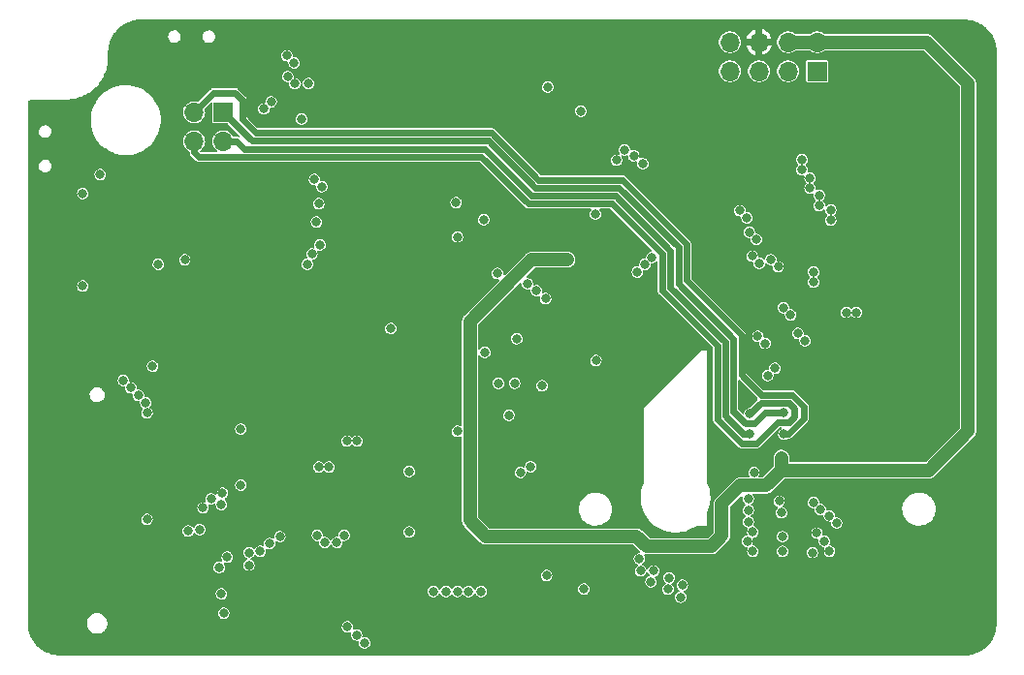
<source format=gbr>
%TF.GenerationSoftware,KiCad,Pcbnew,(5.99.0-10407-g1e8b23402c)*%
%TF.CreationDate,2021-07-10T11:35:08-06:00*%
%TF.ProjectId,lobby,6c6f6262-792e-46b6-9963-61645f706362,rev?*%
%TF.SameCoordinates,Original*%
%TF.FileFunction,Copper,L3,Inr*%
%TF.FilePolarity,Positive*%
%FSLAX46Y46*%
G04 Gerber Fmt 4.6, Leading zero omitted, Abs format (unit mm)*
G04 Created by KiCad (PCBNEW (5.99.0-10407-g1e8b23402c)) date 2021-07-10 11:35:08*
%MOMM*%
%LPD*%
G01*
G04 APERTURE LIST*
%TA.AperFunction,ComponentPad*%
%ADD10R,1.700000X1.700000*%
%TD*%
%TA.AperFunction,ComponentPad*%
%ADD11O,1.700000X1.700000*%
%TD*%
%TA.AperFunction,ViaPad*%
%ADD12C,0.800000*%
%TD*%
%TA.AperFunction,Conductor*%
%ADD13C,1.200000*%
%TD*%
%TA.AperFunction,Conductor*%
%ADD14C,0.600000*%
%TD*%
G04 APERTURE END LIST*
D10*
%TO.N,/TR1_TAP*%
%TO.C,J1*%
X37263646Y-28310153D03*
D11*
%TO.N,/TR2_TAP*%
X34723646Y-28310153D03*
%TO.N,/TR0_TAP*%
X37263646Y-30850153D03*
%TO.N,/TR3_TAP*%
X34723646Y-30850153D03*
%TD*%
D10*
%TO.N,/+3.3v*%
%TO.C,J2*%
X89113646Y-24720153D03*
D11*
%TO.N,/+5v*%
X89113646Y-22180153D03*
%TO.N,/GPIO2*%
X86573646Y-24720153D03*
%TO.N,/+5v*%
X86573646Y-22180153D03*
%TO.N,/GPIO3*%
X84033646Y-24720153D03*
%TO.N,GND*%
X84033646Y-22180153D03*
%TO.N,N/C*%
X81493646Y-24720153D03*
%TO.N,/GPIO14*%
X81493646Y-22180153D03*
%TD*%
D12*
%TO.N,GND*%
X65500000Y-51100000D03*
X75000000Y-46000000D03*
X75000000Y-32800000D03*
X75700000Y-36400000D03*
X81300000Y-36400000D03*
X79300000Y-43200000D03*
X66700000Y-37900000D03*
X64400000Y-37900000D03*
X61900000Y-35700000D03*
X59000000Y-35800000D03*
X54200000Y-35900000D03*
X47300000Y-35900000D03*
%TO.N,/USB2_DEV_N*%
X90814663Y-64214663D03*
%TO.N,/USB2_DEV_P*%
X90185337Y-63585337D03*
%TO.N,/HDMI1_TX1_P*%
X82363120Y-36907554D03*
%TO.N,/HDMI1_TX1_N*%
X82992446Y-37536880D03*
X82992446Y-37536880D03*
%TO.N,/HDMI1_TX1_P*%
X82363120Y-36907554D03*
%TO.N,/USBOTG_ID*%
X25000000Y-35400000D03*
%TO.N,/sd/SD_PWR*%
X45400000Y-37900000D03*
X25000000Y-43500000D03*
%TO.N,GND*%
X55000000Y-68000000D03*
X47500000Y-45000000D03*
X47000000Y-69000000D03*
X47500000Y-38500000D03*
X40000000Y-42500000D03*
X70000000Y-57500000D03*
X35000000Y-35000000D03*
X70750000Y-31250000D03*
X47850000Y-28940000D03*
X60000000Y-67500000D03*
X62000000Y-40100000D03*
X54500000Y-51100000D03*
X86600000Y-51300000D03*
X65000000Y-21000000D03*
X35750000Y-64000000D03*
X47500000Y-52500000D03*
X78600000Y-70350000D03*
X23000000Y-71800000D03*
X62500000Y-67500000D03*
X30000000Y-75000000D03*
X45000000Y-47500000D03*
X69350000Y-66550000D03*
X34750000Y-62000000D03*
X50700000Y-59900000D03*
X59000000Y-71350000D03*
X72500000Y-71700000D03*
X37500000Y-75000000D03*
X26400000Y-62700000D03*
X23080000Y-62765500D03*
X85100000Y-49600000D03*
X87700000Y-46400000D03*
X83050000Y-53450000D03*
X30000000Y-40000000D03*
X88400000Y-49400000D03*
X40000000Y-22500000D03*
X40000000Y-54000000D03*
X55000000Y-22500000D03*
X23000000Y-57000000D03*
X54550000Y-69200000D03*
X23000000Y-59000000D03*
X28000000Y-49000000D03*
X52500000Y-42500000D03*
X50750000Y-28500000D03*
X42500000Y-75000000D03*
X74000000Y-21000000D03*
X68000000Y-21000000D03*
X50000000Y-42500000D03*
X62500000Y-70000000D03*
X92400000Y-44600000D03*
X45000000Y-55000000D03*
X68000000Y-67700000D03*
X56000000Y-67000000D03*
X67500000Y-50000000D03*
X80000000Y-21000000D03*
X44500000Y-27250000D03*
X35000000Y-60000000D03*
X64700000Y-31000000D03*
X83500000Y-72250000D03*
X42500000Y-70000000D03*
X35900000Y-36500000D03*
X25000000Y-75000000D03*
X27500000Y-75000000D03*
X32500000Y-75000000D03*
X45000000Y-50000000D03*
X77000000Y-21000000D03*
X40500000Y-55000000D03*
X88500000Y-47200000D03*
X86800000Y-41400000D03*
X23000000Y-55000000D03*
X45000000Y-52500000D03*
X23000000Y-61000000D03*
X56000000Y-21000000D03*
X25000000Y-70900000D03*
X92950000Y-71900000D03*
X30000000Y-42500000D03*
X46010000Y-29210000D03*
X30250000Y-65250000D03*
X62200000Y-25600000D03*
X52500000Y-45000000D03*
X65600000Y-73400000D03*
X44000000Y-66000000D03*
X62000000Y-21000000D03*
X47500000Y-50000000D03*
X32500000Y-62500000D03*
X67500000Y-57500000D03*
X52500000Y-25000000D03*
X69200000Y-54800000D03*
X70800000Y-54800000D03*
X69500000Y-32750000D03*
X56400000Y-28300000D03*
X59200000Y-68500000D03*
X47500000Y-55000000D03*
X59000000Y-21000000D03*
X52000000Y-28500000D03*
X45000000Y-75000000D03*
X32500000Y-35000000D03*
X37500000Y-42500000D03*
X70000000Y-60000000D03*
X91600000Y-43700000D03*
X35000000Y-75000000D03*
X59000000Y-25200000D03*
X21100000Y-69100000D03*
X70700000Y-68650000D03*
X50000000Y-50000000D03*
X29500000Y-22500000D03*
X93100000Y-69550000D03*
X54200000Y-42000000D03*
X49900000Y-69100000D03*
X47150000Y-72850000D03*
X88550000Y-56200000D03*
X37500000Y-35000000D03*
X50000000Y-55000000D03*
X63900000Y-66600000D03*
X32750000Y-42250000D03*
X85500000Y-48700000D03*
X88550000Y-57700000D03*
X47500000Y-47500000D03*
X88600000Y-70900000D03*
X45750000Y-26000000D03*
X86100000Y-64400000D03*
X61850000Y-71250000D03*
X86000000Y-70200000D03*
X53500000Y-28500000D03*
X50000000Y-22500000D03*
X52000000Y-59300000D03*
X37500000Y-25000000D03*
X25200000Y-45300000D03*
X31000000Y-67300000D03*
X88600000Y-72250000D03*
X54200000Y-48000000D03*
X64600000Y-26100000D03*
X40000000Y-52500000D03*
X49500000Y-28500000D03*
X54250000Y-38500000D03*
X39500000Y-60000000D03*
X37500000Y-45000000D03*
X40000000Y-75000000D03*
X59100000Y-66050000D03*
X67500000Y-60000000D03*
X54200000Y-45000000D03*
X71000000Y-21000000D03*
X95050000Y-43600000D03*
X24500000Y-46000000D03*
X40000000Y-70000000D03*
X40000000Y-35000000D03*
X32500000Y-40000000D03*
X56000000Y-68800000D03*
X21000000Y-51200000D03*
X42000000Y-64000000D03*
X50000000Y-52500000D03*
X25200000Y-50800000D03*
X90500000Y-38850000D03*
X65300000Y-66800000D03*
X50000000Y-47500000D03*
%TO.N,/+3.3v*%
X29850000Y-53050000D03*
X57600000Y-36200000D03*
X73425000Y-42275000D03*
X26525000Y-33750000D03*
X30500000Y-53700000D03*
X29200000Y-52400000D03*
X83600000Y-59800000D03*
X74700000Y-41000000D03*
X74100000Y-41600000D03*
X37100000Y-70400000D03*
X62900000Y-48100000D03*
X30600000Y-63900000D03*
X30600000Y-54600000D03*
X61200000Y-42400000D03*
X28550000Y-51750000D03*
%TO.N,/+5v*%
X64200000Y-41200000D03*
X66300000Y-41200000D03*
X62600000Y-65400000D03*
X86000000Y-59600000D03*
X61600000Y-65400000D03*
X67300000Y-41200000D03*
X86000000Y-58500000D03*
X60200000Y-65400000D03*
X65300000Y-41200000D03*
%TO.N,/TR1_TAP*%
X86200000Y-54600000D03*
%TO.N,/SD_DAT1*%
X35500000Y-62900000D03*
X39500000Y-67900000D03*
X58700000Y-70200000D03*
%TO.N,/SD_DAT0*%
X57700000Y-70200000D03*
X39500000Y-66800000D03*
X36200000Y-62100000D03*
%TO.N,/SD_CLK*%
X55600000Y-70200000D03*
X37200000Y-61600000D03*
X41300000Y-66000000D03*
%TO.N,/SD_CMD*%
X38800000Y-56000000D03*
%TO.N,/SD_DAT3*%
X56700000Y-70200000D03*
X37100000Y-62600000D03*
X40500000Y-66700000D03*
%TO.N,/SD_DAT2*%
X42200000Y-65400000D03*
X59800000Y-70200000D03*
X38800000Y-60900000D03*
%TO.N,/CAM_GPIO*%
X65500000Y-68800000D03*
X37300000Y-72100000D03*
%TO.N,/TR2_TAP*%
X86200000Y-56450000D03*
%TO.N,/SCL0*%
X61300000Y-52000000D03*
%TO.N,/SDA0*%
X62700000Y-52000000D03*
%TO.N,/nRPIBOOT*%
X65100000Y-52200000D03*
X44600000Y-41600000D03*
X33900000Y-41200000D03*
%TO.N,/EEPROM_nWP*%
X51900000Y-47200000D03*
%TO.N,/BT_nDis*%
X65400000Y-44600000D03*
%TO.N,/WL_nDis*%
X64600000Y-43900000D03*
%TO.N,/GPIO_VREF*%
X73900000Y-32800000D03*
X60000000Y-37700000D03*
X60100000Y-49300000D03*
%TO.N,/+1.8v*%
X57700000Y-39200000D03*
X57700000Y-56200000D03*
X62200000Y-54800000D03*
%TO.N,/TRD3_P*%
X84804619Y-51322271D03*
X45485337Y-65285337D03*
X84804619Y-51322271D03*
%TO.N,/TRD1_P*%
X87435337Y-47642945D03*
X45605000Y-59318677D03*
X87435337Y-47642945D03*
%TO.N,/TRD3_N*%
X46114663Y-65914663D03*
X85433945Y-50692945D03*
X85433945Y-50692945D03*
%TO.N,/TRD1_N*%
X88064663Y-48272271D03*
X88064663Y-48272271D03*
X46495000Y-59318677D03*
%TO.N,/TRD2_N*%
X47185337Y-65914663D03*
X83935337Y-47885337D03*
%TO.N,/TRD0_N*%
X86173909Y-45396765D03*
X86173909Y-45396765D03*
X48055000Y-57056000D03*
%TO.N,/TRD2_P*%
X84564663Y-48514663D03*
X47814663Y-65285337D03*
%TO.N,/TRD0_P*%
X48945000Y-57056000D03*
X86803235Y-46026091D03*
X86803235Y-46026091D03*
%TO.N,/ETH_LEDY*%
X48100000Y-73300000D03*
X83100000Y-62100000D03*
%TO.N,/ETH_LEDG*%
X83100000Y-63100000D03*
X48900000Y-74000000D03*
%TO.N,/nPI_LED_ACTIVITY*%
X49600000Y-74700000D03*
X83100000Y-64100000D03*
%TO.N,/TR0_TAP*%
X83250000Y-56400000D03*
%TO.N,/TR3_TAP*%
X83250000Y-54650000D03*
%TO.N,/GPIO14*%
X71600000Y-32500000D03*
X53500000Y-59700000D03*
X53500000Y-65000000D03*
%TO.N,/GPIO3*%
X72300000Y-31600000D03*
%TO.N,/GPIO2*%
X73100000Y-32100000D03*
%TO.N,/SD_PWR_ON*%
X63800000Y-43300000D03*
%TO.N,/AnalogIP1*%
X63200000Y-59800000D03*
X85800000Y-62300000D03*
%TO.N,/nPI_LED_PWR*%
X68750000Y-70000000D03*
X83500000Y-65000000D03*
%TO.N,/AnalogIP0*%
X86000000Y-63300000D03*
X64100000Y-59300000D03*
%TO.N,/USBOTG_ID*%
X45600000Y-36300000D03*
%TO.N,/PCIE_CLK_nREQ*%
X37600000Y-67200000D03*
X35200000Y-64800000D03*
X44700000Y-25800000D03*
%TO.N,/USB2_N*%
X45232527Y-34179023D03*
%TO.N,/USB2_P*%
X45861853Y-34808349D03*
%TO.N,/PCIE_nRST*%
X36900000Y-68100000D03*
X44100000Y-28900000D03*
X34200000Y-64900000D03*
%TO.N,/PCIE_CLK_P*%
X43514663Y-25814663D03*
%TO.N,/PCIE_CLK_N*%
X42885337Y-25185337D03*
%TO.N,/PCIE_RX_P*%
X41437585Y-27385337D03*
%TO.N,/PCIE_RX_N*%
X40808259Y-28014663D03*
%TO.N,/PCIE_TX_P*%
X43446161Y-23983165D03*
%TO.N,/PCIE_TX_N*%
X42816835Y-23353839D03*
%TO.N,/HDMI1_HOTPLUG*%
X77200000Y-70700000D03*
X89100000Y-65100000D03*
%TO.N,/HDMI1_SDA*%
X90200000Y-66700000D03*
X77350000Y-69650000D03*
%TO.N,/HDMI1_TX2_P*%
X91655000Y-45800000D03*
X88800000Y-43145000D03*
X88800000Y-43145000D03*
%TO.N,/HDMI1_SCL*%
X76100000Y-70000000D03*
X88700000Y-66800000D03*
%TO.N,/HDMI1_TX2_N*%
X88800000Y-42255000D03*
X88800000Y-42255000D03*
X92545000Y-45800000D03*
%TO.N,/HDMI1_CEC*%
X76200000Y-69000000D03*
X89750000Y-65800000D03*
%TO.N,/HDMI0_CEC*%
X86100000Y-66700000D03*
X74600000Y-69350000D03*
%TO.N,/HDMI1_TX1_P*%
X87800000Y-32455000D03*
X87800000Y-32455000D03*
%TO.N,/HDMI0_HOTPLUG*%
X86100000Y-65400000D03*
X74850000Y-68400000D03*
%TO.N,/HDMI1_TX1_N*%
X87800000Y-33345000D03*
X87800000Y-33345000D03*
%TO.N,/HDMI1_CLK_P*%
X83185337Y-38785337D03*
X83185337Y-38785337D03*
X88496714Y-34050609D03*
%TO.N,/HDMI1_CLK_N*%
X83814663Y-39414663D03*
X83814663Y-39414663D03*
X88496714Y-34940609D03*
%TO.N,/HDMI0_TX2_P*%
X83436258Y-40885897D03*
X83436258Y-40885897D03*
X89296238Y-35564093D03*
%TO.N,/HDMI0_TX2_N*%
X89296238Y-36454093D03*
X84065584Y-41515223D03*
X84065584Y-41515223D03*
%TO.N,/HDMI0_TX0_P*%
X85085337Y-41185337D03*
X85085337Y-41185337D03*
X90300000Y-36855000D03*
%TO.N,/HDMI0_TX0_N*%
X85714663Y-41814663D03*
X85714663Y-41814663D03*
X90300000Y-37745000D03*
%TO.N,/HDMI0_SDA*%
X73600000Y-67350000D03*
X83007823Y-65800000D03*
%TO.N,/HDMI0_SCL*%
X73700000Y-68400000D03*
X68500000Y-28200000D03*
X83500000Y-66700000D03*
X65600000Y-26100000D03*
%TO.N,Net-(J3-Pad9)*%
X31600000Y-41600000D03*
X45700000Y-39900000D03*
%TO.N,Net-(J3-Pad10)*%
X45000000Y-40700000D03*
X31100000Y-50500000D03*
%TO.N,/USB2_HOST_N*%
X89414663Y-63049163D03*
%TO.N,/USB2_HOST_P*%
X88785337Y-62419837D03*
%TO.N,Net-(R9-Pad1)*%
X69800000Y-50000000D03*
X69750000Y-37200000D03*
%TD*%
D13*
%TO.N,/+5v*%
X67300000Y-41200000D02*
X66300000Y-41200000D01*
X98900000Y-59600000D02*
X102300000Y-56200000D01*
X84650000Y-60950000D02*
X86000000Y-59600000D01*
X98680153Y-22180153D02*
X89113646Y-22180153D01*
X73350000Y-65400000D02*
X74200000Y-66250000D01*
X102300000Y-25800000D02*
X98680153Y-22180153D01*
X66300000Y-41200000D02*
X65600000Y-41200000D01*
X61600000Y-65400000D02*
X62600000Y-65400000D01*
X82400000Y-60950000D02*
X84650000Y-60950000D01*
X80800000Y-62550000D02*
X82400000Y-60950000D01*
X60200000Y-65400000D02*
X61600000Y-65400000D01*
X80800000Y-65350000D02*
X80800000Y-62550000D01*
X62600000Y-65400000D02*
X73350000Y-65400000D01*
X62600000Y-42800000D02*
X58800000Y-46600000D01*
X58800000Y-49500000D02*
X58800000Y-64000000D01*
X58800000Y-64000000D02*
X60100000Y-65300000D01*
X102300000Y-56200000D02*
X102300000Y-25800000D01*
X78750000Y-66250000D02*
X79900000Y-66250000D01*
X86573646Y-22180153D02*
X89113646Y-22180153D01*
X79900000Y-66250000D02*
X80800000Y-65350000D01*
X58800000Y-46600000D02*
X58800000Y-49500000D01*
X86000000Y-58500000D02*
X86000000Y-59600000D01*
X65600000Y-41200000D02*
X64200000Y-41200000D01*
X64200000Y-41200000D02*
X62600000Y-42800000D01*
X60100000Y-65300000D02*
X60200000Y-65400000D01*
X74200000Y-66250000D02*
X78750000Y-66250000D01*
X98900000Y-59600000D02*
X100300000Y-58200000D01*
X86000000Y-59600000D02*
X98900000Y-59600000D01*
D14*
%TO.N,/TR1_TAP*%
X84550000Y-54550000D02*
X86150000Y-54550000D01*
X81800000Y-54450000D02*
X81800000Y-54200000D01*
X84550000Y-54550000D02*
X83600000Y-55500000D01*
X82850000Y-55500000D02*
X81800000Y-54450000D01*
X86150000Y-54550000D02*
X86200000Y-54600000D01*
X77000000Y-43300000D02*
X81800000Y-48100000D01*
X37263646Y-28310153D02*
X39753493Y-30800000D01*
X83600000Y-55500000D02*
X82850000Y-55500000D01*
X60400000Y-30800000D02*
X64500000Y-34900000D01*
X64500000Y-34900000D02*
X71800000Y-34900000D01*
X77000000Y-40100000D02*
X77000000Y-43300000D01*
X81800000Y-48100000D02*
X81800000Y-54450000D01*
X39753493Y-30800000D02*
X60400000Y-30800000D01*
X71800000Y-34900000D02*
X77000000Y-40100000D01*
%TO.N,/TR2_TAP*%
X86200000Y-56450000D02*
X86600000Y-56450000D01*
X82500000Y-47800000D02*
X77700000Y-43000000D01*
X38300000Y-26600000D02*
X36433799Y-26600000D01*
X60700000Y-30100000D02*
X40100000Y-30100000D01*
X40100000Y-30100000D02*
X38900000Y-28900000D01*
X36433799Y-26600000D02*
X34723646Y-28310153D01*
X38900000Y-27200000D02*
X38300000Y-26600000D01*
X86600000Y-56450000D02*
X88000000Y-55050000D01*
X77700000Y-39800000D02*
X72100000Y-34200000D01*
X84200000Y-53000000D02*
X82500000Y-51300000D01*
X64800000Y-34200000D02*
X60700000Y-30100000D01*
X72100000Y-34200000D02*
X64800000Y-34200000D01*
X88000000Y-54050000D02*
X88000000Y-54700000D01*
X38900000Y-28900000D02*
X38900000Y-27200000D01*
X86950000Y-53000000D02*
X84200000Y-53000000D01*
X88000000Y-54050000D02*
X88000000Y-55050000D01*
X88000000Y-54050000D02*
X86950000Y-53000000D01*
X77700000Y-43000000D02*
X77700000Y-39800000D01*
X77700000Y-39800000D02*
X74950000Y-37050000D01*
X82500000Y-51300000D02*
X82500000Y-47800000D01*
%TO.N,/TR0_TAP*%
X81100000Y-48400000D02*
X81100000Y-54850000D01*
X64200000Y-35600000D02*
X71500000Y-35600000D01*
X76300000Y-40800000D02*
X76300000Y-43600000D01*
X39100000Y-31500000D02*
X60100000Y-31500000D01*
X82650000Y-56400000D02*
X83250000Y-56400000D01*
X38450153Y-30850153D02*
X39100000Y-31500000D01*
X60100000Y-31500000D02*
X64200000Y-35600000D01*
X81100000Y-54850000D02*
X82650000Y-56400000D01*
X76300000Y-40400000D02*
X76300000Y-43600000D01*
X76300000Y-43600000D02*
X81100000Y-48400000D01*
X37263646Y-30850153D02*
X38450153Y-30850153D01*
X71500000Y-35600000D02*
X76300000Y-40400000D01*
%TO.N,/TR3_TAP*%
X86650000Y-55400000D02*
X87150000Y-54900000D01*
X35100000Y-32200000D02*
X59800000Y-32200000D01*
X75600000Y-43900000D02*
X80400000Y-48700000D01*
X86950000Y-54000000D02*
X86650000Y-53700000D01*
X59800000Y-32200000D02*
X63900000Y-36300000D01*
X71200000Y-36300000D02*
X75600000Y-40700000D01*
X87150000Y-54900000D02*
X87150000Y-54200000D01*
X83800000Y-57300000D02*
X85700000Y-55400000D01*
X84200000Y-53700000D02*
X83250000Y-54650000D01*
X82550000Y-57300000D02*
X83800000Y-57300000D01*
X75600000Y-40700000D02*
X75600000Y-43900000D01*
X34723646Y-31823646D02*
X35100000Y-32200000D01*
X75600000Y-43900000D02*
X75750000Y-44050000D01*
X80400000Y-48700000D02*
X80400000Y-55150000D01*
X34723646Y-30850153D02*
X34723646Y-31823646D01*
X80400000Y-55150000D02*
X82550000Y-57300000D01*
X87150000Y-54200000D02*
X86650000Y-53700000D01*
X63900000Y-36300000D02*
X71200000Y-36300000D01*
X86650000Y-53700000D02*
X84200000Y-53700000D01*
X85700000Y-55400000D02*
X86650000Y-55400000D01*
%TD*%
%TA.AperFunction,Conductor*%
%TO.N,GND*%
G36*
X101967512Y-20202820D02*
G01*
X101969737Y-20203363D01*
X101969748Y-20203364D01*
X101975183Y-20204690D01*
X101980784Y-20204764D01*
X101984031Y-20204807D01*
X102107398Y-20206437D01*
X102111609Y-20206582D01*
X102136456Y-20207978D01*
X102187661Y-20210854D01*
X102193193Y-20211320D01*
X102365026Y-20230680D01*
X102432202Y-20238249D01*
X102437682Y-20239024D01*
X102498765Y-20249402D01*
X102504203Y-20250484D01*
X102738674Y-20304000D01*
X102738692Y-20304004D01*
X102744067Y-20305391D01*
X102773318Y-20313818D01*
X102803622Y-20322548D01*
X102808873Y-20324222D01*
X102979214Y-20383827D01*
X103035901Y-20403663D01*
X103041081Y-20405640D01*
X103098332Y-20429354D01*
X103103400Y-20431622D01*
X103187696Y-20472217D01*
X103320086Y-20535972D01*
X103324991Y-20538506D01*
X103379257Y-20568498D01*
X103384010Y-20571301D01*
X103510517Y-20650790D01*
X103587657Y-20699261D01*
X103592274Y-20702346D01*
X103642821Y-20738211D01*
X103647259Y-20741551D01*
X103835297Y-20891507D01*
X103839521Y-20895073D01*
X103885728Y-20936367D01*
X103889744Y-20940163D01*
X104059827Y-21110246D01*
X104063642Y-21114282D01*
X104104931Y-21160485D01*
X104108513Y-21164728D01*
X104258446Y-21352738D01*
X104261786Y-21357175D01*
X104297651Y-21407722D01*
X104300735Y-21412338D01*
X104428680Y-21615959D01*
X104431502Y-21620743D01*
X104461484Y-21674992D01*
X104464033Y-21679925D01*
X104473965Y-21700548D01*
X104568384Y-21896612D01*
X104570639Y-21901651D01*
X104570646Y-21901668D01*
X104594360Y-21958921D01*
X104596339Y-21964107D01*
X104675770Y-22191105D01*
X104677457Y-22196396D01*
X104694610Y-22255933D01*
X104694613Y-22255945D01*
X104695999Y-22261320D01*
X104746699Y-22483448D01*
X104749513Y-22495777D01*
X104750595Y-22501220D01*
X104760804Y-22561298D01*
X104760976Y-22562313D01*
X104761751Y-22567797D01*
X104769419Y-22635854D01*
X104788681Y-22806822D01*
X104789147Y-22812355D01*
X104793416Y-22888368D01*
X104793563Y-22892611D01*
X104793594Y-22894957D01*
X104795307Y-23024625D01*
X104797221Y-23032531D01*
X104800000Y-23055823D01*
X104800000Y-72944053D01*
X104797180Y-72967512D01*
X104796637Y-72969737D01*
X104796636Y-72969748D01*
X104795310Y-72975183D01*
X104793801Y-73089462D01*
X104793564Y-73107381D01*
X104793418Y-73111609D01*
X104792198Y-73133330D01*
X104789145Y-73187676D01*
X104788682Y-73193178D01*
X104762929Y-73421750D01*
X104761753Y-73432183D01*
X104760976Y-73437680D01*
X104750599Y-73498757D01*
X104749517Y-73504202D01*
X104696803Y-73735158D01*
X104695996Y-73738692D01*
X104694610Y-73744064D01*
X104690492Y-73758360D01*
X104677452Y-73803621D01*
X104675774Y-73808886D01*
X104596340Y-74035896D01*
X104594373Y-74041049D01*
X104570640Y-74098345D01*
X104568372Y-74103414D01*
X104464026Y-74320088D01*
X104461477Y-74325021D01*
X104435824Y-74371438D01*
X104431510Y-74379243D01*
X104428689Y-74384026D01*
X104385759Y-74452349D01*
X104312335Y-74569203D01*
X104300736Y-74587662D01*
X104297650Y-74592280D01*
X104261786Y-74642825D01*
X104258447Y-74647262D01*
X104108508Y-74835279D01*
X104104926Y-74839521D01*
X104063642Y-74885718D01*
X104059827Y-74889754D01*
X103889754Y-75059827D01*
X103885718Y-75063642D01*
X103839515Y-75104931D01*
X103835272Y-75108513D01*
X103647262Y-75258446D01*
X103642827Y-75261784D01*
X103621973Y-75276582D01*
X103592260Y-75297664D01*
X103587690Y-75300718D01*
X103384019Y-75428693D01*
X103379273Y-75431493D01*
X103326459Y-75460682D01*
X103325005Y-75461486D01*
X103320073Y-75464034D01*
X103103408Y-75568375D01*
X103098338Y-75570643D01*
X103041069Y-75594364D01*
X103035882Y-75596344D01*
X102897371Y-75644811D01*
X102808883Y-75675775D01*
X102803613Y-75677455D01*
X102773833Y-75686034D01*
X102744064Y-75694610D01*
X102738688Y-75695997D01*
X102504223Y-75749513D01*
X102498780Y-75750595D01*
X102437672Y-75760978D01*
X102432203Y-75761751D01*
X102329806Y-75773288D01*
X102193178Y-75788681D01*
X102187645Y-75789147D01*
X102111632Y-75793416D01*
X102107389Y-75793563D01*
X102051140Y-75794306D01*
X101975375Y-75795307D01*
X101967467Y-75797221D01*
X101944177Y-75800000D01*
X23055947Y-75800000D01*
X23032488Y-75797180D01*
X23030263Y-75796637D01*
X23030252Y-75796636D01*
X23024817Y-75795310D01*
X23019216Y-75795236D01*
X23015969Y-75795193D01*
X22892602Y-75793563D01*
X22888391Y-75793418D01*
X22866670Y-75792198D01*
X22812324Y-75789145D01*
X22806794Y-75788679D01*
X22567804Y-75761751D01*
X22562320Y-75760976D01*
X22501243Y-75750599D01*
X22495795Y-75749516D01*
X22495782Y-75749513D01*
X22261297Y-75695993D01*
X22255931Y-75694609D01*
X22196379Y-75677452D01*
X22191114Y-75675774D01*
X21964104Y-75596340D01*
X21958951Y-75594373D01*
X21901655Y-75570640D01*
X21896586Y-75568372D01*
X21679912Y-75464026D01*
X21674979Y-75461477D01*
X21620757Y-75431510D01*
X21615974Y-75428689D01*
X21412338Y-75300736D01*
X21407720Y-75297650D01*
X21357175Y-75261786D01*
X21352738Y-75258447D01*
X21164721Y-75108508D01*
X21160479Y-75104926D01*
X21114282Y-75063642D01*
X21110246Y-75059827D01*
X20940173Y-74889754D01*
X20936358Y-74885718D01*
X20895069Y-74839515D01*
X20891487Y-74835272D01*
X20741554Y-74647262D01*
X20738216Y-74642827D01*
X20723418Y-74621973D01*
X20702336Y-74592260D01*
X20699282Y-74587690D01*
X20571307Y-74384019D01*
X20568507Y-74379273D01*
X20538514Y-74325005D01*
X20535966Y-74320073D01*
X20431625Y-74103408D01*
X20429357Y-74098338D01*
X20405636Y-74041069D01*
X20403656Y-74035882D01*
X20339208Y-73851702D01*
X20324225Y-73808883D01*
X20322542Y-73803602D01*
X20305390Y-73744064D01*
X20304003Y-73738688D01*
X20250487Y-73504223D01*
X20249404Y-73498777D01*
X20240779Y-73448016D01*
X20239022Y-73437672D01*
X20238247Y-73432187D01*
X20237882Y-73428942D01*
X20225170Y-73316120D01*
X20211319Y-73193178D01*
X20210853Y-73187645D01*
X20206584Y-73111632D01*
X20206437Y-73107389D01*
X20204766Y-72980932D01*
X20204693Y-72975375D01*
X20202779Y-72967467D01*
X20200000Y-72944177D01*
X20200000Y-72905349D01*
X25349460Y-72905349D01*
X25349460Y-73094651D01*
X25388818Y-73279815D01*
X25390926Y-73284549D01*
X25390927Y-73284553D01*
X25458329Y-73435939D01*
X25465814Y-73452750D01*
X25577082Y-73605898D01*
X25580931Y-73609364D01*
X25580935Y-73609368D01*
X25706368Y-73722308D01*
X25717760Y-73732565D01*
X25722250Y-73735157D01*
X25722251Y-73735158D01*
X25833048Y-73799126D01*
X25881700Y-73827215D01*
X25886637Y-73828819D01*
X25886639Y-73828820D01*
X25957062Y-73851702D01*
X26061736Y-73885713D01*
X26202427Y-73900500D01*
X26297573Y-73900500D01*
X26438264Y-73885713D01*
X26542938Y-73851702D01*
X26613361Y-73828820D01*
X26613363Y-73828819D01*
X26618300Y-73827215D01*
X26666952Y-73799126D01*
X26777749Y-73735158D01*
X26777750Y-73735157D01*
X26782240Y-73732565D01*
X26793632Y-73722308D01*
X26919065Y-73609368D01*
X26919069Y-73609364D01*
X26922918Y-73605898D01*
X27034186Y-73452750D01*
X27041671Y-73435939D01*
X27104945Y-73293824D01*
X47594538Y-73293824D01*
X47613121Y-73435939D01*
X47615962Y-73442395D01*
X47615962Y-73442396D01*
X47666703Y-73557712D01*
X47670845Y-73567126D01*
X47675382Y-73572523D01*
X47675383Y-73572525D01*
X47729003Y-73636313D01*
X47763068Y-73676838D01*
X47882377Y-73756257D01*
X47889104Y-73758359D01*
X47889107Y-73758360D01*
X48012448Y-73796894D01*
X48012449Y-73796894D01*
X48019180Y-73798997D01*
X48090831Y-73800311D01*
X48155427Y-73801495D01*
X48155429Y-73801495D01*
X48162481Y-73801624D01*
X48288719Y-73767207D01*
X48349832Y-73770142D01*
X48397550Y-73808439D01*
X48413644Y-73867470D01*
X48412579Y-73877952D01*
X48407936Y-73907776D01*
X48394538Y-73993824D01*
X48395453Y-74000822D01*
X48400038Y-74035882D01*
X48413121Y-74135939D01*
X48415962Y-74142395D01*
X48415962Y-74142396D01*
X48461735Y-74246421D01*
X48470845Y-74267126D01*
X48475382Y-74272523D01*
X48475383Y-74272525D01*
X48519498Y-74325005D01*
X48563068Y-74376838D01*
X48682377Y-74456257D01*
X48689104Y-74458359D01*
X48689107Y-74458360D01*
X48812448Y-74496894D01*
X48812449Y-74496894D01*
X48819180Y-74498997D01*
X48890831Y-74500311D01*
X48955427Y-74501495D01*
X48955429Y-74501495D01*
X48962481Y-74501624D01*
X48969282Y-74499770D01*
X48969288Y-74499769D01*
X48984283Y-74495680D01*
X49045398Y-74498614D01*
X49093116Y-74536910D01*
X49109211Y-74595941D01*
X49108146Y-74606424D01*
X49094538Y-74693824D01*
X49113121Y-74835939D01*
X49115962Y-74842395D01*
X49115962Y-74842396D01*
X49129188Y-74872453D01*
X49170845Y-74967126D01*
X49263068Y-75076838D01*
X49268939Y-75080746D01*
X49268940Y-75080747D01*
X49281235Y-75088931D01*
X49382377Y-75156257D01*
X49389104Y-75158359D01*
X49389107Y-75158360D01*
X49512448Y-75196894D01*
X49512449Y-75196894D01*
X49519180Y-75198997D01*
X49590830Y-75200310D01*
X49655427Y-75201495D01*
X49655429Y-75201495D01*
X49662481Y-75201624D01*
X49669284Y-75199769D01*
X49669286Y-75199769D01*
X49716065Y-75187015D01*
X49800758Y-75163925D01*
X49922897Y-75088931D01*
X49938731Y-75071438D01*
X50014346Y-74987900D01*
X50014346Y-74987899D01*
X50019078Y-74982672D01*
X50081570Y-74853689D01*
X50084115Y-74838566D01*
X50104715Y-74716120D01*
X50104715Y-74716117D01*
X50105349Y-74712350D01*
X50105500Y-74700000D01*
X50085182Y-74558123D01*
X50082257Y-74551688D01*
X50028780Y-74434073D01*
X50028780Y-74434072D01*
X50025860Y-74427651D01*
X49932303Y-74319074D01*
X49812033Y-74241118D01*
X49805275Y-74239097D01*
X49805273Y-74239096D01*
X49681479Y-74202074D01*
X49674718Y-74200052D01*
X49588694Y-74199527D01*
X49538448Y-74199220D01*
X49531396Y-74199177D01*
X49524620Y-74201114D01*
X49524617Y-74201114D01*
X49521259Y-74202074D01*
X49516830Y-74203340D01*
X49455684Y-74201153D01*
X49407502Y-74163443D01*
X49390686Y-74104613D01*
X49391995Y-74091728D01*
X49404714Y-74016123D01*
X49405349Y-74012350D01*
X49405500Y-74000000D01*
X49385182Y-73858123D01*
X49360402Y-73803621D01*
X49328780Y-73734073D01*
X49328780Y-73734072D01*
X49325860Y-73727651D01*
X49232303Y-73619074D01*
X49112033Y-73541118D01*
X49105275Y-73539097D01*
X49105273Y-73539096D01*
X48981479Y-73502074D01*
X48974718Y-73500052D01*
X48888694Y-73499527D01*
X48838448Y-73499220D01*
X48831396Y-73499177D01*
X48824620Y-73501114D01*
X48824617Y-73501114D01*
X48711776Y-73533364D01*
X48650629Y-73531175D01*
X48602448Y-73493463D01*
X48585634Y-73434633D01*
X48586943Y-73421750D01*
X48604715Y-73316120D01*
X48604715Y-73316117D01*
X48605349Y-73312350D01*
X48605500Y-73300000D01*
X48585182Y-73158123D01*
X48573910Y-73133330D01*
X48528780Y-73034073D01*
X48528780Y-73034072D01*
X48525860Y-73027651D01*
X48432303Y-72919074D01*
X48312033Y-72841118D01*
X48305275Y-72839097D01*
X48305273Y-72839096D01*
X48181479Y-72802074D01*
X48174718Y-72800052D01*
X48088694Y-72799527D01*
X48038448Y-72799220D01*
X48031396Y-72799177D01*
X48024620Y-72801114D01*
X48024617Y-72801114D01*
X47900369Y-72836624D01*
X47900367Y-72836625D01*
X47893589Y-72838562D01*
X47772375Y-72915042D01*
X47677499Y-73022469D01*
X47616588Y-73152206D01*
X47594538Y-73293824D01*
X27104945Y-73293824D01*
X27109073Y-73284553D01*
X27109074Y-73284549D01*
X27111182Y-73279815D01*
X27150540Y-73094651D01*
X27150540Y-72905349D01*
X27111182Y-72720185D01*
X27109074Y-72715451D01*
X27109073Y-72715447D01*
X27036294Y-72551984D01*
X27036293Y-72551982D01*
X27034186Y-72547250D01*
X26922918Y-72394102D01*
X26919069Y-72390636D01*
X26919065Y-72390632D01*
X26786096Y-72270907D01*
X26782240Y-72267435D01*
X26746380Y-72246731D01*
X26622793Y-72175379D01*
X26618300Y-72172785D01*
X26613363Y-72171181D01*
X26613361Y-72171180D01*
X26443905Y-72116120D01*
X26438264Y-72114287D01*
X26297573Y-72099500D01*
X26202427Y-72099500D01*
X26061736Y-72114287D01*
X26056095Y-72116120D01*
X25886639Y-72171180D01*
X25886637Y-72171181D01*
X25881700Y-72172785D01*
X25877207Y-72175379D01*
X25753621Y-72246731D01*
X25717760Y-72267435D01*
X25713904Y-72270907D01*
X25580935Y-72390632D01*
X25580931Y-72390636D01*
X25577082Y-72394102D01*
X25465814Y-72547250D01*
X25463707Y-72551982D01*
X25463706Y-72551984D01*
X25390927Y-72715447D01*
X25390926Y-72715451D01*
X25388818Y-72720185D01*
X25349460Y-72905349D01*
X20200000Y-72905349D01*
X20200000Y-72093824D01*
X36794538Y-72093824D01*
X36813121Y-72235939D01*
X36815962Y-72242395D01*
X36815962Y-72242396D01*
X36826980Y-72267435D01*
X36870845Y-72367126D01*
X36963068Y-72476838D01*
X36968939Y-72480746D01*
X36968940Y-72480747D01*
X36981235Y-72488931D01*
X37082377Y-72556257D01*
X37089104Y-72558359D01*
X37089107Y-72558360D01*
X37212448Y-72596894D01*
X37212449Y-72596894D01*
X37219180Y-72598997D01*
X37290830Y-72600310D01*
X37355427Y-72601495D01*
X37355429Y-72601495D01*
X37362481Y-72601624D01*
X37369284Y-72599769D01*
X37369286Y-72599769D01*
X37416065Y-72587015D01*
X37500758Y-72563925D01*
X37622897Y-72488931D01*
X37719078Y-72382672D01*
X37781570Y-72253689D01*
X37784557Y-72235939D01*
X37804715Y-72116120D01*
X37804715Y-72116117D01*
X37805349Y-72112350D01*
X37805500Y-72100000D01*
X37785182Y-71958123D01*
X37725860Y-71827651D01*
X37632303Y-71719074D01*
X37512033Y-71641118D01*
X37505275Y-71639097D01*
X37505273Y-71639096D01*
X37381479Y-71602074D01*
X37374718Y-71600052D01*
X37288694Y-71599527D01*
X37238448Y-71599220D01*
X37231396Y-71599177D01*
X37224620Y-71601114D01*
X37224617Y-71601114D01*
X37100369Y-71636624D01*
X37100367Y-71636625D01*
X37093589Y-71638562D01*
X36972375Y-71715042D01*
X36877499Y-71822469D01*
X36816588Y-71952206D01*
X36794538Y-72093824D01*
X20200000Y-72093824D01*
X20200000Y-70393824D01*
X36594538Y-70393824D01*
X36613121Y-70535939D01*
X36615962Y-70542395D01*
X36615962Y-70542396D01*
X36638063Y-70592623D01*
X36670845Y-70667126D01*
X36675382Y-70672523D01*
X36675383Y-70672525D01*
X36699735Y-70701495D01*
X36763068Y-70776838D01*
X36768939Y-70780746D01*
X36768940Y-70780747D01*
X36781235Y-70788931D01*
X36882377Y-70856257D01*
X36889104Y-70858359D01*
X36889107Y-70858360D01*
X37012448Y-70896894D01*
X37012449Y-70896894D01*
X37019180Y-70898997D01*
X37090830Y-70900310D01*
X37155427Y-70901495D01*
X37155429Y-70901495D01*
X37162481Y-70901624D01*
X37169284Y-70899769D01*
X37169286Y-70899769D01*
X37216065Y-70887015D01*
X37300758Y-70863925D01*
X37422897Y-70788931D01*
X37492215Y-70712350D01*
X37514346Y-70687900D01*
X37514346Y-70687899D01*
X37519078Y-70682672D01*
X37572971Y-70571438D01*
X37578494Y-70560038D01*
X37581570Y-70553689D01*
X37582894Y-70545823D01*
X37604715Y-70416120D01*
X37604715Y-70416117D01*
X37605349Y-70412350D01*
X37605500Y-70400000D01*
X37593362Y-70315239D01*
X37586182Y-70265106D01*
X37585182Y-70258123D01*
X37581974Y-70251066D01*
X37555947Y-70193824D01*
X55094538Y-70193824D01*
X55095453Y-70200822D01*
X55110389Y-70315042D01*
X55113121Y-70335939D01*
X55115962Y-70342395D01*
X55115962Y-70342396D01*
X55159831Y-70442094D01*
X55170845Y-70467126D01*
X55175382Y-70472523D01*
X55175383Y-70472525D01*
X55178579Y-70476327D01*
X55263068Y-70576838D01*
X55268939Y-70580746D01*
X55268940Y-70580747D01*
X55281235Y-70588931D01*
X55382377Y-70656257D01*
X55389104Y-70658359D01*
X55389107Y-70658360D01*
X55512448Y-70696894D01*
X55512449Y-70696894D01*
X55519180Y-70698997D01*
X55590830Y-70700310D01*
X55655427Y-70701495D01*
X55655429Y-70701495D01*
X55662481Y-70701624D01*
X55669284Y-70699769D01*
X55669286Y-70699769D01*
X55755268Y-70676327D01*
X55800758Y-70663925D01*
X55922897Y-70588931D01*
X55961095Y-70546731D01*
X56014346Y-70487900D01*
X56014346Y-70487899D01*
X56019078Y-70482672D01*
X56061185Y-70395764D01*
X56103572Y-70351641D01*
X56163799Y-70340859D01*
X56218862Y-70367537D01*
X56240893Y-70399058D01*
X56268002Y-70460667D01*
X56268004Y-70460670D01*
X56270845Y-70467126D01*
X56275382Y-70472523D01*
X56275383Y-70472525D01*
X56278579Y-70476327D01*
X56363068Y-70576838D01*
X56368939Y-70580746D01*
X56368940Y-70580747D01*
X56381235Y-70588931D01*
X56482377Y-70656257D01*
X56489104Y-70658359D01*
X56489107Y-70658360D01*
X56612448Y-70696894D01*
X56612449Y-70696894D01*
X56619180Y-70698997D01*
X56690830Y-70700310D01*
X56755427Y-70701495D01*
X56755429Y-70701495D01*
X56762481Y-70701624D01*
X56769284Y-70699769D01*
X56769286Y-70699769D01*
X56855268Y-70676327D01*
X56900758Y-70663925D01*
X57022897Y-70588931D01*
X57061917Y-70545823D01*
X57102040Y-70501495D01*
X57119078Y-70482672D01*
X57120098Y-70480567D01*
X57166607Y-70444230D01*
X57227755Y-70442094D01*
X57276251Y-70473557D01*
X57363068Y-70576838D01*
X57368939Y-70580746D01*
X57368940Y-70580747D01*
X57381235Y-70588931D01*
X57482377Y-70656257D01*
X57489104Y-70658359D01*
X57489107Y-70658360D01*
X57612448Y-70696894D01*
X57612449Y-70696894D01*
X57619180Y-70698997D01*
X57690830Y-70700310D01*
X57755427Y-70701495D01*
X57755429Y-70701495D01*
X57762481Y-70701624D01*
X57769284Y-70699769D01*
X57769286Y-70699769D01*
X57855268Y-70676327D01*
X57900758Y-70663925D01*
X58022897Y-70588931D01*
X58061917Y-70545823D01*
X58102040Y-70501495D01*
X58119078Y-70482672D01*
X58120098Y-70480567D01*
X58166607Y-70444230D01*
X58227755Y-70442094D01*
X58276251Y-70473557D01*
X58363068Y-70576838D01*
X58368939Y-70580746D01*
X58368940Y-70580747D01*
X58381235Y-70588931D01*
X58482377Y-70656257D01*
X58489104Y-70658359D01*
X58489107Y-70658360D01*
X58612448Y-70696894D01*
X58612449Y-70696894D01*
X58619180Y-70698997D01*
X58690830Y-70700310D01*
X58755427Y-70701495D01*
X58755429Y-70701495D01*
X58762481Y-70701624D01*
X58769284Y-70699769D01*
X58769286Y-70699769D01*
X58855268Y-70676327D01*
X58900758Y-70663925D01*
X59022897Y-70588931D01*
X59061095Y-70546731D01*
X59114346Y-70487900D01*
X59114346Y-70487899D01*
X59119078Y-70482672D01*
X59161185Y-70395764D01*
X59203572Y-70351641D01*
X59263799Y-70340859D01*
X59318862Y-70367537D01*
X59340893Y-70399058D01*
X59368002Y-70460667D01*
X59368004Y-70460670D01*
X59370845Y-70467126D01*
X59375382Y-70472523D01*
X59375383Y-70472525D01*
X59378579Y-70476327D01*
X59463068Y-70576838D01*
X59468939Y-70580746D01*
X59468940Y-70580747D01*
X59481235Y-70588931D01*
X59582377Y-70656257D01*
X59589104Y-70658359D01*
X59589107Y-70658360D01*
X59712448Y-70696894D01*
X59712449Y-70696894D01*
X59719180Y-70698997D01*
X59790830Y-70700310D01*
X59855427Y-70701495D01*
X59855429Y-70701495D01*
X59862481Y-70701624D01*
X59869284Y-70699769D01*
X59869286Y-70699769D01*
X59891091Y-70693824D01*
X76694538Y-70693824D01*
X76713121Y-70835939D01*
X76715962Y-70842395D01*
X76715962Y-70842396D01*
X76722987Y-70858360D01*
X76770845Y-70967126D01*
X76863068Y-71076838D01*
X76868939Y-71080746D01*
X76868940Y-71080747D01*
X76881235Y-71088931D01*
X76982377Y-71156257D01*
X76989104Y-71158359D01*
X76989107Y-71158360D01*
X77112448Y-71196894D01*
X77112449Y-71196894D01*
X77119180Y-71198997D01*
X77190830Y-71200310D01*
X77255427Y-71201495D01*
X77255429Y-71201495D01*
X77262481Y-71201624D01*
X77269284Y-71199769D01*
X77269286Y-71199769D01*
X77316065Y-71187015D01*
X77400758Y-71163925D01*
X77522897Y-71088931D01*
X77619078Y-70982672D01*
X77681570Y-70853689D01*
X77684557Y-70835939D01*
X77704715Y-70716120D01*
X77704715Y-70716117D01*
X77705349Y-70712350D01*
X77705500Y-70700000D01*
X77703019Y-70682672D01*
X77686182Y-70565106D01*
X77685182Y-70558123D01*
X77680003Y-70546731D01*
X77628780Y-70434073D01*
X77628780Y-70434072D01*
X77625860Y-70427651D01*
X77532303Y-70319074D01*
X77500688Y-70298582D01*
X77462143Y-70251066D01*
X77458888Y-70189967D01*
X77492168Y-70138624D01*
X77528497Y-70119994D01*
X77550758Y-70113925D01*
X77672897Y-70038931D01*
X77696957Y-70012350D01*
X77764346Y-69937900D01*
X77764346Y-69937899D01*
X77769078Y-69932672D01*
X77825975Y-69815237D01*
X77828494Y-69810038D01*
X77831570Y-69803689D01*
X77834557Y-69785939D01*
X77854715Y-69666120D01*
X77854715Y-69666117D01*
X77855349Y-69662350D01*
X77855500Y-69650000D01*
X77853019Y-69632672D01*
X77836182Y-69515106D01*
X77835182Y-69508123D01*
X77832228Y-69501624D01*
X77778780Y-69384073D01*
X77778780Y-69384072D01*
X77775860Y-69377651D01*
X77682303Y-69269074D01*
X77562033Y-69191118D01*
X77555275Y-69189097D01*
X77555273Y-69189096D01*
X77431479Y-69152074D01*
X77424718Y-69150052D01*
X77338694Y-69149527D01*
X77288448Y-69149220D01*
X77281396Y-69149177D01*
X77274620Y-69151114D01*
X77274617Y-69151114D01*
X77150369Y-69186624D01*
X77150367Y-69186625D01*
X77143589Y-69188562D01*
X77022375Y-69265042D01*
X76927499Y-69372469D01*
X76866588Y-69502206D01*
X76844538Y-69643824D01*
X76845453Y-69650822D01*
X76856673Y-69736624D01*
X76863121Y-69785939D01*
X76865962Y-69792395D01*
X76865962Y-69792396D01*
X76913800Y-69901114D01*
X76920845Y-69917126D01*
X76925382Y-69922523D01*
X76925383Y-69922525D01*
X76952349Y-69954604D01*
X77013068Y-70026838D01*
X77018939Y-70030746D01*
X77018940Y-70030747D01*
X77051388Y-70052346D01*
X77089351Y-70100329D01*
X77091860Y-70161463D01*
X77057956Y-70212396D01*
X77023736Y-70229945D01*
X77000374Y-70236622D01*
X77000369Y-70236624D01*
X76993589Y-70238562D01*
X76872375Y-70315042D01*
X76777499Y-70422469D01*
X76716588Y-70552206D01*
X76694538Y-70693824D01*
X59891091Y-70693824D01*
X59955268Y-70676327D01*
X60000758Y-70663925D01*
X60122897Y-70588931D01*
X60161095Y-70546731D01*
X60214346Y-70487900D01*
X60214346Y-70487899D01*
X60219078Y-70482672D01*
X60281570Y-70353689D01*
X60284557Y-70335939D01*
X60304715Y-70216120D01*
X60304715Y-70216117D01*
X60305349Y-70212350D01*
X60305500Y-70200000D01*
X60285182Y-70058123D01*
X60269857Y-70024416D01*
X60255947Y-69993824D01*
X68244538Y-69993824D01*
X68245453Y-70000822D01*
X68248004Y-70020327D01*
X68263121Y-70135939D01*
X68265962Y-70142395D01*
X68265962Y-70142396D01*
X68316884Y-70258123D01*
X68320845Y-70267126D01*
X68325382Y-70272523D01*
X68325383Y-70272525D01*
X68372807Y-70328942D01*
X68413068Y-70376838D01*
X68418939Y-70380746D01*
X68418940Y-70380747D01*
X68451581Y-70402474D01*
X68532377Y-70456257D01*
X68539104Y-70458359D01*
X68539107Y-70458360D01*
X68662448Y-70496894D01*
X68662449Y-70496894D01*
X68669180Y-70498997D01*
X68740830Y-70500310D01*
X68805427Y-70501495D01*
X68805429Y-70501495D01*
X68812481Y-70501624D01*
X68819284Y-70499769D01*
X68819286Y-70499769D01*
X68905268Y-70476327D01*
X68950758Y-70463925D01*
X69072897Y-70388931D01*
X69111095Y-70346731D01*
X69164346Y-70287900D01*
X69164346Y-70287899D01*
X69169078Y-70282672D01*
X69231570Y-70153689D01*
X69234557Y-70135939D01*
X69254715Y-70016120D01*
X69254715Y-70016117D01*
X69255349Y-70012350D01*
X69255500Y-70000000D01*
X69254616Y-69993824D01*
X75594538Y-69993824D01*
X75595453Y-70000822D01*
X75598004Y-70020327D01*
X75613121Y-70135939D01*
X75615962Y-70142395D01*
X75615962Y-70142396D01*
X75666884Y-70258123D01*
X75670845Y-70267126D01*
X75675382Y-70272523D01*
X75675383Y-70272525D01*
X75722807Y-70328942D01*
X75763068Y-70376838D01*
X75768939Y-70380746D01*
X75768940Y-70380747D01*
X75801581Y-70402474D01*
X75882377Y-70456257D01*
X75889104Y-70458359D01*
X75889107Y-70458360D01*
X76012448Y-70496894D01*
X76012449Y-70496894D01*
X76019180Y-70498997D01*
X76090830Y-70500310D01*
X76155427Y-70501495D01*
X76155429Y-70501495D01*
X76162481Y-70501624D01*
X76169284Y-70499769D01*
X76169286Y-70499769D01*
X76255268Y-70476327D01*
X76300758Y-70463925D01*
X76422897Y-70388931D01*
X76461095Y-70346731D01*
X76514346Y-70287900D01*
X76514346Y-70287899D01*
X76519078Y-70282672D01*
X76581570Y-70153689D01*
X76584557Y-70135939D01*
X76604715Y-70016120D01*
X76604715Y-70016117D01*
X76605349Y-70012350D01*
X76605500Y-70000000D01*
X76585182Y-69858123D01*
X76582228Y-69851624D01*
X76528780Y-69734073D01*
X76528780Y-69734072D01*
X76525860Y-69727651D01*
X76432303Y-69619074D01*
X76425701Y-69614795D01*
X76425277Y-69614272D01*
X76421072Y-69610604D01*
X76421709Y-69609874D01*
X76387155Y-69567281D01*
X76383898Y-69506182D01*
X76417177Y-69454838D01*
X76427747Y-69447354D01*
X76516884Y-69392623D01*
X76522897Y-69388931D01*
X76537798Y-69372469D01*
X76614346Y-69287900D01*
X76614346Y-69287899D01*
X76619078Y-69282672D01*
X76681570Y-69153689D01*
X76684557Y-69135939D01*
X76704715Y-69016120D01*
X76704715Y-69016117D01*
X76705349Y-69012350D01*
X76705500Y-69000000D01*
X76701565Y-68972519D01*
X76691054Y-68899126D01*
X76685182Y-68858123D01*
X76666085Y-68816120D01*
X76628780Y-68734073D01*
X76628780Y-68734072D01*
X76625860Y-68727651D01*
X76532303Y-68619074D01*
X76412033Y-68541118D01*
X76405275Y-68539097D01*
X76405273Y-68539096D01*
X76281479Y-68502074D01*
X76274718Y-68500052D01*
X76188694Y-68499527D01*
X76138448Y-68499220D01*
X76131396Y-68499177D01*
X76124620Y-68501114D01*
X76124617Y-68501114D01*
X76000369Y-68536624D01*
X76000367Y-68536625D01*
X75993589Y-68538562D01*
X75872375Y-68615042D01*
X75777499Y-68722469D01*
X75716588Y-68852206D01*
X75694538Y-68993824D01*
X75713121Y-69135939D01*
X75715962Y-69142395D01*
X75715962Y-69142396D01*
X75747956Y-69215106D01*
X75770845Y-69267126D01*
X75863068Y-69376838D01*
X75875504Y-69385116D01*
X75913467Y-69433099D01*
X75915976Y-69494233D01*
X75882072Y-69545166D01*
X75873473Y-69551254D01*
X75772375Y-69615042D01*
X75677499Y-69722469D01*
X75616588Y-69852206D01*
X75594538Y-69993824D01*
X69254616Y-69993824D01*
X69235182Y-69858123D01*
X69232228Y-69851624D01*
X69178780Y-69734073D01*
X69178780Y-69734072D01*
X69175860Y-69727651D01*
X69082303Y-69619074D01*
X68962033Y-69541118D01*
X68955275Y-69539097D01*
X68955273Y-69539096D01*
X68831479Y-69502074D01*
X68824718Y-69500052D01*
X68738694Y-69499527D01*
X68688448Y-69499220D01*
X68681396Y-69499177D01*
X68674620Y-69501114D01*
X68674617Y-69501114D01*
X68550369Y-69536624D01*
X68550367Y-69536625D01*
X68543589Y-69538562D01*
X68422375Y-69615042D01*
X68327499Y-69722469D01*
X68266588Y-69852206D01*
X68244538Y-69993824D01*
X60255947Y-69993824D01*
X60228780Y-69934073D01*
X60228780Y-69934072D01*
X60225860Y-69927651D01*
X60132303Y-69819074D01*
X60012033Y-69741118D01*
X60005275Y-69739097D01*
X60005273Y-69739096D01*
X59881479Y-69702074D01*
X59874718Y-69700052D01*
X59788694Y-69699527D01*
X59738448Y-69699220D01*
X59731396Y-69699177D01*
X59724620Y-69701114D01*
X59724617Y-69701114D01*
X59600369Y-69736624D01*
X59600367Y-69736625D01*
X59593589Y-69738562D01*
X59472375Y-69815042D01*
X59377499Y-69922469D01*
X59362412Y-69954604D01*
X59339521Y-70003360D01*
X59297676Y-70047999D01*
X59237584Y-70059516D01*
X59182199Y-70033513D01*
X59159784Y-70002262D01*
X59128780Y-69934073D01*
X59128780Y-69934072D01*
X59125860Y-69927651D01*
X59032303Y-69819074D01*
X58912033Y-69741118D01*
X58905275Y-69739097D01*
X58905273Y-69739096D01*
X58781479Y-69702074D01*
X58774718Y-69700052D01*
X58688694Y-69699527D01*
X58638448Y-69699220D01*
X58631396Y-69699177D01*
X58624620Y-69701114D01*
X58624617Y-69701114D01*
X58500369Y-69736624D01*
X58500367Y-69736625D01*
X58493589Y-69738562D01*
X58372375Y-69815042D01*
X58277499Y-69922469D01*
X58276346Y-69921451D01*
X58234965Y-69954604D01*
X58173848Y-69957488D01*
X58124971Y-69926619D01*
X58036910Y-69824419D01*
X58036904Y-69824414D01*
X58032303Y-69819074D01*
X57912033Y-69741118D01*
X57905275Y-69739097D01*
X57905273Y-69739096D01*
X57781479Y-69702074D01*
X57774718Y-69700052D01*
X57688694Y-69699527D01*
X57638448Y-69699220D01*
X57631396Y-69699177D01*
X57624620Y-69701114D01*
X57624617Y-69701114D01*
X57500369Y-69736624D01*
X57500367Y-69736625D01*
X57493589Y-69738562D01*
X57372375Y-69815042D01*
X57277499Y-69922469D01*
X57276346Y-69921451D01*
X57234965Y-69954604D01*
X57173848Y-69957488D01*
X57124971Y-69926619D01*
X57036910Y-69824419D01*
X57036904Y-69824414D01*
X57032303Y-69819074D01*
X56912033Y-69741118D01*
X56905275Y-69739097D01*
X56905273Y-69739096D01*
X56781479Y-69702074D01*
X56774718Y-69700052D01*
X56688694Y-69699527D01*
X56638448Y-69699220D01*
X56631396Y-69699177D01*
X56624620Y-69701114D01*
X56624617Y-69701114D01*
X56500369Y-69736624D01*
X56500367Y-69736625D01*
X56493589Y-69738562D01*
X56372375Y-69815042D01*
X56277499Y-69922469D01*
X56262412Y-69954604D01*
X56239521Y-70003360D01*
X56197676Y-70047999D01*
X56137584Y-70059516D01*
X56082199Y-70033513D01*
X56059784Y-70002262D01*
X56028780Y-69934073D01*
X56028780Y-69934072D01*
X56025860Y-69927651D01*
X55932303Y-69819074D01*
X55812033Y-69741118D01*
X55805275Y-69739097D01*
X55805273Y-69739096D01*
X55681479Y-69702074D01*
X55674718Y-69700052D01*
X55588694Y-69699527D01*
X55538448Y-69699220D01*
X55531396Y-69699177D01*
X55524620Y-69701114D01*
X55524617Y-69701114D01*
X55400369Y-69736624D01*
X55400367Y-69736625D01*
X55393589Y-69738562D01*
X55272375Y-69815042D01*
X55177499Y-69922469D01*
X55116588Y-70052206D01*
X55094538Y-70193824D01*
X37555947Y-70193824D01*
X37528780Y-70134073D01*
X37528780Y-70134072D01*
X37525860Y-70127651D01*
X37432303Y-70019074D01*
X37312033Y-69941118D01*
X37305275Y-69939097D01*
X37305273Y-69939096D01*
X37181479Y-69902074D01*
X37174718Y-69900052D01*
X37088694Y-69899527D01*
X37038448Y-69899220D01*
X37031396Y-69899177D01*
X37024620Y-69901114D01*
X37024617Y-69901114D01*
X36900369Y-69936624D01*
X36900367Y-69936625D01*
X36893589Y-69938562D01*
X36772375Y-70015042D01*
X36677499Y-70122469D01*
X36616588Y-70252206D01*
X36594538Y-70393824D01*
X20200000Y-70393824D01*
X20200000Y-68793824D01*
X64994538Y-68793824D01*
X64995453Y-68800822D01*
X65006673Y-68886624D01*
X65013121Y-68935939D01*
X65015962Y-68942395D01*
X65015962Y-68942396D01*
X65048402Y-69016120D01*
X65070845Y-69067126D01*
X65075382Y-69072523D01*
X65075383Y-69072525D01*
X65088307Y-69087900D01*
X65163068Y-69176838D01*
X65168939Y-69180746D01*
X65168940Y-69180747D01*
X65201178Y-69202206D01*
X65282377Y-69256257D01*
X65289104Y-69258359D01*
X65289107Y-69258360D01*
X65412448Y-69296894D01*
X65412449Y-69296894D01*
X65419180Y-69298997D01*
X65490831Y-69300311D01*
X65555427Y-69301495D01*
X65555429Y-69301495D01*
X65562481Y-69301624D01*
X65569284Y-69299769D01*
X65569286Y-69299769D01*
X65655268Y-69276327D01*
X65700758Y-69263925D01*
X65822897Y-69188931D01*
X65858089Y-69150052D01*
X65914346Y-69087900D01*
X65914346Y-69087899D01*
X65919078Y-69082672D01*
X65974116Y-68969074D01*
X65978494Y-68960038D01*
X65981570Y-68953689D01*
X65984557Y-68935939D01*
X66004715Y-68816120D01*
X66004715Y-68816117D01*
X66005349Y-68812350D01*
X66005500Y-68800000D01*
X65985182Y-68658123D01*
X65969857Y-68624416D01*
X65928780Y-68534073D01*
X65928780Y-68534072D01*
X65925860Y-68527651D01*
X65832303Y-68419074D01*
X65712033Y-68341118D01*
X65705275Y-68339097D01*
X65705273Y-68339096D01*
X65581479Y-68302074D01*
X65574718Y-68300052D01*
X65488694Y-68299527D01*
X65438448Y-68299220D01*
X65431396Y-68299177D01*
X65424620Y-68301114D01*
X65424617Y-68301114D01*
X65300369Y-68336624D01*
X65300367Y-68336625D01*
X65293589Y-68338562D01*
X65172375Y-68415042D01*
X65077499Y-68522469D01*
X65016588Y-68652206D01*
X64994538Y-68793824D01*
X20200000Y-68793824D01*
X20200000Y-68093824D01*
X36394538Y-68093824D01*
X36413121Y-68235939D01*
X36415962Y-68242395D01*
X36415962Y-68242396D01*
X36457424Y-68336624D01*
X36470845Y-68367126D01*
X36475382Y-68372523D01*
X36475383Y-68372525D01*
X36529003Y-68436313D01*
X36563068Y-68476838D01*
X36568939Y-68480746D01*
X36568940Y-68480747D01*
X36581235Y-68488931D01*
X36682377Y-68556257D01*
X36689104Y-68558359D01*
X36689107Y-68558360D01*
X36812448Y-68596894D01*
X36812449Y-68596894D01*
X36819180Y-68598997D01*
X36890830Y-68600310D01*
X36955427Y-68601495D01*
X36955429Y-68601495D01*
X36962481Y-68601624D01*
X36969284Y-68599769D01*
X36969286Y-68599769D01*
X37016065Y-68587015D01*
X37100758Y-68563925D01*
X37222897Y-68488931D01*
X37293184Y-68411279D01*
X37314346Y-68387900D01*
X37314346Y-68387899D01*
X37319078Y-68382672D01*
X37372971Y-68271438D01*
X37378494Y-68260038D01*
X37381570Y-68253689D01*
X37382894Y-68245823D01*
X37404715Y-68116120D01*
X37404715Y-68116117D01*
X37405349Y-68112350D01*
X37405500Y-68100000D01*
X37385182Y-67958123D01*
X37379196Y-67944956D01*
X37328779Y-67834071D01*
X37325860Y-67827651D01*
X37321257Y-67822309D01*
X37319632Y-67819768D01*
X37304209Y-67760558D01*
X37326535Y-67703591D01*
X37378081Y-67670627D01*
X37432556Y-67671934D01*
X37519180Y-67698997D01*
X37590830Y-67700310D01*
X37655427Y-67701495D01*
X37655429Y-67701495D01*
X37662481Y-67701624D01*
X37669284Y-67699769D01*
X37669286Y-67699769D01*
X37716065Y-67687015D01*
X37800758Y-67663925D01*
X37922897Y-67588931D01*
X37993184Y-67511279D01*
X38014346Y-67487900D01*
X38014346Y-67487899D01*
X38019078Y-67482672D01*
X38081570Y-67353689D01*
X38084557Y-67335939D01*
X38104715Y-67216120D01*
X38104715Y-67216117D01*
X38105349Y-67212350D01*
X38105500Y-67200000D01*
X38085182Y-67058123D01*
X38060605Y-67004067D01*
X38028780Y-66934073D01*
X38028780Y-66934072D01*
X38025860Y-66927651D01*
X37932303Y-66819074D01*
X37893347Y-66793824D01*
X38994538Y-66793824D01*
X38995453Y-66800822D01*
X39011900Y-66926598D01*
X39013121Y-66935939D01*
X39015962Y-66942395D01*
X39015962Y-66942396D01*
X39066884Y-67058123D01*
X39070845Y-67067126D01*
X39075382Y-67072523D01*
X39075383Y-67072525D01*
X39129003Y-67136313D01*
X39163068Y-67176838D01*
X39168939Y-67180746D01*
X39168940Y-67180747D01*
X39211648Y-67209176D01*
X39282377Y-67256257D01*
X39289108Y-67258360D01*
X39294041Y-67260713D01*
X39338422Y-67302832D01*
X39349571Y-67362993D01*
X39323228Y-67418217D01*
X39295105Y-67438129D01*
X39293589Y-67438562D01*
X39287624Y-67442325D01*
X39287623Y-67442326D01*
X39218501Y-67485939D01*
X39172375Y-67515042D01*
X39077499Y-67622469D01*
X39016588Y-67752206D01*
X38994538Y-67893824D01*
X38995453Y-67900822D01*
X39010389Y-68015042D01*
X39013121Y-68035939D01*
X39015962Y-68042395D01*
X39015962Y-68042396D01*
X39048402Y-68116120D01*
X39070845Y-68167126D01*
X39163068Y-68276838D01*
X39168939Y-68280746D01*
X39168940Y-68280747D01*
X39194293Y-68297623D01*
X39282377Y-68356257D01*
X39289104Y-68358359D01*
X39289107Y-68358360D01*
X39412448Y-68396894D01*
X39412449Y-68396894D01*
X39419180Y-68398997D01*
X39490830Y-68400310D01*
X39555427Y-68401495D01*
X39555429Y-68401495D01*
X39562481Y-68401624D01*
X39569284Y-68399769D01*
X39569286Y-68399769D01*
X39655268Y-68376327D01*
X39700758Y-68363925D01*
X39822897Y-68288931D01*
X39861095Y-68246731D01*
X39914346Y-68187900D01*
X39914346Y-68187899D01*
X39919078Y-68182672D01*
X39981570Y-68053689D01*
X39984557Y-68035939D01*
X40004715Y-67916120D01*
X40004715Y-67916117D01*
X40005349Y-67912350D01*
X40005500Y-67900000D01*
X39985182Y-67758123D01*
X39968503Y-67721438D01*
X39928780Y-67634073D01*
X39928780Y-67634072D01*
X39925860Y-67627651D01*
X39832303Y-67519074D01*
X39712033Y-67441118D01*
X39706561Y-67439482D01*
X39662119Y-67398327D01*
X39650236Y-67338306D01*
X39675901Y-67282764D01*
X39701289Y-67264791D01*
X39700758Y-67263925D01*
X39801277Y-67202206D01*
X39822897Y-67188931D01*
X39845531Y-67163925D01*
X39914346Y-67087900D01*
X39914346Y-67087899D01*
X39919078Y-67082672D01*
X39943486Y-67032295D01*
X39985874Y-66988171D01*
X40046102Y-66977389D01*
X40101165Y-67004067D01*
X40108363Y-67011759D01*
X40125626Y-67032295D01*
X40163068Y-67076838D01*
X40168939Y-67080746D01*
X40168940Y-67080747D01*
X40186781Y-67092623D01*
X40282377Y-67156257D01*
X40289104Y-67158359D01*
X40289107Y-67158360D01*
X40412448Y-67196894D01*
X40412449Y-67196894D01*
X40419180Y-67198997D01*
X40490831Y-67200311D01*
X40555427Y-67201495D01*
X40555429Y-67201495D01*
X40562481Y-67201624D01*
X40569284Y-67199769D01*
X40569286Y-67199769D01*
X40639056Y-67180747D01*
X40700758Y-67163925D01*
X40822897Y-67088931D01*
X40827632Y-67083700D01*
X40914346Y-66987900D01*
X40914346Y-66987899D01*
X40919078Y-66982672D01*
X40972815Y-66871760D01*
X40978494Y-66860038D01*
X40981570Y-66853689D01*
X40984106Y-66838619D01*
X41004715Y-66716120D01*
X41004715Y-66716117D01*
X41005349Y-66712350D01*
X41005500Y-66700000D01*
X40987601Y-66575017D01*
X40998068Y-66514735D01*
X41041969Y-66472117D01*
X41102537Y-66463443D01*
X41115123Y-66466488D01*
X41212448Y-66496894D01*
X41212449Y-66496894D01*
X41219180Y-66498997D01*
X41290831Y-66500311D01*
X41355427Y-66501495D01*
X41355429Y-66501495D01*
X41362481Y-66501624D01*
X41369284Y-66499769D01*
X41369286Y-66499769D01*
X41416065Y-66487015D01*
X41500758Y-66463925D01*
X41622897Y-66388931D01*
X41666175Y-66341118D01*
X41714346Y-66287900D01*
X41714346Y-66287899D01*
X41719078Y-66282672D01*
X41781570Y-66153689D01*
X41782958Y-66145442D01*
X41804715Y-66016120D01*
X41804715Y-66016117D01*
X41805349Y-66012350D01*
X41805412Y-66007239D01*
X41805453Y-66003826D01*
X41805500Y-66000000D01*
X41798868Y-65953689D01*
X41795482Y-65930045D01*
X41805949Y-65869762D01*
X41849851Y-65827144D01*
X41910418Y-65818470D01*
X41948340Y-65833600D01*
X41982377Y-65856257D01*
X41989104Y-65858359D01*
X41989107Y-65858360D01*
X42112448Y-65896894D01*
X42112449Y-65896894D01*
X42119180Y-65898997D01*
X42190830Y-65900310D01*
X42255427Y-65901495D01*
X42255429Y-65901495D01*
X42262481Y-65901624D01*
X42269284Y-65899769D01*
X42269286Y-65899769D01*
X42333906Y-65882151D01*
X42400758Y-65863925D01*
X42522897Y-65788931D01*
X42546199Y-65763187D01*
X42614346Y-65687900D01*
X42614346Y-65687899D01*
X42619078Y-65682672D01*
X42677706Y-65561664D01*
X42678494Y-65560038D01*
X42681570Y-65553689D01*
X42682863Y-65546007D01*
X42704715Y-65416120D01*
X42704715Y-65416117D01*
X42705349Y-65412350D01*
X42705500Y-65400000D01*
X42700166Y-65362750D01*
X42691052Y-65299115D01*
X42688195Y-65279161D01*
X44979875Y-65279161D01*
X44980790Y-65286155D01*
X44980790Y-65286159D01*
X44995699Y-65400173D01*
X44998458Y-65421276D01*
X45001299Y-65427732D01*
X45001299Y-65427733D01*
X45051902Y-65542735D01*
X45056182Y-65552463D01*
X45060719Y-65557860D01*
X45060720Y-65557862D01*
X45097506Y-65601624D01*
X45148405Y-65662175D01*
X45154276Y-65666083D01*
X45154277Y-65666084D01*
X45166572Y-65674268D01*
X45267714Y-65741594D01*
X45274441Y-65743696D01*
X45274444Y-65743697D01*
X45397785Y-65782231D01*
X45397786Y-65782231D01*
X45404517Y-65784334D01*
X45491813Y-65785934D01*
X45514429Y-65786349D01*
X45572263Y-65806319D01*
X45607314Y-65856470D01*
X45610003Y-65894461D01*
X45610373Y-65894466D01*
X45610319Y-65898921D01*
X45610435Y-65900563D01*
X45609201Y-65908487D01*
X45610116Y-65915485D01*
X45622618Y-66011091D01*
X45627784Y-66050602D01*
X45630625Y-66057058D01*
X45630625Y-66057059D01*
X45673144Y-66153689D01*
X45685508Y-66181789D01*
X45690045Y-66187186D01*
X45690046Y-66187188D01*
X45701752Y-66201114D01*
X45777731Y-66291501D01*
X45783602Y-66295409D01*
X45783603Y-66295410D01*
X45795898Y-66303594D01*
X45897040Y-66370920D01*
X45903767Y-66373022D01*
X45903770Y-66373023D01*
X46027111Y-66411557D01*
X46027112Y-66411557D01*
X46033843Y-66413660D01*
X46105494Y-66414974D01*
X46170090Y-66416158D01*
X46170092Y-66416158D01*
X46177144Y-66416287D01*
X46183947Y-66414432D01*
X46183949Y-66414432D01*
X46230728Y-66401678D01*
X46315421Y-66378588D01*
X46437560Y-66303594D01*
X46478504Y-66258360D01*
X46529009Y-66202563D01*
X46529009Y-66202562D01*
X46533741Y-66197335D01*
X46560479Y-66142148D01*
X46602867Y-66098024D01*
X46663095Y-66087242D01*
X46718158Y-66113920D01*
X46740189Y-66145441D01*
X46756182Y-66181789D01*
X46760719Y-66187186D01*
X46760720Y-66187188D01*
X46772426Y-66201114D01*
X46848405Y-66291501D01*
X46854276Y-66295409D01*
X46854277Y-66295410D01*
X46866572Y-66303594D01*
X46967714Y-66370920D01*
X46974441Y-66373022D01*
X46974444Y-66373023D01*
X47097785Y-66411557D01*
X47097786Y-66411557D01*
X47104517Y-66413660D01*
X47176168Y-66414974D01*
X47240764Y-66416158D01*
X47240766Y-66416158D01*
X47247818Y-66416287D01*
X47254621Y-66414432D01*
X47254623Y-66414432D01*
X47301402Y-66401678D01*
X47386095Y-66378588D01*
X47508234Y-66303594D01*
X47549178Y-66258360D01*
X47599683Y-66202563D01*
X47599683Y-66202562D01*
X47604415Y-66197335D01*
X47666907Y-66068352D01*
X47668200Y-66060670D01*
X47690052Y-65930783D01*
X47690052Y-65930780D01*
X47690686Y-65927013D01*
X47690837Y-65914663D01*
X47688970Y-65901624D01*
X47688501Y-65898350D01*
X47698968Y-65838066D01*
X47742871Y-65795449D01*
X47788315Y-65785333D01*
X47870090Y-65786832D01*
X47870092Y-65786832D01*
X47877144Y-65786961D01*
X47883947Y-65785106D01*
X47883949Y-65785106D01*
X47939906Y-65769850D01*
X48015421Y-65749262D01*
X48137560Y-65674268D01*
X48157986Y-65651702D01*
X48229009Y-65573237D01*
X48229009Y-65573236D01*
X48233741Y-65568009D01*
X48283271Y-65465779D01*
X48293157Y-65445375D01*
X48296233Y-65439026D01*
X48299220Y-65421276D01*
X48319378Y-65301457D01*
X48319378Y-65301454D01*
X48320012Y-65297687D01*
X48320163Y-65285337D01*
X48316631Y-65260670D01*
X48300845Y-65150443D01*
X48299845Y-65143460D01*
X48296426Y-65135939D01*
X48243443Y-65019410D01*
X48243443Y-65019409D01*
X48240523Y-65012988D01*
X48224010Y-64993824D01*
X52994538Y-64993824D01*
X52995453Y-65000822D01*
X53001815Y-65049472D01*
X53013121Y-65135939D01*
X53015962Y-65142395D01*
X53015962Y-65142396D01*
X53066884Y-65258123D01*
X53070845Y-65267126D01*
X53075382Y-65272523D01*
X53075383Y-65272525D01*
X53122746Y-65328870D01*
X53163068Y-65376838D01*
X53168939Y-65380746D01*
X53168940Y-65380747D01*
X53200110Y-65401495D01*
X53282377Y-65456257D01*
X53289104Y-65458359D01*
X53289107Y-65458360D01*
X53412448Y-65496894D01*
X53412449Y-65496894D01*
X53419180Y-65498997D01*
X53490830Y-65500310D01*
X53555427Y-65501495D01*
X53555429Y-65501495D01*
X53562481Y-65501624D01*
X53569284Y-65499769D01*
X53569286Y-65499769D01*
X53639056Y-65480747D01*
X53700758Y-65463925D01*
X53822897Y-65388931D01*
X53848478Y-65360670D01*
X53914346Y-65287900D01*
X53914346Y-65287899D01*
X53919078Y-65282672D01*
X53981570Y-65153689D01*
X53984287Y-65137543D01*
X54004715Y-65016120D01*
X54004715Y-65016117D01*
X54005349Y-65012350D01*
X54005500Y-65000000D01*
X53998656Y-64952206D01*
X53986182Y-64865106D01*
X53985182Y-64858123D01*
X53975087Y-64835919D01*
X53928780Y-64734073D01*
X53928780Y-64734072D01*
X53925860Y-64727651D01*
X53832303Y-64619074D01*
X53712033Y-64541118D01*
X53705275Y-64539097D01*
X53705273Y-64539096D01*
X53581479Y-64502074D01*
X53574718Y-64500052D01*
X53488694Y-64499527D01*
X53438448Y-64499220D01*
X53431396Y-64499177D01*
X53424620Y-64501114D01*
X53424617Y-64501114D01*
X53300369Y-64536624D01*
X53300367Y-64536625D01*
X53293589Y-64538562D01*
X53172375Y-64615042D01*
X53077499Y-64722469D01*
X53016588Y-64852206D01*
X52994538Y-64993824D01*
X48224010Y-64993824D01*
X48146966Y-64904411D01*
X48026696Y-64826455D01*
X48019938Y-64824434D01*
X48019936Y-64824433D01*
X47896142Y-64787411D01*
X47889381Y-64785389D01*
X47803357Y-64784864D01*
X47753111Y-64784557D01*
X47746059Y-64784514D01*
X47739283Y-64786451D01*
X47739280Y-64786451D01*
X47615032Y-64821961D01*
X47615030Y-64821962D01*
X47608252Y-64823899D01*
X47487038Y-64900379D01*
X47392162Y-65007806D01*
X47331251Y-65137543D01*
X47309201Y-65279161D01*
X47312197Y-65302074D01*
X47312266Y-65302599D01*
X47301061Y-65362750D01*
X47256641Y-65404827D01*
X47213497Y-65414431D01*
X47139632Y-65413980D01*
X47123785Y-65413883D01*
X47116733Y-65413840D01*
X47109957Y-65415777D01*
X47109954Y-65415777D01*
X46985706Y-65451287D01*
X46985704Y-65451288D01*
X46978926Y-65453225D01*
X46857712Y-65529705D01*
X46762836Y-65637132D01*
X46749702Y-65665106D01*
X46739756Y-65686291D01*
X46697910Y-65730930D01*
X46637819Y-65742447D01*
X46582434Y-65716444D01*
X46560019Y-65685193D01*
X46543443Y-65648736D01*
X46543443Y-65648735D01*
X46540523Y-65642314D01*
X46446966Y-65533737D01*
X46326696Y-65455781D01*
X46319938Y-65453760D01*
X46319936Y-65453759D01*
X46196142Y-65416737D01*
X46189381Y-65414715D01*
X46159942Y-65414535D01*
X46087544Y-65414093D01*
X46029470Y-65394831D01*
X45993809Y-65345112D01*
X45990989Y-65305381D01*
X45989710Y-65305266D01*
X45990052Y-65301456D01*
X45990686Y-65297687D01*
X45990837Y-65285337D01*
X45987305Y-65260670D01*
X45971519Y-65150443D01*
X45970519Y-65143460D01*
X45967100Y-65135939D01*
X45914117Y-65019410D01*
X45914117Y-65019409D01*
X45911197Y-65012988D01*
X45817640Y-64904411D01*
X45697370Y-64826455D01*
X45690612Y-64824434D01*
X45690610Y-64824433D01*
X45566816Y-64787411D01*
X45560055Y-64785389D01*
X45474031Y-64784864D01*
X45423785Y-64784557D01*
X45416733Y-64784514D01*
X45409957Y-64786451D01*
X45409954Y-64786451D01*
X45285706Y-64821961D01*
X45285704Y-64821962D01*
X45278926Y-64823899D01*
X45157712Y-64900379D01*
X45062836Y-65007806D01*
X45001925Y-65137543D01*
X44979875Y-65279161D01*
X42688195Y-65279161D01*
X42685182Y-65258123D01*
X42678032Y-65242396D01*
X42628780Y-65134073D01*
X42628780Y-65134072D01*
X42625860Y-65127651D01*
X42532303Y-65019074D01*
X42412033Y-64941118D01*
X42405275Y-64939097D01*
X42405273Y-64939096D01*
X42281479Y-64902074D01*
X42274718Y-64900052D01*
X42188694Y-64899527D01*
X42138448Y-64899220D01*
X42131396Y-64899177D01*
X42124620Y-64901114D01*
X42124617Y-64901114D01*
X42000369Y-64936624D01*
X42000367Y-64936625D01*
X41993589Y-64938562D01*
X41872375Y-65015042D01*
X41777499Y-65122469D01*
X41716588Y-65252206D01*
X41694538Y-65393824D01*
X41695453Y-65400822D01*
X41704703Y-65471561D01*
X41693500Y-65531712D01*
X41649081Y-65573790D01*
X41588412Y-65581723D01*
X41552692Y-65567472D01*
X41523084Y-65548281D01*
X41512033Y-65541118D01*
X41505275Y-65539097D01*
X41505273Y-65539096D01*
X41381479Y-65502074D01*
X41374718Y-65500052D01*
X41288694Y-65499527D01*
X41238448Y-65499220D01*
X41231396Y-65499177D01*
X41224620Y-65501114D01*
X41224617Y-65501114D01*
X41100369Y-65536624D01*
X41100367Y-65536625D01*
X41093589Y-65538562D01*
X40972375Y-65615042D01*
X40877499Y-65722469D01*
X40816588Y-65852206D01*
X40794538Y-65993824D01*
X40810960Y-66119407D01*
X40811745Y-66125413D01*
X40800543Y-66185564D01*
X40756123Y-66227642D01*
X40695455Y-66235575D01*
X40685220Y-66233099D01*
X40574718Y-66200052D01*
X40488694Y-66199527D01*
X40438448Y-66199220D01*
X40431396Y-66199177D01*
X40424620Y-66201114D01*
X40424617Y-66201114D01*
X40300369Y-66236624D01*
X40300367Y-66236625D01*
X40293589Y-66238562D01*
X40172375Y-66315042D01*
X40077499Y-66422469D01*
X40074504Y-66428849D01*
X40074501Y-66428853D01*
X40056963Y-66466209D01*
X40015118Y-66510848D01*
X39955026Y-66522366D01*
X39899641Y-66496363D01*
X39892349Y-66488760D01*
X39840727Y-66428851D01*
X39832303Y-66419074D01*
X39712033Y-66341118D01*
X39705275Y-66339097D01*
X39705273Y-66339096D01*
X39581479Y-66302074D01*
X39574718Y-66300052D01*
X39488694Y-66299527D01*
X39438448Y-66299220D01*
X39431396Y-66299177D01*
X39424620Y-66301114D01*
X39424617Y-66301114D01*
X39300369Y-66336624D01*
X39300367Y-66336625D01*
X39293589Y-66338562D01*
X39172375Y-66415042D01*
X39077499Y-66522469D01*
X39016588Y-66652206D01*
X38994538Y-66793824D01*
X37893347Y-66793824D01*
X37812033Y-66741118D01*
X37805275Y-66739097D01*
X37805273Y-66739096D01*
X37681479Y-66702074D01*
X37674718Y-66700052D01*
X37588694Y-66699527D01*
X37538448Y-66699220D01*
X37531396Y-66699177D01*
X37524620Y-66701114D01*
X37524617Y-66701114D01*
X37400369Y-66736624D01*
X37400367Y-66736625D01*
X37393589Y-66738562D01*
X37272375Y-66815042D01*
X37177499Y-66922469D01*
X37116588Y-67052206D01*
X37094538Y-67193824D01*
X37113121Y-67335939D01*
X37115962Y-67342395D01*
X37115962Y-67342396D01*
X37161089Y-67444953D01*
X37170845Y-67467126D01*
X37175383Y-67472525D01*
X37179110Y-67478512D01*
X37177065Y-67479785D01*
X37195928Y-67526332D01*
X37181188Y-67585716D01*
X37134358Y-67625094D01*
X37068811Y-67628191D01*
X36981482Y-67602074D01*
X36981476Y-67602073D01*
X36974718Y-67600052D01*
X36888694Y-67599527D01*
X36838448Y-67599220D01*
X36831396Y-67599177D01*
X36824620Y-67601114D01*
X36824617Y-67601114D01*
X36700369Y-67636624D01*
X36700367Y-67636625D01*
X36693589Y-67638562D01*
X36572375Y-67715042D01*
X36477499Y-67822469D01*
X36416588Y-67952206D01*
X36394538Y-68093824D01*
X20200000Y-68093824D01*
X20200000Y-64893824D01*
X33694538Y-64893824D01*
X33695453Y-64900822D01*
X33710389Y-65015042D01*
X33713121Y-65035939D01*
X33715962Y-65042395D01*
X33715962Y-65042396D01*
X33764933Y-65153689D01*
X33770845Y-65167126D01*
X33775382Y-65172523D01*
X33775383Y-65172525D01*
X33817003Y-65222037D01*
X33863068Y-65276838D01*
X33868939Y-65280746D01*
X33868940Y-65280747D01*
X33894389Y-65297687D01*
X33982377Y-65356257D01*
X33989104Y-65358359D01*
X33989107Y-65358360D01*
X34112448Y-65396894D01*
X34112449Y-65396894D01*
X34119180Y-65398997D01*
X34190830Y-65400310D01*
X34255427Y-65401495D01*
X34255429Y-65401495D01*
X34262481Y-65401624D01*
X34269284Y-65399769D01*
X34269286Y-65399769D01*
X34339056Y-65380747D01*
X34400758Y-65363925D01*
X34522897Y-65288931D01*
X34527632Y-65283700D01*
X34614346Y-65187900D01*
X34614346Y-65187899D01*
X34619078Y-65182672D01*
X34641720Y-65135939D01*
X34643486Y-65132295D01*
X34685874Y-65088171D01*
X34746102Y-65077389D01*
X34801165Y-65104067D01*
X34808363Y-65111759D01*
X34822807Y-65128942D01*
X34863068Y-65176838D01*
X34868939Y-65180746D01*
X34868940Y-65180747D01*
X34873540Y-65183809D01*
X34982377Y-65256257D01*
X34989104Y-65258359D01*
X34989107Y-65258360D01*
X35112448Y-65296894D01*
X35112449Y-65296894D01*
X35119180Y-65298997D01*
X35190831Y-65300311D01*
X35255427Y-65301495D01*
X35255429Y-65301495D01*
X35262481Y-65301624D01*
X35269284Y-65299769D01*
X35269286Y-65299769D01*
X35341906Y-65279970D01*
X35400758Y-65263925D01*
X35522897Y-65188931D01*
X35527632Y-65183700D01*
X35614346Y-65087900D01*
X35614346Y-65087899D01*
X35619078Y-65082672D01*
X35665504Y-64986850D01*
X35678494Y-64960038D01*
X35681570Y-64953689D01*
X35682894Y-64945823D01*
X35704715Y-64816120D01*
X35704715Y-64816117D01*
X35705349Y-64812350D01*
X35705500Y-64800000D01*
X35698656Y-64752206D01*
X35686182Y-64665106D01*
X35685182Y-64658123D01*
X35679196Y-64644956D01*
X35628780Y-64534073D01*
X35628780Y-64534072D01*
X35625860Y-64527651D01*
X35532303Y-64419074D01*
X35412033Y-64341118D01*
X35405275Y-64339097D01*
X35405273Y-64339096D01*
X35281479Y-64302074D01*
X35274718Y-64300052D01*
X35188694Y-64299527D01*
X35138448Y-64299220D01*
X35131396Y-64299177D01*
X35124620Y-64301114D01*
X35124617Y-64301114D01*
X35000369Y-64336624D01*
X35000367Y-64336625D01*
X34993589Y-64338562D01*
X34872375Y-64415042D01*
X34777499Y-64522469D01*
X34774504Y-64528849D01*
X34774501Y-64528853D01*
X34756963Y-64566209D01*
X34715118Y-64610848D01*
X34655026Y-64622366D01*
X34599641Y-64596363D01*
X34592349Y-64588760D01*
X34540729Y-64528853D01*
X34532303Y-64519074D01*
X34412033Y-64441118D01*
X34405275Y-64439097D01*
X34405273Y-64439096D01*
X34281479Y-64402074D01*
X34274718Y-64400052D01*
X34188694Y-64399527D01*
X34138448Y-64399220D01*
X34131396Y-64399177D01*
X34124620Y-64401114D01*
X34124617Y-64401114D01*
X34000369Y-64436624D01*
X34000367Y-64436625D01*
X33993589Y-64438562D01*
X33872375Y-64515042D01*
X33777499Y-64622469D01*
X33716588Y-64752206D01*
X33694538Y-64893824D01*
X20200000Y-64893824D01*
X20200000Y-63893824D01*
X30094538Y-63893824D01*
X30095453Y-63900822D01*
X30109022Y-64004588D01*
X30113121Y-64035939D01*
X30115962Y-64042395D01*
X30115962Y-64042396D01*
X30148402Y-64116120D01*
X30170845Y-64167126D01*
X30175382Y-64172523D01*
X30175383Y-64172525D01*
X30222807Y-64228942D01*
X30263068Y-64276838D01*
X30268939Y-64280746D01*
X30268940Y-64280747D01*
X30281235Y-64288931D01*
X30382377Y-64356257D01*
X30389104Y-64358359D01*
X30389107Y-64358360D01*
X30512448Y-64396894D01*
X30512449Y-64396894D01*
X30519180Y-64398997D01*
X30590831Y-64400311D01*
X30655427Y-64401495D01*
X30655429Y-64401495D01*
X30662481Y-64401624D01*
X30669284Y-64399769D01*
X30669286Y-64399769D01*
X30761232Y-64374701D01*
X30800758Y-64363925D01*
X30922897Y-64288931D01*
X30961095Y-64246731D01*
X31014346Y-64187900D01*
X31014346Y-64187899D01*
X31019078Y-64182672D01*
X31081570Y-64053689D01*
X31083888Y-64039915D01*
X31104715Y-63916120D01*
X31104715Y-63916117D01*
X31105349Y-63912350D01*
X31105500Y-63900000D01*
X31099466Y-63857862D01*
X31091054Y-63799126D01*
X31085182Y-63758123D01*
X31081325Y-63749638D01*
X31028780Y-63634073D01*
X31028780Y-63634072D01*
X31025860Y-63627651D01*
X30932303Y-63519074D01*
X30812033Y-63441118D01*
X30805275Y-63439097D01*
X30805273Y-63439096D01*
X30681479Y-63402074D01*
X30674718Y-63400052D01*
X30588694Y-63399527D01*
X30538448Y-63399220D01*
X30531396Y-63399177D01*
X30524620Y-63401114D01*
X30524617Y-63401114D01*
X30400369Y-63436624D01*
X30400367Y-63436625D01*
X30393589Y-63438562D01*
X30272375Y-63515042D01*
X30177499Y-63622469D01*
X30116588Y-63752206D01*
X30094538Y-63893824D01*
X20200000Y-63893824D01*
X20200000Y-62893824D01*
X34994538Y-62893824D01*
X35013121Y-63035939D01*
X35015962Y-63042395D01*
X35015962Y-63042396D01*
X35066884Y-63158123D01*
X35070845Y-63167126D01*
X35075382Y-63172523D01*
X35075383Y-63172525D01*
X35102186Y-63204411D01*
X35163068Y-63276838D01*
X35168939Y-63280746D01*
X35168940Y-63280747D01*
X35201581Y-63302474D01*
X35282377Y-63356257D01*
X35289104Y-63358359D01*
X35289107Y-63358360D01*
X35412448Y-63396894D01*
X35412449Y-63396894D01*
X35419180Y-63398997D01*
X35490830Y-63400310D01*
X35555427Y-63401495D01*
X35555429Y-63401495D01*
X35562481Y-63401624D01*
X35569284Y-63399769D01*
X35569286Y-63399769D01*
X35655268Y-63376327D01*
X35700758Y-63363925D01*
X35822897Y-63288931D01*
X35861095Y-63246731D01*
X35914346Y-63187900D01*
X35914346Y-63187899D01*
X35919078Y-63182672D01*
X35974415Y-63068456D01*
X35978494Y-63060038D01*
X35981570Y-63053689D01*
X35984544Y-63036017D01*
X36004715Y-62916120D01*
X36004715Y-62916117D01*
X36005349Y-62912350D01*
X36005500Y-62900000D01*
X36003019Y-62882672D01*
X35991061Y-62799177D01*
X35985182Y-62758123D01*
X35980003Y-62746731D01*
X35970270Y-62725326D01*
X35963397Y-62664528D01*
X35993572Y-62611301D01*
X36049270Y-62585977D01*
X36089914Y-62589854D01*
X36112448Y-62596894D01*
X36112449Y-62596894D01*
X36119180Y-62598997D01*
X36190830Y-62600310D01*
X36255427Y-62601495D01*
X36255429Y-62601495D01*
X36262481Y-62601624D01*
X36269284Y-62599769D01*
X36269286Y-62599769D01*
X36355268Y-62576327D01*
X36400758Y-62563925D01*
X36411449Y-62557361D01*
X36446356Y-62535928D01*
X36505839Y-62521592D01*
X36562387Y-62544958D01*
X36594402Y-62597099D01*
X36596320Y-62607454D01*
X36597593Y-62617185D01*
X36610389Y-62715042D01*
X36613121Y-62735939D01*
X36615962Y-62742395D01*
X36615962Y-62742396D01*
X36655687Y-62832676D01*
X36670845Y-62867126D01*
X36675382Y-62872523D01*
X36675383Y-62872525D01*
X36721271Y-62927115D01*
X36763068Y-62976838D01*
X36768939Y-62980746D01*
X36768940Y-62980747D01*
X36781235Y-62988931D01*
X36882377Y-63056257D01*
X36889104Y-63058359D01*
X36889107Y-63058360D01*
X37012448Y-63096894D01*
X37012449Y-63096894D01*
X37019180Y-63098997D01*
X37090831Y-63100311D01*
X37155427Y-63101495D01*
X37155429Y-63101495D01*
X37162481Y-63101624D01*
X37169284Y-63099769D01*
X37169286Y-63099769D01*
X37225239Y-63084514D01*
X37300758Y-63063925D01*
X37422897Y-62988931D01*
X37438731Y-62971438D01*
X37514346Y-62887900D01*
X37514346Y-62887899D01*
X37519078Y-62882672D01*
X37575447Y-62766326D01*
X37578494Y-62760038D01*
X37581570Y-62753689D01*
X37582894Y-62745823D01*
X37604715Y-62616120D01*
X37604715Y-62616117D01*
X37605349Y-62612350D01*
X37605500Y-62600000D01*
X37603019Y-62582672D01*
X37586182Y-62465106D01*
X37585182Y-62458123D01*
X37580003Y-62446731D01*
X37528780Y-62334073D01*
X37528780Y-62334072D01*
X37525860Y-62327651D01*
X37432303Y-62219074D01*
X37425701Y-62214795D01*
X37425277Y-62214272D01*
X37421072Y-62210604D01*
X37421709Y-62209874D01*
X37387155Y-62167281D01*
X37383898Y-62106182D01*
X37417177Y-62054838D01*
X37427747Y-62047354D01*
X37516884Y-61992623D01*
X37522897Y-61988931D01*
X37550783Y-61958123D01*
X37614346Y-61887900D01*
X37614346Y-61887899D01*
X37619078Y-61882672D01*
X37659531Y-61799177D01*
X37678494Y-61760038D01*
X37681570Y-61753689D01*
X37684557Y-61735939D01*
X37704715Y-61616120D01*
X37704715Y-61616117D01*
X37705349Y-61612350D01*
X37705500Y-61600000D01*
X37703139Y-61583510D01*
X37686182Y-61465106D01*
X37685182Y-61458123D01*
X37674464Y-61434548D01*
X37628780Y-61334073D01*
X37628780Y-61334072D01*
X37625860Y-61327651D01*
X37532303Y-61219074D01*
X37412033Y-61141118D01*
X37405275Y-61139097D01*
X37405273Y-61139096D01*
X37281479Y-61102074D01*
X37274718Y-61100052D01*
X37188694Y-61099527D01*
X37138448Y-61099220D01*
X37131396Y-61099177D01*
X37124620Y-61101114D01*
X37124617Y-61101114D01*
X37000369Y-61136624D01*
X37000367Y-61136625D01*
X36993589Y-61138562D01*
X36872375Y-61215042D01*
X36777499Y-61322469D01*
X36716588Y-61452206D01*
X36694538Y-61593824D01*
X36700185Y-61637008D01*
X36688983Y-61697157D01*
X36644564Y-61739236D01*
X36583895Y-61747170D01*
X36536944Y-61724448D01*
X36536902Y-61724411D01*
X36532303Y-61719074D01*
X36412033Y-61641118D01*
X36405275Y-61639097D01*
X36405273Y-61639096D01*
X36281479Y-61602074D01*
X36274718Y-61600052D01*
X36188694Y-61599527D01*
X36138448Y-61599220D01*
X36131396Y-61599177D01*
X36124620Y-61601114D01*
X36124617Y-61601114D01*
X36000369Y-61636624D01*
X36000367Y-61636625D01*
X35993589Y-61638562D01*
X35872375Y-61715042D01*
X35777499Y-61822469D01*
X35716588Y-61952206D01*
X35694538Y-62093824D01*
X35695453Y-62100822D01*
X35710389Y-62215042D01*
X35713121Y-62235939D01*
X35715962Y-62242396D01*
X35715963Y-62242399D01*
X35730956Y-62276472D01*
X35737087Y-62337349D01*
X35706264Y-62390204D01*
X35650261Y-62414847D01*
X35611976Y-62411194D01*
X35581482Y-62402074D01*
X35581476Y-62402073D01*
X35574718Y-62400052D01*
X35488694Y-62399527D01*
X35438448Y-62399220D01*
X35431396Y-62399177D01*
X35424620Y-62401114D01*
X35424617Y-62401114D01*
X35300369Y-62436624D01*
X35300367Y-62436625D01*
X35293589Y-62438562D01*
X35172375Y-62515042D01*
X35077499Y-62622469D01*
X35016588Y-62752206D01*
X34994538Y-62893824D01*
X20200000Y-62893824D01*
X20200000Y-60893824D01*
X38294538Y-60893824D01*
X38313121Y-61035939D01*
X38315962Y-61042395D01*
X38315962Y-61042396D01*
X38357424Y-61136624D01*
X38370845Y-61167126D01*
X38375382Y-61172523D01*
X38375383Y-61172525D01*
X38429003Y-61236313D01*
X38463068Y-61276838D01*
X38468939Y-61280746D01*
X38468940Y-61280747D01*
X38481235Y-61288931D01*
X38582377Y-61356257D01*
X38589104Y-61358359D01*
X38589107Y-61358360D01*
X38712448Y-61396894D01*
X38712449Y-61396894D01*
X38719180Y-61398997D01*
X38790831Y-61400311D01*
X38855427Y-61401495D01*
X38855429Y-61401495D01*
X38862481Y-61401624D01*
X38869284Y-61399769D01*
X38869286Y-61399769D01*
X38916065Y-61387015D01*
X39000758Y-61363925D01*
X39122897Y-61288931D01*
X39219078Y-61182672D01*
X39281570Y-61053689D01*
X39284557Y-61035939D01*
X39304715Y-60916120D01*
X39304715Y-60916117D01*
X39305349Y-60912350D01*
X39305500Y-60900000D01*
X39285182Y-60758123D01*
X39257977Y-60698287D01*
X39228780Y-60634073D01*
X39228780Y-60634072D01*
X39225860Y-60627651D01*
X39132303Y-60519074D01*
X39012033Y-60441118D01*
X39005275Y-60439097D01*
X39005273Y-60439096D01*
X38881479Y-60402074D01*
X38874718Y-60400052D01*
X38788694Y-60399527D01*
X38738448Y-60399220D01*
X38731396Y-60399177D01*
X38724620Y-60401114D01*
X38724617Y-60401114D01*
X38600369Y-60436624D01*
X38600367Y-60436625D01*
X38593589Y-60438562D01*
X38472375Y-60515042D01*
X38377499Y-60622469D01*
X38316588Y-60752206D01*
X38294538Y-60893824D01*
X20200000Y-60893824D01*
X20200000Y-59312501D01*
X45099538Y-59312501D01*
X45100453Y-59319499D01*
X45113474Y-59419074D01*
X45118121Y-59454616D01*
X45120962Y-59461072D01*
X45120962Y-59461073D01*
X45122870Y-59465408D01*
X45175845Y-59585803D01*
X45268068Y-59695515D01*
X45273939Y-59699423D01*
X45273940Y-59699424D01*
X45291781Y-59711300D01*
X45387377Y-59774934D01*
X45394104Y-59777036D01*
X45394107Y-59777037D01*
X45517448Y-59815571D01*
X45517449Y-59815571D01*
X45524180Y-59817674D01*
X45595831Y-59818988D01*
X45660427Y-59820172D01*
X45660429Y-59820172D01*
X45667481Y-59820301D01*
X45674284Y-59818446D01*
X45674286Y-59818446D01*
X45727910Y-59803826D01*
X45805758Y-59782602D01*
X45927897Y-59707608D01*
X45932632Y-59702377D01*
X45976352Y-59654076D01*
X46029421Y-59623622D01*
X46090254Y-59630177D01*
X46125533Y-59656810D01*
X46158068Y-59695515D01*
X46163939Y-59699423D01*
X46163940Y-59699424D01*
X46181781Y-59711300D01*
X46277377Y-59774934D01*
X46284104Y-59777036D01*
X46284107Y-59777037D01*
X46407448Y-59815571D01*
X46407449Y-59815571D01*
X46414180Y-59817674D01*
X46485831Y-59818988D01*
X46550427Y-59820172D01*
X46550429Y-59820172D01*
X46557481Y-59820301D01*
X46564284Y-59818446D01*
X46564286Y-59818446D01*
X46617910Y-59803826D01*
X46695758Y-59782602D01*
X46817897Y-59707608D01*
X46822632Y-59702377D01*
X46830374Y-59693824D01*
X52994538Y-59693824D01*
X52995453Y-59700822D01*
X53010750Y-59817803D01*
X53013121Y-59835939D01*
X53015962Y-59842395D01*
X53015962Y-59842396D01*
X53064933Y-59953689D01*
X53070845Y-59967126D01*
X53163068Y-60076838D01*
X53168939Y-60080746D01*
X53168940Y-60080747D01*
X53179686Y-60087900D01*
X53282377Y-60156257D01*
X53289104Y-60158359D01*
X53289107Y-60158360D01*
X53412448Y-60196894D01*
X53412449Y-60196894D01*
X53419180Y-60198997D01*
X53490830Y-60200310D01*
X53555427Y-60201495D01*
X53555429Y-60201495D01*
X53562481Y-60201624D01*
X53569284Y-60199769D01*
X53569286Y-60199769D01*
X53639056Y-60180747D01*
X53700758Y-60163925D01*
X53822897Y-60088931D01*
X53827632Y-60083700D01*
X53914346Y-59987900D01*
X53914346Y-59987899D01*
X53919078Y-59982672D01*
X53981570Y-59853689D01*
X53984557Y-59835939D01*
X54004715Y-59716120D01*
X54004715Y-59716117D01*
X54005349Y-59712350D01*
X54005500Y-59700000D01*
X53998656Y-59652206D01*
X53986182Y-59565106D01*
X53985182Y-59558123D01*
X53974248Y-59534073D01*
X53928780Y-59434073D01*
X53928780Y-59434072D01*
X53925860Y-59427651D01*
X53832303Y-59319074D01*
X53712033Y-59241118D01*
X53705275Y-59239097D01*
X53705273Y-59239096D01*
X53581479Y-59202074D01*
X53574718Y-59200052D01*
X53488694Y-59199527D01*
X53438448Y-59199220D01*
X53431396Y-59199177D01*
X53424620Y-59201114D01*
X53424617Y-59201114D01*
X53300369Y-59236624D01*
X53300367Y-59236625D01*
X53293589Y-59238562D01*
X53172375Y-59315042D01*
X53077499Y-59422469D01*
X53016588Y-59552206D01*
X52994538Y-59693824D01*
X46830374Y-59693824D01*
X46909346Y-59606577D01*
X46909346Y-59606576D01*
X46914078Y-59601349D01*
X46976570Y-59472366D01*
X46979557Y-59454616D01*
X46999715Y-59334797D01*
X46999715Y-59334794D01*
X47000349Y-59331027D01*
X47000500Y-59318677D01*
X46980182Y-59176800D01*
X46920860Y-59046328D01*
X46827303Y-58937751D01*
X46707033Y-58859795D01*
X46700275Y-58857774D01*
X46700273Y-58857773D01*
X46576479Y-58820751D01*
X46569718Y-58818729D01*
X46483694Y-58818204D01*
X46433448Y-58817897D01*
X46426396Y-58817854D01*
X46419620Y-58819791D01*
X46419617Y-58819791D01*
X46295369Y-58855301D01*
X46295367Y-58855302D01*
X46288589Y-58857239D01*
X46167375Y-58933719D01*
X46159094Y-58943096D01*
X46124286Y-58982508D01*
X46071594Y-59013608D01*
X46010685Y-59007796D01*
X45975083Y-58981596D01*
X45941910Y-58943096D01*
X45941904Y-58943091D01*
X45937303Y-58937751D01*
X45817033Y-58859795D01*
X45810275Y-58857774D01*
X45810273Y-58857773D01*
X45686479Y-58820751D01*
X45679718Y-58818729D01*
X45593694Y-58818204D01*
X45543448Y-58817897D01*
X45536396Y-58817854D01*
X45529620Y-58819791D01*
X45529617Y-58819791D01*
X45405369Y-58855301D01*
X45405367Y-58855302D01*
X45398589Y-58857239D01*
X45277375Y-58933719D01*
X45182499Y-59041146D01*
X45121588Y-59170883D01*
X45099538Y-59312501D01*
X20200000Y-59312501D01*
X20200000Y-57049824D01*
X47549538Y-57049824D01*
X47568121Y-57191939D01*
X47570962Y-57198395D01*
X47570962Y-57198396D01*
X47572870Y-57202731D01*
X47625845Y-57323126D01*
X47718068Y-57432838D01*
X47723939Y-57436746D01*
X47723940Y-57436747D01*
X47736235Y-57444931D01*
X47837377Y-57512257D01*
X47844104Y-57514359D01*
X47844107Y-57514360D01*
X47967448Y-57552894D01*
X47967449Y-57552894D01*
X47974180Y-57554997D01*
X48045830Y-57556310D01*
X48110427Y-57557495D01*
X48110429Y-57557495D01*
X48117481Y-57557624D01*
X48124284Y-57555769D01*
X48124286Y-57555769D01*
X48171065Y-57543015D01*
X48255758Y-57519925D01*
X48377897Y-57444931D01*
X48426352Y-57391399D01*
X48479421Y-57360945D01*
X48540254Y-57367500D01*
X48575533Y-57394133D01*
X48608068Y-57432838D01*
X48613939Y-57436746D01*
X48613940Y-57436747D01*
X48626235Y-57444931D01*
X48727377Y-57512257D01*
X48734104Y-57514359D01*
X48734107Y-57514360D01*
X48857448Y-57552894D01*
X48857449Y-57552894D01*
X48864180Y-57554997D01*
X48935830Y-57556310D01*
X49000427Y-57557495D01*
X49000429Y-57557495D01*
X49007481Y-57557624D01*
X49014284Y-57555769D01*
X49014286Y-57555769D01*
X49061065Y-57543015D01*
X49145758Y-57519925D01*
X49267897Y-57444931D01*
X49337984Y-57367500D01*
X49359346Y-57343900D01*
X49359346Y-57343899D01*
X49364078Y-57338672D01*
X49426570Y-57209689D01*
X49429557Y-57191939D01*
X49449715Y-57072120D01*
X49449715Y-57072117D01*
X49450349Y-57068350D01*
X49450500Y-57056000D01*
X49430182Y-56914123D01*
X49423534Y-56899500D01*
X49373780Y-56790073D01*
X49373780Y-56790072D01*
X49370860Y-56783651D01*
X49277303Y-56675074D01*
X49157033Y-56597118D01*
X49150275Y-56595097D01*
X49150273Y-56595096D01*
X49026479Y-56558074D01*
X49019718Y-56556052D01*
X48933694Y-56555527D01*
X48883448Y-56555220D01*
X48876396Y-56555177D01*
X48869620Y-56557114D01*
X48869617Y-56557114D01*
X48745369Y-56592624D01*
X48745367Y-56592625D01*
X48738589Y-56594562D01*
X48617375Y-56671042D01*
X48592686Y-56698997D01*
X48574286Y-56719831D01*
X48521594Y-56750931D01*
X48460685Y-56745119D01*
X48425083Y-56718919D01*
X48391910Y-56680419D01*
X48391904Y-56680414D01*
X48387303Y-56675074D01*
X48267033Y-56597118D01*
X48260275Y-56595097D01*
X48260273Y-56595096D01*
X48136479Y-56558074D01*
X48129718Y-56556052D01*
X48043694Y-56555527D01*
X47993448Y-56555220D01*
X47986396Y-56555177D01*
X47979620Y-56557114D01*
X47979617Y-56557114D01*
X47855369Y-56592624D01*
X47855367Y-56592625D01*
X47848589Y-56594562D01*
X47727375Y-56671042D01*
X47632499Y-56778469D01*
X47571588Y-56908206D01*
X47549538Y-57049824D01*
X20200000Y-57049824D01*
X20200000Y-55993824D01*
X38294538Y-55993824D01*
X38295453Y-56000822D01*
X38298322Y-56022759D01*
X38313121Y-56135939D01*
X38315962Y-56142395D01*
X38315962Y-56142396D01*
X38366884Y-56258123D01*
X38370845Y-56267126D01*
X38463068Y-56376838D01*
X38468939Y-56380746D01*
X38468940Y-56380747D01*
X38492167Y-56396208D01*
X38582377Y-56456257D01*
X38589104Y-56458359D01*
X38589107Y-56458360D01*
X38712448Y-56496894D01*
X38712449Y-56496894D01*
X38719180Y-56498997D01*
X38790831Y-56500311D01*
X38855427Y-56501495D01*
X38855429Y-56501495D01*
X38862481Y-56501624D01*
X38869284Y-56499769D01*
X38869286Y-56499769D01*
X38916065Y-56487015D01*
X39000758Y-56463925D01*
X39122897Y-56388931D01*
X39140453Y-56369536D01*
X39214346Y-56287900D01*
X39214346Y-56287899D01*
X39219078Y-56282672D01*
X39262125Y-56193824D01*
X57194538Y-56193824D01*
X57213121Y-56335939D01*
X57215962Y-56342395D01*
X57215962Y-56342396D01*
X57248402Y-56416120D01*
X57270845Y-56467126D01*
X57275382Y-56472523D01*
X57275383Y-56472525D01*
X57295868Y-56496894D01*
X57363068Y-56576838D01*
X57482377Y-56656257D01*
X57489104Y-56658359D01*
X57489107Y-56658360D01*
X57612448Y-56696894D01*
X57612449Y-56696894D01*
X57619180Y-56698997D01*
X57690831Y-56700311D01*
X57755427Y-56701495D01*
X57755429Y-56701495D01*
X57762481Y-56701624D01*
X57769284Y-56699769D01*
X57769286Y-56699769D01*
X57855268Y-56676327D01*
X57900758Y-56663925D01*
X57948699Y-56634489D01*
X58008181Y-56620153D01*
X58064729Y-56643519D01*
X58096744Y-56695660D01*
X58099500Y-56718855D01*
X58099500Y-63974378D01*
X58099271Y-63981112D01*
X58095466Y-64036923D01*
X58097178Y-64046731D01*
X58106442Y-64099817D01*
X58107199Y-64104942D01*
X58114865Y-64168285D01*
X58118112Y-64176876D01*
X58123029Y-64194850D01*
X58124610Y-64203912D01*
X58144936Y-64250216D01*
X58150263Y-64262350D01*
X58152221Y-64267147D01*
X58174783Y-64326855D01*
X58179996Y-64334440D01*
X58189052Y-64350711D01*
X58192747Y-64359128D01*
X58231608Y-64409774D01*
X58234618Y-64413915D01*
X58270797Y-64466556D01*
X58305343Y-64497335D01*
X58315452Y-64506342D01*
X58319598Y-64510255D01*
X59686570Y-65877227D01*
X59691169Y-65882151D01*
X59727928Y-65924289D01*
X59732810Y-65927720D01*
X59732812Y-65927722D01*
X59780150Y-65960992D01*
X59784310Y-65964081D01*
X59834532Y-66003459D01*
X59842907Y-66007241D01*
X59859089Y-66016471D01*
X59866615Y-66021760D01*
X59872169Y-66023925D01*
X59872172Y-66023927D01*
X59926090Y-66044948D01*
X59930869Y-66046957D01*
X59954441Y-66057600D01*
X59989026Y-66073216D01*
X59998069Y-66074892D01*
X60015980Y-66079995D01*
X60018987Y-66081167D01*
X60018989Y-66081168D01*
X60024549Y-66083335D01*
X60030462Y-66084114D01*
X60030464Y-66084114D01*
X60087831Y-66091667D01*
X60092948Y-66092478D01*
X60135346Y-66100335D01*
X60155702Y-66104108D01*
X60215431Y-66100664D01*
X60221130Y-66100500D01*
X73018835Y-66100500D01*
X73077026Y-66119407D01*
X73088839Y-66129496D01*
X73374386Y-66415042D01*
X73639749Y-66680405D01*
X73667526Y-66734922D01*
X73657955Y-66795354D01*
X73614690Y-66838619D01*
X73569142Y-66849407D01*
X73538448Y-66849220D01*
X73531396Y-66849177D01*
X73524620Y-66851114D01*
X73524617Y-66851114D01*
X73400369Y-66886624D01*
X73400367Y-66886625D01*
X73393589Y-66888562D01*
X73272375Y-66965042D01*
X73177499Y-67072469D01*
X73116588Y-67202206D01*
X73094538Y-67343824D01*
X73095453Y-67350822D01*
X73097045Y-67362993D01*
X73113121Y-67485939D01*
X73115962Y-67492395D01*
X73115962Y-67492396D01*
X73163800Y-67601114D01*
X73170845Y-67617126D01*
X73175382Y-67622523D01*
X73175383Y-67622525D01*
X73187235Y-67636624D01*
X73263068Y-67726838D01*
X73268939Y-67730746D01*
X73268940Y-67730747D01*
X73301178Y-67752206D01*
X73382377Y-67806257D01*
X73392494Y-67809418D01*
X73394894Y-67811120D01*
X73395477Y-67811398D01*
X73395429Y-67811499D01*
X73442399Y-67844815D01*
X73461968Y-67902787D01*
X73443724Y-67961189D01*
X73415803Y-67987641D01*
X73372375Y-68015042D01*
X73277499Y-68122469D01*
X73216588Y-68252206D01*
X73194538Y-68393824D01*
X73195453Y-68400822D01*
X73198004Y-68420327D01*
X73213121Y-68535939D01*
X73215962Y-68542395D01*
X73215962Y-68542396D01*
X73266884Y-68658123D01*
X73270845Y-68667126D01*
X73275382Y-68672523D01*
X73275383Y-68672525D01*
X73327120Y-68734073D01*
X73363068Y-68776838D01*
X73368939Y-68780746D01*
X73368940Y-68780747D01*
X73401581Y-68802474D01*
X73482377Y-68856257D01*
X73489104Y-68858359D01*
X73489107Y-68858360D01*
X73612448Y-68896894D01*
X73612449Y-68896894D01*
X73619180Y-68898997D01*
X73690830Y-68900310D01*
X73755427Y-68901495D01*
X73755429Y-68901495D01*
X73762481Y-68901624D01*
X73769284Y-68899769D01*
X73769286Y-68899769D01*
X73817500Y-68886624D01*
X73900758Y-68863925D01*
X74022897Y-68788931D01*
X74078365Y-68727651D01*
X74114346Y-68687900D01*
X74114346Y-68687899D01*
X74119078Y-68682672D01*
X74160637Y-68596894D01*
X74178495Y-68560036D01*
X74178495Y-68560035D01*
X74181570Y-68553689D01*
X74182081Y-68550652D01*
X74216724Y-68502444D01*
X74274816Y-68483234D01*
X74333104Y-68501839D01*
X74365947Y-68542361D01*
X74416884Y-68658123D01*
X74420845Y-68667126D01*
X74425382Y-68672523D01*
X74425383Y-68672525D01*
X74467366Y-68722469D01*
X74490336Y-68779179D01*
X74475586Y-68838559D01*
X74428749Y-68877930D01*
X74418788Y-68881360D01*
X74400369Y-68886624D01*
X74400367Y-68886625D01*
X74393589Y-68888562D01*
X74272375Y-68965042D01*
X74177499Y-69072469D01*
X74116588Y-69202206D01*
X74094538Y-69343824D01*
X74113121Y-69485939D01*
X74115962Y-69492395D01*
X74115962Y-69492396D01*
X74148913Y-69567281D01*
X74170845Y-69617126D01*
X74175382Y-69622523D01*
X74175383Y-69622525D01*
X74201695Y-69653826D01*
X74263068Y-69726838D01*
X74268939Y-69730746D01*
X74268940Y-69730747D01*
X74281235Y-69738931D01*
X74382377Y-69806257D01*
X74389104Y-69808359D01*
X74389107Y-69808360D01*
X74512448Y-69846894D01*
X74512449Y-69846894D01*
X74519180Y-69848997D01*
X74590830Y-69850310D01*
X74655427Y-69851495D01*
X74655429Y-69851495D01*
X74662481Y-69851624D01*
X74669284Y-69849769D01*
X74669286Y-69849769D01*
X74716065Y-69837015D01*
X74800758Y-69813925D01*
X74922897Y-69738931D01*
X74937798Y-69722469D01*
X75014346Y-69637900D01*
X75014346Y-69637899D01*
X75019078Y-69632672D01*
X75065613Y-69536624D01*
X75078494Y-69510038D01*
X75081570Y-69503689D01*
X75082894Y-69495823D01*
X75104715Y-69366120D01*
X75104715Y-69366117D01*
X75105349Y-69362350D01*
X75105500Y-69350000D01*
X75098307Y-69299769D01*
X75086182Y-69215106D01*
X75085182Y-69208123D01*
X75079196Y-69194956D01*
X75028780Y-69084073D01*
X75028780Y-69084072D01*
X75025860Y-69077651D01*
X75021258Y-69072310D01*
X75021254Y-69072304D01*
X74983892Y-69028944D01*
X74960231Y-68972519D01*
X74974255Y-68912963D01*
X75020606Y-68873023D01*
X75032851Y-68868807D01*
X75050758Y-68863925D01*
X75172897Y-68788931D01*
X75228365Y-68727651D01*
X75264346Y-68687900D01*
X75264346Y-68687899D01*
X75269078Y-68682672D01*
X75331570Y-68553689D01*
X75333040Y-68544956D01*
X75354715Y-68416120D01*
X75354715Y-68416117D01*
X75355349Y-68412350D01*
X75355500Y-68400000D01*
X75353019Y-68382672D01*
X75336182Y-68265106D01*
X75335182Y-68258123D01*
X75332233Y-68251635D01*
X75278780Y-68134073D01*
X75278780Y-68134072D01*
X75275860Y-68127651D01*
X75182303Y-68019074D01*
X75062033Y-67941118D01*
X75055275Y-67939097D01*
X75055273Y-67939096D01*
X74931479Y-67902074D01*
X74924718Y-67900052D01*
X74838694Y-67899527D01*
X74788448Y-67899220D01*
X74781396Y-67899177D01*
X74774620Y-67901114D01*
X74774617Y-67901114D01*
X74650369Y-67936624D01*
X74650367Y-67936625D01*
X74643589Y-67938562D01*
X74522375Y-68015042D01*
X74427499Y-68122469D01*
X74366588Y-68252206D01*
X74365372Y-68251635D01*
X74334607Y-68295582D01*
X74276757Y-68315507D01*
X74218243Y-68297623D01*
X74184898Y-68257498D01*
X74128780Y-68134073D01*
X74128780Y-68134072D01*
X74125860Y-68127651D01*
X74032303Y-68019074D01*
X73912033Y-67941118D01*
X73905273Y-67939096D01*
X73898873Y-67936139D01*
X73900028Y-67933640D01*
X73859612Y-67905713D01*
X73839333Y-67847986D01*
X73856858Y-67789364D01*
X73886503Y-67761277D01*
X73891640Y-67758123D01*
X73922897Y-67738931D01*
X73944520Y-67715042D01*
X74014346Y-67637900D01*
X74014346Y-67637899D01*
X74019078Y-67632672D01*
X74075975Y-67515237D01*
X74078494Y-67510038D01*
X74081570Y-67503689D01*
X74084227Y-67487900D01*
X74104715Y-67366120D01*
X74104715Y-67366117D01*
X74105349Y-67362350D01*
X74105500Y-67350000D01*
X74098307Y-67299769D01*
X74086182Y-67215106D01*
X74085182Y-67208123D01*
X74082228Y-67201624D01*
X74031201Y-67089398D01*
X74024328Y-67028600D01*
X74054503Y-66975373D01*
X74110202Y-66950049D01*
X74139364Y-66951080D01*
X74155702Y-66954108D01*
X74212499Y-66950833D01*
X74215431Y-66950664D01*
X74221130Y-66950500D01*
X79874378Y-66950500D01*
X79881112Y-66950729D01*
X79936923Y-66954534D01*
X79974494Y-66947977D01*
X79999817Y-66943558D01*
X80004942Y-66942801D01*
X80024005Y-66940494D01*
X80068285Y-66935135D01*
X80076881Y-66931887D01*
X80094850Y-66926971D01*
X80103912Y-66925390D01*
X80162353Y-66899736D01*
X80167149Y-66897778D01*
X80226855Y-66875217D01*
X80234440Y-66870004D01*
X80250711Y-66860948D01*
X80253664Y-66859652D01*
X80253666Y-66859651D01*
X80259128Y-66857253D01*
X80309774Y-66818392D01*
X80313915Y-66815382D01*
X80366556Y-66779203D01*
X80406342Y-66734548D01*
X80410255Y-66730402D01*
X81277227Y-65863430D01*
X81282151Y-65858831D01*
X81319792Y-65825995D01*
X81324289Y-65822072D01*
X81328473Y-65816120D01*
X81360992Y-65769850D01*
X81364081Y-65765690D01*
X81386038Y-65737686D01*
X81403459Y-65715468D01*
X81407241Y-65707093D01*
X81416471Y-65690911D01*
X81418330Y-65688266D01*
X81418331Y-65688264D01*
X81421760Y-65683385D01*
X81425315Y-65674268D01*
X81444948Y-65623910D01*
X81446957Y-65619131D01*
X81467679Y-65573237D01*
X81473216Y-65560974D01*
X81474892Y-65551931D01*
X81479995Y-65534020D01*
X81481167Y-65531013D01*
X81481168Y-65531011D01*
X81483335Y-65525451D01*
X81484114Y-65519536D01*
X81491667Y-65462169D01*
X81492478Y-65457052D01*
X81500961Y-65411279D01*
X81504108Y-65394298D01*
X81500664Y-65334569D01*
X81500500Y-65328870D01*
X81500500Y-62881165D01*
X81519407Y-62822974D01*
X81529496Y-62811161D01*
X82444167Y-61896490D01*
X82498684Y-61868713D01*
X82559116Y-61878284D01*
X82602381Y-61921549D01*
X82611992Y-61981725D01*
X82594538Y-62093824D01*
X82595453Y-62100822D01*
X82610389Y-62215042D01*
X82613121Y-62235939D01*
X82615962Y-62242395D01*
X82615962Y-62242396D01*
X82662460Y-62348069D01*
X82670845Y-62367126D01*
X82675382Y-62372523D01*
X82675383Y-62372525D01*
X82722323Y-62428366D01*
X82763068Y-62476838D01*
X82768939Y-62480746D01*
X82768940Y-62480747D01*
X82824165Y-62517508D01*
X82862128Y-62565492D01*
X82864637Y-62626626D01*
X82830733Y-62677559D01*
X82822136Y-62683645D01*
X82772375Y-62715042D01*
X82677499Y-62822469D01*
X82616588Y-62952206D01*
X82594538Y-63093824D01*
X82595453Y-63100822D01*
X82609275Y-63206523D01*
X82613121Y-63235939D01*
X82615962Y-63242395D01*
X82615962Y-63242396D01*
X82660138Y-63342792D01*
X82670845Y-63367126D01*
X82763068Y-63476838D01*
X82768939Y-63480746D01*
X82768940Y-63480747D01*
X82824165Y-63517508D01*
X82862128Y-63565492D01*
X82864637Y-63626626D01*
X82830733Y-63677559D01*
X82822136Y-63683645D01*
X82772375Y-63715042D01*
X82677499Y-63822469D01*
X82616588Y-63952206D01*
X82594538Y-64093824D01*
X82595453Y-64100822D01*
X82608281Y-64198921D01*
X82613121Y-64235939D01*
X82615962Y-64242395D01*
X82615962Y-64242396D01*
X82666091Y-64356321D01*
X82670845Y-64367126D01*
X82675382Y-64372523D01*
X82675383Y-64372525D01*
X82729003Y-64436313D01*
X82763068Y-64476838D01*
X82768939Y-64480746D01*
X82768940Y-64480747D01*
X82781235Y-64488931D01*
X82882377Y-64556257D01*
X82889104Y-64558359D01*
X82889107Y-64558360D01*
X82975258Y-64585275D01*
X83012270Y-64596838D01*
X83062175Y-64632238D01*
X83081742Y-64690211D01*
X83072363Y-64733408D01*
X83047958Y-64785389D01*
X83016588Y-64852206D01*
X82994538Y-64993824D01*
X82995453Y-65000822D01*
X83001815Y-65049472D01*
X83013121Y-65135939D01*
X83015961Y-65142393D01*
X83015962Y-65142397D01*
X83024218Y-65161159D01*
X83030348Y-65222037D01*
X82999524Y-65274891D01*
X82947037Y-65299115D01*
X82946270Y-65299220D01*
X82939219Y-65299177D01*
X82932443Y-65301114D01*
X82932440Y-65301114D01*
X82808192Y-65336624D01*
X82808190Y-65336625D01*
X82801412Y-65338562D01*
X82680198Y-65415042D01*
X82585322Y-65522469D01*
X82524411Y-65652206D01*
X82502361Y-65793824D01*
X82503276Y-65800822D01*
X82519870Y-65927722D01*
X82520944Y-65935939D01*
X82523785Y-65942395D01*
X82523785Y-65942396D01*
X82574590Y-66057857D01*
X82578668Y-66067126D01*
X82583205Y-66072523D01*
X82583206Y-66072525D01*
X82609755Y-66104108D01*
X82670891Y-66176838D01*
X82676762Y-66180746D01*
X82676763Y-66180747D01*
X82689058Y-66188931D01*
X82790200Y-66256257D01*
X82796927Y-66258359D01*
X82796930Y-66258360D01*
X82920271Y-66296894D01*
X82920272Y-66296894D01*
X82927003Y-66298997D01*
X82980978Y-66299986D01*
X83038811Y-66319956D01*
X83073862Y-66370106D01*
X83072741Y-66431281D01*
X83068778Y-66441042D01*
X83030549Y-66522469D01*
X83016588Y-66552206D01*
X82994538Y-66693824D01*
X82995453Y-66700822D01*
X83010389Y-66815042D01*
X83013121Y-66835939D01*
X83015962Y-66842395D01*
X83015962Y-66842396D01*
X83065126Y-66954128D01*
X83070845Y-66967126D01*
X83075382Y-66972523D01*
X83075383Y-66972525D01*
X83125626Y-67032295D01*
X83163068Y-67076838D01*
X83168939Y-67080746D01*
X83168940Y-67080747D01*
X83186781Y-67092623D01*
X83282377Y-67156257D01*
X83289104Y-67158359D01*
X83289107Y-67158360D01*
X83412448Y-67196894D01*
X83412449Y-67196894D01*
X83419180Y-67198997D01*
X83490831Y-67200311D01*
X83555427Y-67201495D01*
X83555429Y-67201495D01*
X83562481Y-67201624D01*
X83569284Y-67199769D01*
X83569286Y-67199769D01*
X83639056Y-67180747D01*
X83700758Y-67163925D01*
X83822897Y-67088931D01*
X83827632Y-67083700D01*
X83914346Y-66987900D01*
X83914346Y-66987899D01*
X83919078Y-66982672D01*
X83972815Y-66871760D01*
X83978494Y-66860038D01*
X83981570Y-66853689D01*
X83984106Y-66838619D01*
X84004715Y-66716120D01*
X84004715Y-66716117D01*
X84005349Y-66712350D01*
X84005500Y-66700000D01*
X84004616Y-66693824D01*
X85594538Y-66693824D01*
X85595453Y-66700822D01*
X85610389Y-66815042D01*
X85613121Y-66835939D01*
X85615962Y-66842395D01*
X85615962Y-66842396D01*
X85665126Y-66954128D01*
X85670845Y-66967126D01*
X85675382Y-66972523D01*
X85675383Y-66972525D01*
X85725626Y-67032295D01*
X85763068Y-67076838D01*
X85768939Y-67080746D01*
X85768940Y-67080747D01*
X85786781Y-67092623D01*
X85882377Y-67156257D01*
X85889104Y-67158359D01*
X85889107Y-67158360D01*
X86012448Y-67196894D01*
X86012449Y-67196894D01*
X86019180Y-67198997D01*
X86090831Y-67200311D01*
X86155427Y-67201495D01*
X86155429Y-67201495D01*
X86162481Y-67201624D01*
X86169284Y-67199769D01*
X86169286Y-67199769D01*
X86239056Y-67180747D01*
X86300758Y-67163925D01*
X86422897Y-67088931D01*
X86427632Y-67083700D01*
X86514346Y-66987900D01*
X86514346Y-66987899D01*
X86519078Y-66982672D01*
X86572815Y-66871760D01*
X86578494Y-66860038D01*
X86581570Y-66853689D01*
X86584106Y-66838619D01*
X86591642Y-66793824D01*
X88194538Y-66793824D01*
X88195453Y-66800822D01*
X88211900Y-66926598D01*
X88213121Y-66935939D01*
X88215962Y-66942395D01*
X88215962Y-66942396D01*
X88266884Y-67058123D01*
X88270845Y-67067126D01*
X88275382Y-67072523D01*
X88275383Y-67072525D01*
X88329003Y-67136313D01*
X88363068Y-67176838D01*
X88368939Y-67180746D01*
X88368940Y-67180747D01*
X88401178Y-67202206D01*
X88482377Y-67256257D01*
X88489104Y-67258359D01*
X88489107Y-67258360D01*
X88612448Y-67296894D01*
X88612449Y-67296894D01*
X88619180Y-67298997D01*
X88690830Y-67300310D01*
X88755427Y-67301495D01*
X88755429Y-67301495D01*
X88762481Y-67301624D01*
X88769284Y-67299769D01*
X88769286Y-67299769D01*
X88831658Y-67282764D01*
X88900758Y-67263925D01*
X89022897Y-67188931D01*
X89045531Y-67163925D01*
X89114346Y-67087900D01*
X89114346Y-67087899D01*
X89119078Y-67082672D01*
X89175060Y-66967126D01*
X89178494Y-66960038D01*
X89181570Y-66953689D01*
X89183275Y-66943558D01*
X89204715Y-66816120D01*
X89204715Y-66816117D01*
X89205349Y-66812350D01*
X89205500Y-66800000D01*
X89185182Y-66658123D01*
X89137025Y-66552206D01*
X89128780Y-66534073D01*
X89128780Y-66534072D01*
X89125860Y-66527651D01*
X89032303Y-66419074D01*
X88912033Y-66341118D01*
X88905275Y-66339097D01*
X88905273Y-66339096D01*
X88781479Y-66302074D01*
X88774718Y-66300052D01*
X88688694Y-66299527D01*
X88638448Y-66299220D01*
X88631396Y-66299177D01*
X88624620Y-66301114D01*
X88624617Y-66301114D01*
X88500369Y-66336624D01*
X88500367Y-66336625D01*
X88493589Y-66338562D01*
X88372375Y-66415042D01*
X88277499Y-66522469D01*
X88216588Y-66652206D01*
X88194538Y-66793824D01*
X86591642Y-66793824D01*
X86604715Y-66716120D01*
X86604715Y-66716117D01*
X86605349Y-66712350D01*
X86605500Y-66700000D01*
X86598656Y-66652206D01*
X86586182Y-66565106D01*
X86585182Y-66558123D01*
X86579589Y-66545820D01*
X86528780Y-66434073D01*
X86528780Y-66434072D01*
X86525860Y-66427651D01*
X86432303Y-66319074D01*
X86312033Y-66241118D01*
X86305275Y-66239097D01*
X86305273Y-66239096D01*
X86181479Y-66202074D01*
X86174718Y-66200052D01*
X86088694Y-66199527D01*
X86038448Y-66199220D01*
X86031396Y-66199177D01*
X86024620Y-66201114D01*
X86024617Y-66201114D01*
X85900369Y-66236624D01*
X85900367Y-66236625D01*
X85893589Y-66238562D01*
X85772375Y-66315042D01*
X85677499Y-66422469D01*
X85616588Y-66552206D01*
X85594538Y-66693824D01*
X84004616Y-66693824D01*
X83998656Y-66652206D01*
X83986182Y-66565106D01*
X83985182Y-66558123D01*
X83979589Y-66545820D01*
X83928780Y-66434073D01*
X83928780Y-66434072D01*
X83925860Y-66427651D01*
X83832303Y-66319074D01*
X83712033Y-66241118D01*
X83705275Y-66239097D01*
X83705273Y-66239096D01*
X83581479Y-66202074D01*
X83574718Y-66200052D01*
X83527538Y-66199764D01*
X83469463Y-66180502D01*
X83433802Y-66130783D01*
X83434176Y-66069599D01*
X83439048Y-66057600D01*
X83458075Y-66018330D01*
X83489393Y-65953689D01*
X83492380Y-65935939D01*
X83512538Y-65816120D01*
X83512538Y-65816117D01*
X83513172Y-65812350D01*
X83513323Y-65800000D01*
X83511080Y-65784334D01*
X83494005Y-65665106D01*
X83493005Y-65658123D01*
X83484684Y-65639822D01*
X83477811Y-65579024D01*
X83507986Y-65525797D01*
X83560445Y-65501587D01*
X83562481Y-65501624D01*
X83700758Y-65463925D01*
X83814928Y-65393824D01*
X85594538Y-65393824D01*
X85595453Y-65400822D01*
X85602640Y-65455781D01*
X85613121Y-65535939D01*
X85615962Y-65542395D01*
X85615962Y-65542396D01*
X85666884Y-65658123D01*
X85670845Y-65667126D01*
X85675382Y-65672523D01*
X85675383Y-65672525D01*
X85724478Y-65730930D01*
X85763068Y-65776838D01*
X85768939Y-65780746D01*
X85768940Y-65780747D01*
X85801581Y-65802474D01*
X85882377Y-65856257D01*
X85889104Y-65858359D01*
X85889107Y-65858360D01*
X86012448Y-65896894D01*
X86012449Y-65896894D01*
X86019180Y-65898997D01*
X86090830Y-65900310D01*
X86155427Y-65901495D01*
X86155429Y-65901495D01*
X86162481Y-65901624D01*
X86169284Y-65899769D01*
X86169286Y-65899769D01*
X86233906Y-65882151D01*
X86300758Y-65863925D01*
X86422897Y-65788931D01*
X86446199Y-65763187D01*
X86514346Y-65687900D01*
X86514346Y-65687899D01*
X86519078Y-65682672D01*
X86577706Y-65561664D01*
X86578494Y-65560038D01*
X86581570Y-65553689D01*
X86582863Y-65546007D01*
X86604715Y-65416120D01*
X86604715Y-65416117D01*
X86605349Y-65412350D01*
X86605500Y-65400000D01*
X86600166Y-65362750D01*
X86591052Y-65299115D01*
X86585182Y-65258123D01*
X86578032Y-65242396D01*
X86528780Y-65134073D01*
X86528780Y-65134072D01*
X86525860Y-65127651D01*
X86496712Y-65093824D01*
X88594538Y-65093824D01*
X88595453Y-65100822D01*
X88601942Y-65150443D01*
X88613121Y-65235939D01*
X88615962Y-65242395D01*
X88615962Y-65242396D01*
X88661159Y-65345112D01*
X88670845Y-65367126D01*
X88675382Y-65372523D01*
X88675383Y-65372525D01*
X88721791Y-65427733D01*
X88763068Y-65476838D01*
X88768939Y-65480746D01*
X88768940Y-65480747D01*
X88799537Y-65501114D01*
X88882377Y-65556257D01*
X88889104Y-65558359D01*
X88889107Y-65558360D01*
X89012448Y-65596894D01*
X89012449Y-65596894D01*
X89019180Y-65598997D01*
X89154163Y-65601472D01*
X89160680Y-65601591D01*
X89218514Y-65621561D01*
X89253565Y-65671712D01*
X89256686Y-65715803D01*
X89244538Y-65793824D01*
X89245453Y-65800822D01*
X89262047Y-65927722D01*
X89263121Y-65935939D01*
X89265962Y-65942395D01*
X89265962Y-65942396D01*
X89316767Y-66057857D01*
X89320845Y-66067126D01*
X89325382Y-66072523D01*
X89325383Y-66072525D01*
X89351932Y-66104108D01*
X89413068Y-66176838D01*
X89418939Y-66180746D01*
X89418940Y-66180747D01*
X89431235Y-66188931D01*
X89532377Y-66256257D01*
X89539104Y-66258359D01*
X89539107Y-66258360D01*
X89662448Y-66296894D01*
X89662449Y-66296894D01*
X89669180Y-66298997D01*
X89680100Y-66299197D01*
X89681339Y-66299220D01*
X89739173Y-66319191D01*
X89774223Y-66369342D01*
X89773101Y-66430517D01*
X89769138Y-66440277D01*
X89757165Y-66465779D01*
X89716588Y-66552206D01*
X89694538Y-66693824D01*
X89695453Y-66700822D01*
X89710389Y-66815042D01*
X89713121Y-66835939D01*
X89715962Y-66842395D01*
X89715962Y-66842396D01*
X89765126Y-66954128D01*
X89770845Y-66967126D01*
X89775382Y-66972523D01*
X89775383Y-66972525D01*
X89825626Y-67032295D01*
X89863068Y-67076838D01*
X89868939Y-67080746D01*
X89868940Y-67080747D01*
X89886781Y-67092623D01*
X89982377Y-67156257D01*
X89989104Y-67158359D01*
X89989107Y-67158360D01*
X90112448Y-67196894D01*
X90112449Y-67196894D01*
X90119180Y-67198997D01*
X90190831Y-67200311D01*
X90255427Y-67201495D01*
X90255429Y-67201495D01*
X90262481Y-67201624D01*
X90269284Y-67199769D01*
X90269286Y-67199769D01*
X90339056Y-67180747D01*
X90400758Y-67163925D01*
X90522897Y-67088931D01*
X90527632Y-67083700D01*
X90614346Y-66987900D01*
X90614346Y-66987899D01*
X90619078Y-66982672D01*
X90672815Y-66871760D01*
X90678494Y-66860038D01*
X90681570Y-66853689D01*
X90684106Y-66838619D01*
X90704715Y-66716120D01*
X90704715Y-66716117D01*
X90705349Y-66712350D01*
X90705500Y-66700000D01*
X90698656Y-66652206D01*
X90686182Y-66565106D01*
X90685182Y-66558123D01*
X90679589Y-66545820D01*
X90628780Y-66434073D01*
X90628780Y-66434072D01*
X90625860Y-66427651D01*
X90532303Y-66319074D01*
X90412033Y-66241118D01*
X90405275Y-66239097D01*
X90405273Y-66239096D01*
X90281479Y-66202074D01*
X90274718Y-66200052D01*
X90267661Y-66200009D01*
X90260689Y-66198967D01*
X90260960Y-66197157D01*
X90211521Y-66180762D01*
X90175857Y-66131046D01*
X90176227Y-66069862D01*
X90181101Y-66057857D01*
X90228494Y-65960038D01*
X90231570Y-65953689D01*
X90234557Y-65935939D01*
X90254715Y-65816120D01*
X90254715Y-65816117D01*
X90255349Y-65812350D01*
X90255500Y-65800000D01*
X90253257Y-65784334D01*
X90236182Y-65665106D01*
X90235182Y-65658123D01*
X90227995Y-65642314D01*
X90178780Y-65534073D01*
X90178780Y-65534072D01*
X90175860Y-65527651D01*
X90082303Y-65419074D01*
X89962033Y-65341118D01*
X89955275Y-65339097D01*
X89955273Y-65339096D01*
X89840938Y-65304903D01*
X89824718Y-65300052D01*
X89690350Y-65299232D01*
X89632277Y-65279970D01*
X89596615Y-65230252D01*
X89593327Y-65183809D01*
X89604715Y-65116120D01*
X89604715Y-65116117D01*
X89605349Y-65112350D01*
X89605500Y-65100000D01*
X89603019Y-65082672D01*
X89586182Y-64965106D01*
X89585182Y-64958123D01*
X89580003Y-64946731D01*
X89528780Y-64834073D01*
X89528780Y-64834072D01*
X89525860Y-64827651D01*
X89432303Y-64719074D01*
X89312033Y-64641118D01*
X89305275Y-64639097D01*
X89305273Y-64639096D01*
X89181479Y-64602074D01*
X89174718Y-64600052D01*
X89088694Y-64599527D01*
X89038448Y-64599220D01*
X89031396Y-64599177D01*
X89024620Y-64601114D01*
X89024617Y-64601114D01*
X88900369Y-64636624D01*
X88900367Y-64636625D01*
X88893589Y-64638562D01*
X88772375Y-64715042D01*
X88677499Y-64822469D01*
X88616588Y-64952206D01*
X88594538Y-65093824D01*
X86496712Y-65093824D01*
X86432303Y-65019074D01*
X86312033Y-64941118D01*
X86305275Y-64939097D01*
X86305273Y-64939096D01*
X86181479Y-64902074D01*
X86174718Y-64900052D01*
X86088694Y-64899527D01*
X86038448Y-64899220D01*
X86031396Y-64899177D01*
X86024620Y-64901114D01*
X86024617Y-64901114D01*
X85900369Y-64936624D01*
X85900367Y-64936625D01*
X85893589Y-64938562D01*
X85772375Y-65015042D01*
X85677499Y-65122469D01*
X85616588Y-65252206D01*
X85594538Y-65393824D01*
X83814928Y-65393824D01*
X83822897Y-65388931D01*
X83848478Y-65360670D01*
X83914346Y-65287900D01*
X83914346Y-65287899D01*
X83919078Y-65282672D01*
X83981570Y-65153689D01*
X83984287Y-65137543D01*
X84004715Y-65016120D01*
X84004715Y-65016117D01*
X84005349Y-65012350D01*
X84005500Y-65000000D01*
X83998656Y-64952206D01*
X83986182Y-64865106D01*
X83985182Y-64858123D01*
X83975087Y-64835919D01*
X83928780Y-64734073D01*
X83928780Y-64734072D01*
X83925860Y-64727651D01*
X83832303Y-64619074D01*
X83712033Y-64541118D01*
X83587893Y-64503992D01*
X83537561Y-64469206D01*
X83517287Y-64411477D01*
X83527166Y-64365978D01*
X83527263Y-64365779D01*
X83581570Y-64253689D01*
X83584557Y-64235939D01*
X83604715Y-64116120D01*
X83604715Y-64116117D01*
X83605349Y-64112350D01*
X83605500Y-64100000D01*
X83603257Y-64084334D01*
X83586182Y-63965106D01*
X83585182Y-63958123D01*
X83579764Y-63946205D01*
X83528780Y-63834073D01*
X83528780Y-63834072D01*
X83525860Y-63827651D01*
X83432303Y-63719074D01*
X83377054Y-63683263D01*
X83338507Y-63635747D01*
X83335252Y-63574648D01*
X83368532Y-63523305D01*
X83379091Y-63515828D01*
X83422897Y-63488931D01*
X83438731Y-63471438D01*
X83514346Y-63387900D01*
X83514346Y-63387899D01*
X83519078Y-63382672D01*
X83581570Y-63253689D01*
X83584557Y-63235939D01*
X83604715Y-63116120D01*
X83604715Y-63116117D01*
X83605349Y-63112350D01*
X83605500Y-63100000D01*
X83601737Y-63073720D01*
X83586182Y-62965106D01*
X83585182Y-62958123D01*
X83577315Y-62940819D01*
X83528780Y-62834073D01*
X83528780Y-62834072D01*
X83525860Y-62827651D01*
X83432303Y-62719074D01*
X83377054Y-62683263D01*
X83338507Y-62635747D01*
X83335252Y-62574648D01*
X83368532Y-62523305D01*
X83379091Y-62515828D01*
X83422897Y-62488931D01*
X83433843Y-62476838D01*
X83514346Y-62387900D01*
X83514346Y-62387899D01*
X83519078Y-62382672D01*
X83562125Y-62293824D01*
X85294538Y-62293824D01*
X85313121Y-62435939D01*
X85315962Y-62442395D01*
X85315962Y-62442396D01*
X85363854Y-62551237D01*
X85370845Y-62567126D01*
X85375382Y-62572523D01*
X85375383Y-62572525D01*
X85428527Y-62635747D01*
X85463068Y-62676838D01*
X85468939Y-62680746D01*
X85468940Y-62680747D01*
X85481235Y-62688931D01*
X85582377Y-62756257D01*
X85589107Y-62758360D01*
X85589112Y-62758362D01*
X85617032Y-62767085D01*
X85666937Y-62802485D01*
X85686503Y-62860458D01*
X85668256Y-62918859D01*
X85661717Y-62927110D01*
X85577499Y-63022469D01*
X85516588Y-63152206D01*
X85494538Y-63293824D01*
X85495453Y-63300822D01*
X85511822Y-63426001D01*
X85513121Y-63435939D01*
X85515962Y-63442395D01*
X85515962Y-63442396D01*
X85563656Y-63550787D01*
X85570845Y-63567126D01*
X85575382Y-63572523D01*
X85575383Y-63572525D01*
X85627120Y-63634073D01*
X85663068Y-63676838D01*
X85668939Y-63680746D01*
X85668940Y-63680747D01*
X85674311Y-63684322D01*
X85782377Y-63756257D01*
X85789104Y-63758359D01*
X85789107Y-63758360D01*
X85912448Y-63796894D01*
X85912449Y-63796894D01*
X85919180Y-63798997D01*
X85990831Y-63800311D01*
X86055427Y-63801495D01*
X86055429Y-63801495D01*
X86062481Y-63801624D01*
X86069284Y-63799769D01*
X86069286Y-63799769D01*
X86116065Y-63787015D01*
X86200758Y-63763925D01*
X86322897Y-63688931D01*
X86327681Y-63683646D01*
X86414346Y-63587900D01*
X86414346Y-63587899D01*
X86419078Y-63582672D01*
X86481570Y-63453689D01*
X86483040Y-63444956D01*
X86504715Y-63316120D01*
X86504715Y-63316117D01*
X86505349Y-63312350D01*
X86505500Y-63300000D01*
X86485182Y-63158123D01*
X86472529Y-63130293D01*
X86428780Y-63034073D01*
X86428780Y-63034072D01*
X86425860Y-63027651D01*
X86332303Y-62919074D01*
X86212033Y-62841118D01*
X86205275Y-62839097D01*
X86205273Y-62839096D01*
X86183805Y-62832676D01*
X86133471Y-62797888D01*
X86113198Y-62740159D01*
X86130730Y-62681539D01*
X86138774Y-62671390D01*
X86144986Y-62664528D01*
X86199930Y-62603826D01*
X86214346Y-62587900D01*
X86214346Y-62587899D01*
X86219078Y-62582672D01*
X86272971Y-62471438D01*
X86278494Y-62460038D01*
X86281570Y-62453689D01*
X86283913Y-62439766D01*
X86288305Y-62413661D01*
X88279875Y-62413661D01*
X88280790Y-62420659D01*
X88292640Y-62511279D01*
X88298458Y-62555776D01*
X88301299Y-62562232D01*
X88301299Y-62562233D01*
X88349330Y-62671390D01*
X88356182Y-62686963D01*
X88360719Y-62692360D01*
X88360720Y-62692362D01*
X88405659Y-62745823D01*
X88448405Y-62796675D01*
X88454276Y-62800583D01*
X88454277Y-62800584D01*
X88457133Y-62802485D01*
X88567714Y-62876094D01*
X88574441Y-62878196D01*
X88574444Y-62878197D01*
X88697785Y-62916731D01*
X88697786Y-62916731D01*
X88704517Y-62918834D01*
X88791813Y-62920434D01*
X88814429Y-62920849D01*
X88872263Y-62940819D01*
X88907314Y-62990970D01*
X88910003Y-63028961D01*
X88910373Y-63028966D01*
X88910319Y-63033421D01*
X88910435Y-63035063D01*
X88909201Y-63042987D01*
X88910116Y-63049985D01*
X88923483Y-63152206D01*
X88927784Y-63185102D01*
X88930625Y-63191558D01*
X88930625Y-63191559D01*
X88981705Y-63307645D01*
X88985508Y-63316289D01*
X88990045Y-63321686D01*
X88990046Y-63321688D01*
X89035975Y-63376327D01*
X89077731Y-63426001D01*
X89083602Y-63429909D01*
X89083603Y-63429910D01*
X89108873Y-63446731D01*
X89197040Y-63505420D01*
X89203767Y-63507522D01*
X89203770Y-63507523D01*
X89327111Y-63546057D01*
X89327112Y-63546057D01*
X89333843Y-63548160D01*
X89405493Y-63549473D01*
X89470090Y-63550658D01*
X89470092Y-63550658D01*
X89477144Y-63550787D01*
X89483947Y-63548932D01*
X89483949Y-63548932D01*
X89559824Y-63528246D01*
X89620939Y-63531182D01*
X89668656Y-63569479D01*
X89684028Y-63610924D01*
X89694711Y-63692623D01*
X89698458Y-63721276D01*
X89701299Y-63727732D01*
X89701299Y-63727733D01*
X89713641Y-63755781D01*
X89756182Y-63852463D01*
X89760719Y-63857860D01*
X89760720Y-63857862D01*
X89809692Y-63916120D01*
X89848405Y-63962175D01*
X89854276Y-63966083D01*
X89854277Y-63966084D01*
X89886918Y-63987811D01*
X89967714Y-64041594D01*
X89974441Y-64043696D01*
X89974444Y-64043697D01*
X90097785Y-64082231D01*
X90097786Y-64082231D01*
X90104517Y-64084334D01*
X90191813Y-64085934D01*
X90214429Y-64086349D01*
X90272263Y-64106319D01*
X90307314Y-64156470D01*
X90310003Y-64194461D01*
X90310373Y-64194466D01*
X90310319Y-64198921D01*
X90310435Y-64200563D01*
X90309201Y-64208487D01*
X90310116Y-64215485D01*
X90325322Y-64331770D01*
X90327784Y-64350602D01*
X90330625Y-64357058D01*
X90330625Y-64357059D01*
X90380398Y-64470175D01*
X90385508Y-64481789D01*
X90390045Y-64487186D01*
X90390046Y-64487188D01*
X90429457Y-64534073D01*
X90477731Y-64591501D01*
X90483602Y-64595409D01*
X90483603Y-64595410D01*
X90495898Y-64603594D01*
X90597040Y-64670920D01*
X90603767Y-64673022D01*
X90603770Y-64673023D01*
X90727111Y-64711557D01*
X90727112Y-64711557D01*
X90733843Y-64713660D01*
X90805493Y-64714973D01*
X90870090Y-64716158D01*
X90870092Y-64716158D01*
X90877144Y-64716287D01*
X90883947Y-64714432D01*
X90883949Y-64714432D01*
X90947957Y-64696981D01*
X91015421Y-64678588D01*
X91137560Y-64603594D01*
X91150987Y-64588760D01*
X91229009Y-64502563D01*
X91229009Y-64502562D01*
X91233741Y-64497335D01*
X91296233Y-64368352D01*
X91297526Y-64360670D01*
X91319378Y-64230783D01*
X91319378Y-64230780D01*
X91320012Y-64227013D01*
X91320163Y-64214663D01*
X91314129Y-64172525D01*
X91300845Y-64079769D01*
X91299845Y-64072786D01*
X91291163Y-64053689D01*
X91243443Y-63948736D01*
X91243443Y-63948735D01*
X91240523Y-63942314D01*
X91146966Y-63833737D01*
X91026696Y-63755781D01*
X91019938Y-63753760D01*
X91019936Y-63753759D01*
X90896142Y-63716737D01*
X90889381Y-63714715D01*
X90859942Y-63714535D01*
X90787544Y-63714093D01*
X90729470Y-63694831D01*
X90693809Y-63645112D01*
X90690989Y-63605381D01*
X90689710Y-63605266D01*
X90690052Y-63601456D01*
X90690686Y-63597687D01*
X90690837Y-63585337D01*
X90687305Y-63560670D01*
X90671519Y-63450443D01*
X90670519Y-63443460D01*
X90667526Y-63436876D01*
X90614117Y-63319410D01*
X90614117Y-63319409D01*
X90611197Y-63312988D01*
X90517640Y-63204411D01*
X90397370Y-63126455D01*
X90390612Y-63124434D01*
X90390610Y-63124433D01*
X90266816Y-63087411D01*
X90260055Y-63085389D01*
X90174031Y-63084864D01*
X90123785Y-63084557D01*
X90116733Y-63084514D01*
X90109957Y-63086451D01*
X90109954Y-63086451D01*
X90041872Y-63105909D01*
X89980725Y-63103720D01*
X89932544Y-63066008D01*
X89916667Y-63024754D01*
X89913501Y-63002640D01*
X89908030Y-62964439D01*
X96544934Y-62964439D01*
X96558665Y-63202566D01*
X96611103Y-63435254D01*
X96612632Y-63439018D01*
X96612633Y-63439023D01*
X96699310Y-63652482D01*
X96700841Y-63656252D01*
X96702965Y-63659718D01*
X96702967Y-63659722D01*
X96821079Y-63852463D01*
X96825469Y-63859627D01*
X96828130Y-63862699D01*
X96828133Y-63862703D01*
X96910789Y-63958123D01*
X96981640Y-64039915D01*
X96989850Y-64046731D01*
X97127090Y-64160670D01*
X97165159Y-64192276D01*
X97168666Y-64194325D01*
X97168667Y-64194326D01*
X97179346Y-64200566D01*
X97371099Y-64312617D01*
X97593928Y-64397707D01*
X97597903Y-64398516D01*
X97597904Y-64398516D01*
X97823681Y-64444451D01*
X97823683Y-64444451D01*
X97827663Y-64445261D01*
X97831723Y-64445410D01*
X97831724Y-64445410D01*
X97872100Y-64446891D01*
X98066026Y-64454002D01*
X98070045Y-64453487D01*
X98070049Y-64453487D01*
X98298583Y-64424211D01*
X98298589Y-64424210D01*
X98302615Y-64423694D01*
X98306508Y-64422526D01*
X98306513Y-64422525D01*
X98520385Y-64358360D01*
X98531078Y-64355152D01*
X98745278Y-64250216D01*
X98756242Y-64242396D01*
X98936158Y-64114063D01*
X98939464Y-64111705D01*
X99108419Y-63943339D01*
X99183337Y-63839079D01*
X99245236Y-63752938D01*
X99245237Y-63752936D01*
X99247607Y-63749638D01*
X99249405Y-63746000D01*
X99249408Y-63745995D01*
X99351489Y-63539450D01*
X99351491Y-63539445D01*
X99353290Y-63535805D01*
X99380892Y-63444956D01*
X99421448Y-63311472D01*
X99421449Y-63311466D01*
X99422629Y-63307583D01*
X99424441Y-63293824D01*
X99442167Y-63159176D01*
X99453762Y-63071101D01*
X99453887Y-63066008D01*
X99454620Y-63036017D01*
X99455500Y-63000000D01*
X99452631Y-62965106D01*
X99436289Y-62766326D01*
X99436288Y-62766323D01*
X99435956Y-62762279D01*
X99434444Y-62756257D01*
X99388293Y-62572525D01*
X99377848Y-62530942D01*
X99316653Y-62390204D01*
X99284359Y-62315932D01*
X99284358Y-62315931D01*
X99282737Y-62312202D01*
X99188984Y-62167281D01*
X99155387Y-62115348D01*
X99155385Y-62115345D01*
X99153178Y-62111934D01*
X99110046Y-62064532D01*
X99007378Y-61951702D01*
X98992649Y-61935515D01*
X98989463Y-61932999D01*
X98989460Y-61932996D01*
X98808649Y-61790200D01*
X98808643Y-61790196D01*
X98805461Y-61787683D01*
X98596643Y-61672409D01*
X98592820Y-61671055D01*
X98592815Y-61671053D01*
X98375625Y-61594143D01*
X98375623Y-61594143D01*
X98371801Y-61592789D01*
X98193047Y-61560948D01*
X98140978Y-61551673D01*
X98140977Y-61551673D01*
X98136975Y-61550960D01*
X98132914Y-61550910D01*
X98132910Y-61550910D01*
X98023696Y-61549576D01*
X97898469Y-61548046D01*
X97662691Y-61584125D01*
X97658823Y-61585389D01*
X97658824Y-61585389D01*
X97439828Y-61656967D01*
X97439824Y-61656969D01*
X97435971Y-61658228D01*
X97432372Y-61660102D01*
X97432371Y-61660102D01*
X97228004Y-61766489D01*
X97228001Y-61766491D01*
X97224399Y-61768366D01*
X97033655Y-61911580D01*
X96868864Y-62084024D01*
X96866572Y-62087384D01*
X96736740Y-62277710D01*
X96736737Y-62277716D01*
X96734450Y-62281068D01*
X96732738Y-62284755D01*
X96732738Y-62284756D01*
X96636250Y-62492621D01*
X96634023Y-62497418D01*
X96615145Y-62565492D01*
X96574715Y-62711279D01*
X96570281Y-62727266D01*
X96544934Y-62964439D01*
X89908030Y-62964439D01*
X89899845Y-62907286D01*
X89896533Y-62900000D01*
X89843443Y-62783236D01*
X89843443Y-62783235D01*
X89840523Y-62776814D01*
X89746966Y-62668237D01*
X89626696Y-62590281D01*
X89619938Y-62588260D01*
X89619936Y-62588259D01*
X89496142Y-62551237D01*
X89489381Y-62549215D01*
X89459942Y-62549035D01*
X89387544Y-62548593D01*
X89329470Y-62529331D01*
X89293809Y-62479612D01*
X89290989Y-62439881D01*
X89289710Y-62439766D01*
X89290052Y-62435956D01*
X89290686Y-62432187D01*
X89290837Y-62419837D01*
X89287885Y-62399220D01*
X89271519Y-62284943D01*
X89270519Y-62277960D01*
X89262371Y-62260038D01*
X89214117Y-62153910D01*
X89214117Y-62153909D01*
X89211197Y-62147488D01*
X89117640Y-62038911D01*
X88997370Y-61960955D01*
X88990612Y-61958934D01*
X88990610Y-61958933D01*
X88866816Y-61921911D01*
X88860055Y-61919889D01*
X88774031Y-61919364D01*
X88723785Y-61919057D01*
X88716733Y-61919014D01*
X88709957Y-61920951D01*
X88709954Y-61920951D01*
X88585706Y-61956461D01*
X88585704Y-61956462D01*
X88578926Y-61958399D01*
X88457712Y-62034879D01*
X88362836Y-62142306D01*
X88301925Y-62272043D01*
X88279875Y-62413661D01*
X86288305Y-62413661D01*
X86304715Y-62316120D01*
X86304715Y-62316117D01*
X86305349Y-62312350D01*
X86305500Y-62300000D01*
X86302495Y-62279013D01*
X86287995Y-62177764D01*
X86285182Y-62158123D01*
X86280893Y-62148688D01*
X86228780Y-62034073D01*
X86228780Y-62034072D01*
X86225860Y-62027651D01*
X86132303Y-61919074D01*
X86012033Y-61841118D01*
X86005275Y-61839097D01*
X86005273Y-61839096D01*
X85881479Y-61802074D01*
X85874718Y-61800052D01*
X85788694Y-61799527D01*
X85738448Y-61799220D01*
X85731396Y-61799177D01*
X85724620Y-61801114D01*
X85724617Y-61801114D01*
X85600369Y-61836624D01*
X85600367Y-61836625D01*
X85593589Y-61838562D01*
X85472375Y-61915042D01*
X85377499Y-62022469D01*
X85316588Y-62152206D01*
X85294538Y-62293824D01*
X83562125Y-62293824D01*
X83570532Y-62276472D01*
X83578494Y-62260038D01*
X83581570Y-62253689D01*
X83583470Y-62242399D01*
X83604715Y-62116120D01*
X83604715Y-62116117D01*
X83605349Y-62112350D01*
X83605500Y-62100000D01*
X83585182Y-61958123D01*
X83576271Y-61938523D01*
X83528780Y-61834073D01*
X83528780Y-61834072D01*
X83525860Y-61827651D01*
X83521258Y-61822310D01*
X83521254Y-61822304D01*
X83514205Y-61814124D01*
X83490543Y-61757700D01*
X83504566Y-61698143D01*
X83550917Y-61658203D01*
X83589203Y-61650500D01*
X84624378Y-61650500D01*
X84631112Y-61650729D01*
X84686923Y-61654534D01*
X84724494Y-61647977D01*
X84749817Y-61643558D01*
X84754942Y-61642801D01*
X84785555Y-61639096D01*
X84818285Y-61635135D01*
X84826881Y-61631887D01*
X84844850Y-61626971D01*
X84853912Y-61625390D01*
X84912353Y-61599736D01*
X84917149Y-61597778D01*
X84946069Y-61586850D01*
X84976855Y-61575217D01*
X84984440Y-61570004D01*
X85000711Y-61560948D01*
X85003664Y-61559652D01*
X85003666Y-61559651D01*
X85009128Y-61557253D01*
X85059774Y-61518392D01*
X85063915Y-61515382D01*
X85116556Y-61479203D01*
X85156342Y-61434548D01*
X85160255Y-61430402D01*
X86261161Y-60329496D01*
X86315678Y-60301719D01*
X86331165Y-60300500D01*
X98874378Y-60300500D01*
X98881112Y-60300729D01*
X98936923Y-60304534D01*
X98974494Y-60297977D01*
X98999817Y-60293558D01*
X99004942Y-60292801D01*
X99024005Y-60290494D01*
X99068285Y-60285135D01*
X99076881Y-60281887D01*
X99094850Y-60276971D01*
X99103912Y-60275390D01*
X99162353Y-60249736D01*
X99167149Y-60247778D01*
X99172193Y-60245872D01*
X99226855Y-60225217D01*
X99234440Y-60220004D01*
X99250711Y-60210948D01*
X99253664Y-60209652D01*
X99253666Y-60209651D01*
X99259128Y-60207253D01*
X99309774Y-60168392D01*
X99313915Y-60165382D01*
X99366556Y-60129203D01*
X99406342Y-60084548D01*
X99410255Y-60080402D01*
X102777227Y-56713430D01*
X102782151Y-56708831D01*
X102819792Y-56675995D01*
X102824289Y-56672072D01*
X102835405Y-56656257D01*
X102860992Y-56619850D01*
X102864081Y-56615690D01*
X102899776Y-56570165D01*
X102903459Y-56565468D01*
X102907241Y-56557093D01*
X102916471Y-56540911D01*
X102918330Y-56538266D01*
X102918331Y-56538264D01*
X102921760Y-56533385D01*
X102944948Y-56473910D01*
X102946957Y-56469131D01*
X102970761Y-56416411D01*
X102973216Y-56410974D01*
X102974892Y-56401931D01*
X102979995Y-56384020D01*
X102981167Y-56381013D01*
X102981168Y-56381011D01*
X102983335Y-56375451D01*
X102988537Y-56335939D01*
X102991667Y-56312169D01*
X102992478Y-56307052D01*
X103003019Y-56250173D01*
X103004108Y-56244298D01*
X103000664Y-56184569D01*
X103000500Y-56178870D01*
X103000500Y-25825622D01*
X103000729Y-25818888D01*
X103004128Y-25769027D01*
X103004534Y-25763077D01*
X102993558Y-25700183D01*
X102992801Y-25695058D01*
X102989711Y-25669523D01*
X102985135Y-25631715D01*
X102981887Y-25623119D01*
X102976971Y-25605149D01*
X102976416Y-25601967D01*
X102976416Y-25601966D01*
X102975390Y-25596088D01*
X102962219Y-25566084D01*
X102949729Y-25537632D01*
X102947770Y-25532831D01*
X102927328Y-25478733D01*
X102925217Y-25473145D01*
X102920009Y-25465568D01*
X102910950Y-25449292D01*
X102907254Y-25440872D01*
X102903623Y-25436140D01*
X102903620Y-25436135D01*
X102868404Y-25390241D01*
X102865358Y-25386049D01*
X102832584Y-25338363D01*
X102832583Y-25338362D01*
X102829203Y-25333444D01*
X102784548Y-25293658D01*
X102780402Y-25289745D01*
X99193583Y-21702926D01*
X99188984Y-21698002D01*
X99156148Y-21660361D01*
X99152225Y-21655864D01*
X99147343Y-21652433D01*
X99147341Y-21652431D01*
X99100003Y-21619161D01*
X99095843Y-21616072D01*
X99050318Y-21580377D01*
X99045621Y-21576694D01*
X99037246Y-21572912D01*
X99021064Y-21563682D01*
X99018419Y-21561823D01*
X99018417Y-21561822D01*
X99013538Y-21558393D01*
X99007984Y-21556228D01*
X99007981Y-21556226D01*
X98954081Y-21535212D01*
X98949302Y-21533203D01*
X98896568Y-21509392D01*
X98896562Y-21509390D01*
X98891127Y-21506936D01*
X98885263Y-21505849D01*
X98885259Y-21505848D01*
X98882084Y-21505260D01*
X98864160Y-21500154D01*
X98861162Y-21498985D01*
X98855604Y-21496818D01*
X98849693Y-21496040D01*
X98849690Y-21496039D01*
X98803097Y-21489905D01*
X98792323Y-21488486D01*
X98787218Y-21487678D01*
X98724451Y-21476045D01*
X98667654Y-21479320D01*
X98664722Y-21479489D01*
X98659023Y-21479653D01*
X89795444Y-21479653D01*
X89734766Y-21458878D01*
X89623944Y-21372914D01*
X89623939Y-21372911D01*
X89619984Y-21369843D01*
X89446707Y-21284580D01*
X89331888Y-21254672D01*
X89264682Y-21237166D01*
X89264678Y-21237165D01*
X89259824Y-21235901D01*
X89254812Y-21235638D01*
X89254810Y-21235638D01*
X89186780Y-21232073D01*
X89066970Y-21225794D01*
X88876023Y-21254672D01*
X88694782Y-21321355D01*
X88690524Y-21323995D01*
X88690522Y-21323996D01*
X88534916Y-21420476D01*
X88530652Y-21423120D01*
X88503299Y-21448987D01*
X88499495Y-21452584D01*
X88444224Y-21478828D01*
X88431473Y-21479653D01*
X87255444Y-21479653D01*
X87194766Y-21458878D01*
X87083944Y-21372914D01*
X87083939Y-21372911D01*
X87079984Y-21369843D01*
X86906707Y-21284580D01*
X86791888Y-21254672D01*
X86724682Y-21237166D01*
X86724678Y-21237165D01*
X86719824Y-21235901D01*
X86714812Y-21235638D01*
X86714810Y-21235638D01*
X86646780Y-21232073D01*
X86526970Y-21225794D01*
X86336023Y-21254672D01*
X86154782Y-21321355D01*
X86150524Y-21323995D01*
X86150522Y-21323996D01*
X85994916Y-21420476D01*
X85990652Y-21423120D01*
X85850337Y-21555810D01*
X85847463Y-21559915D01*
X85847460Y-21559918D01*
X85750773Y-21698002D01*
X85739569Y-21714003D01*
X85737580Y-21718599D01*
X85737579Y-21718601D01*
X85702634Y-21799355D01*
X85662872Y-21891239D01*
X85623380Y-22080276D01*
X85623363Y-22085289D01*
X85623362Y-22085294D01*
X85623213Y-22128020D01*
X85622706Y-22273393D01*
X85623698Y-22278311D01*
X85658787Y-22452330D01*
X85660878Y-22462702D01*
X85736335Y-22640469D01*
X85739180Y-22644593D01*
X85739181Y-22644595D01*
X85843149Y-22795306D01*
X85843153Y-22795310D01*
X85845996Y-22799432D01*
X85849613Y-22802900D01*
X85849615Y-22802903D01*
X85978567Y-22926563D01*
X85985381Y-22933097D01*
X86050597Y-22974166D01*
X86143211Y-23032488D01*
X86148797Y-23036006D01*
X86329568Y-23103953D01*
X86334523Y-23104738D01*
X86334524Y-23104738D01*
X86515350Y-23133378D01*
X86515354Y-23133378D01*
X86520309Y-23134163D01*
X86594410Y-23130798D01*
X86708217Y-23125631D01*
X86708222Y-23125630D01*
X86713228Y-23125403D01*
X86718087Y-23124173D01*
X86718090Y-23124173D01*
X86895589Y-23079258D01*
X86900446Y-23078029D01*
X86904956Y-23075849D01*
X87069806Y-22996158D01*
X87069808Y-22996157D01*
X87074315Y-22993978D01*
X87195918Y-22901006D01*
X87256047Y-22880653D01*
X88430896Y-22880653D01*
X88489087Y-22899560D01*
X88499408Y-22908190D01*
X88525381Y-22933097D01*
X88590597Y-22974166D01*
X88683211Y-23032488D01*
X88688797Y-23036006D01*
X88869568Y-23103953D01*
X88874523Y-23104738D01*
X88874524Y-23104738D01*
X89055350Y-23133378D01*
X89055354Y-23133378D01*
X89060309Y-23134163D01*
X89134410Y-23130798D01*
X89248217Y-23125631D01*
X89248222Y-23125630D01*
X89253228Y-23125403D01*
X89258087Y-23124173D01*
X89258090Y-23124173D01*
X89435589Y-23079258D01*
X89440446Y-23078029D01*
X89444956Y-23075849D01*
X89609806Y-22996158D01*
X89609808Y-22996157D01*
X89614315Y-22993978D01*
X89735918Y-22901006D01*
X89796047Y-22880653D01*
X98348988Y-22880653D01*
X98407179Y-22899560D01*
X98418992Y-22909649D01*
X101570504Y-26061161D01*
X101598281Y-26115678D01*
X101599500Y-26131165D01*
X101599500Y-55868835D01*
X101580593Y-55927026D01*
X101570504Y-55938839D01*
X98638839Y-58870504D01*
X98584322Y-58898281D01*
X98568835Y-58899500D01*
X86799500Y-58899500D01*
X86741309Y-58880593D01*
X86705345Y-58831093D01*
X86700500Y-58800500D01*
X86700500Y-58458683D01*
X86685135Y-58331715D01*
X86625217Y-58173145D01*
X86529203Y-58033444D01*
X86402638Y-57920679D01*
X86389563Y-57913756D01*
X86258103Y-57844151D01*
X86258100Y-57844150D01*
X86252829Y-57841359D01*
X86170626Y-57820711D01*
X86094213Y-57801517D01*
X86094210Y-57801517D01*
X86088423Y-57800063D01*
X86002734Y-57799615D01*
X85924878Y-57799207D01*
X85924876Y-57799207D01*
X85918912Y-57799176D01*
X85754082Y-57838748D01*
X85675827Y-57879138D01*
X85608756Y-57913756D01*
X85608754Y-57913758D01*
X85603450Y-57916495D01*
X85598955Y-57920417D01*
X85598951Y-57920419D01*
X85507567Y-58000139D01*
X85475711Y-58027928D01*
X85378240Y-58166615D01*
X85316665Y-58324549D01*
X85299500Y-58454930D01*
X85299500Y-59268836D01*
X85280593Y-59327027D01*
X85270504Y-59338840D01*
X84388839Y-60220504D01*
X84334322Y-60248281D01*
X84318835Y-60249500D01*
X84091216Y-60249500D01*
X84033025Y-60230593D01*
X83997061Y-60181093D01*
X83997061Y-60119907D01*
X84011703Y-60094624D01*
X84010402Y-60093747D01*
X84014346Y-60087900D01*
X84019078Y-60082672D01*
X84081570Y-59953689D01*
X84084557Y-59935939D01*
X84104715Y-59816120D01*
X84104716Y-59816113D01*
X84105349Y-59812350D01*
X84105500Y-59800000D01*
X84085182Y-59658123D01*
X84069496Y-59623622D01*
X84028780Y-59534073D01*
X84028780Y-59534072D01*
X84025860Y-59527651D01*
X83932303Y-59419074D01*
X83812033Y-59341118D01*
X83805275Y-59339097D01*
X83805273Y-59339096D01*
X83681479Y-59302074D01*
X83674718Y-59300052D01*
X83588694Y-59299527D01*
X83538448Y-59299220D01*
X83531396Y-59299177D01*
X83524620Y-59301114D01*
X83524617Y-59301114D01*
X83400369Y-59336624D01*
X83400367Y-59336625D01*
X83393589Y-59338562D01*
X83272375Y-59415042D01*
X83177499Y-59522469D01*
X83116588Y-59652206D01*
X83094538Y-59793824D01*
X83095453Y-59800822D01*
X83097674Y-59817803D01*
X83113121Y-59935939D01*
X83115962Y-59942395D01*
X83115962Y-59942396D01*
X83135985Y-59987900D01*
X83170845Y-60067126D01*
X83183913Y-60082672D01*
X83187381Y-60086798D01*
X83210351Y-60143508D01*
X83195600Y-60202889D01*
X83148764Y-60242259D01*
X83111598Y-60249500D01*
X82425622Y-60249500D01*
X82418888Y-60249271D01*
X82363077Y-60245466D01*
X82325506Y-60252023D01*
X82300183Y-60256442D01*
X82295058Y-60257199D01*
X82275995Y-60259506D01*
X82231715Y-60264865D01*
X82223119Y-60268113D01*
X82205150Y-60273029D01*
X82203547Y-60273308D01*
X82201967Y-60273584D01*
X82201966Y-60273584D01*
X82196088Y-60274610D01*
X82190623Y-60277009D01*
X82137632Y-60300271D01*
X82132831Y-60302230D01*
X82129449Y-60303508D01*
X82073145Y-60324783D01*
X82065568Y-60329991D01*
X82049292Y-60339050D01*
X82040872Y-60342746D01*
X82036140Y-60346377D01*
X82036135Y-60346380D01*
X81990241Y-60381596D01*
X81986049Y-60384642D01*
X81960686Y-60402074D01*
X81933444Y-60420797D01*
X81929474Y-60425253D01*
X81893658Y-60465452D01*
X81889745Y-60469598D01*
X80322773Y-62036570D01*
X80317849Y-62041169D01*
X80275711Y-62077928D01*
X80272280Y-62082810D01*
X80272278Y-62082812D01*
X80239008Y-62130150D01*
X80235919Y-62134310D01*
X80224646Y-62148688D01*
X80196541Y-62184532D01*
X80194086Y-62189970D01*
X80192761Y-62192904D01*
X80183529Y-62209089D01*
X80178240Y-62216615D01*
X80176075Y-62222169D01*
X80176073Y-62222172D01*
X80155059Y-62276072D01*
X80153050Y-62280851D01*
X80129239Y-62333585D01*
X80129237Y-62333591D01*
X80126783Y-62339026D01*
X80125696Y-62344890D01*
X80125695Y-62344894D01*
X80125107Y-62348069D01*
X80120001Y-62365992D01*
X80116665Y-62374549D01*
X80115887Y-62380460D01*
X80115886Y-62380463D01*
X80111359Y-62414847D01*
X80108583Y-62435939D01*
X80108334Y-62437827D01*
X80107525Y-62442935D01*
X80095892Y-62505702D01*
X80097347Y-62530942D01*
X80099336Y-62565431D01*
X80099500Y-62571130D01*
X80099500Y-65018837D01*
X80080593Y-65077028D01*
X80070503Y-65088841D01*
X79638839Y-65520504D01*
X79584323Y-65548281D01*
X79568836Y-65549500D01*
X74531165Y-65549500D01*
X74472974Y-65530593D01*
X74461161Y-65520504D01*
X73863430Y-64922773D01*
X73858831Y-64917849D01*
X73825995Y-64880208D01*
X73822072Y-64875711D01*
X73817190Y-64872280D01*
X73817188Y-64872278D01*
X73769850Y-64839008D01*
X73765690Y-64835919D01*
X73720165Y-64800224D01*
X73715468Y-64796541D01*
X73707093Y-64792759D01*
X73690911Y-64783529D01*
X73688266Y-64781670D01*
X73688264Y-64781669D01*
X73683385Y-64778240D01*
X73677831Y-64776075D01*
X73677828Y-64776073D01*
X73623928Y-64755059D01*
X73619149Y-64753050D01*
X73566415Y-64729239D01*
X73566409Y-64729237D01*
X73560974Y-64726783D01*
X73555110Y-64725696D01*
X73555106Y-64725695D01*
X73551931Y-64725107D01*
X73534007Y-64720001D01*
X73531009Y-64718832D01*
X73525451Y-64716665D01*
X73519540Y-64715887D01*
X73519537Y-64715886D01*
X73472944Y-64709752D01*
X73462170Y-64708333D01*
X73457065Y-64707525D01*
X73394298Y-64695892D01*
X73337501Y-64699167D01*
X73334569Y-64699336D01*
X73328870Y-64699500D01*
X60531165Y-64699500D01*
X60472974Y-64680593D01*
X60461161Y-64670504D01*
X59529496Y-63738839D01*
X59501719Y-63684322D01*
X59500500Y-63668835D01*
X59500500Y-62964439D01*
X68294934Y-62964439D01*
X68308665Y-63202566D01*
X68361103Y-63435254D01*
X68362632Y-63439018D01*
X68362633Y-63439023D01*
X68449310Y-63652482D01*
X68450841Y-63656252D01*
X68452965Y-63659718D01*
X68452967Y-63659722D01*
X68571079Y-63852463D01*
X68575469Y-63859627D01*
X68578130Y-63862699D01*
X68578133Y-63862703D01*
X68660789Y-63958123D01*
X68731640Y-64039915D01*
X68739850Y-64046731D01*
X68877090Y-64160670D01*
X68915159Y-64192276D01*
X68918666Y-64194325D01*
X68918667Y-64194326D01*
X68929346Y-64200566D01*
X69121099Y-64312617D01*
X69343928Y-64397707D01*
X69347903Y-64398516D01*
X69347904Y-64398516D01*
X69573681Y-64444451D01*
X69573683Y-64444451D01*
X69577663Y-64445261D01*
X69581723Y-64445410D01*
X69581724Y-64445410D01*
X69622100Y-64446891D01*
X69816026Y-64454002D01*
X69820045Y-64453487D01*
X69820049Y-64453487D01*
X70048583Y-64424211D01*
X70048589Y-64424210D01*
X70052615Y-64423694D01*
X70056508Y-64422526D01*
X70056513Y-64422525D01*
X70270385Y-64358360D01*
X70281078Y-64355152D01*
X70495278Y-64250216D01*
X70506242Y-64242396D01*
X70686158Y-64114063D01*
X70689464Y-64111705D01*
X70858419Y-63943339D01*
X70933337Y-63839079D01*
X70995236Y-63752938D01*
X70995237Y-63752936D01*
X70997607Y-63749638D01*
X70999405Y-63746000D01*
X70999408Y-63745995D01*
X71101489Y-63539450D01*
X71101491Y-63539445D01*
X71103290Y-63535805D01*
X71130892Y-63444956D01*
X71171448Y-63311472D01*
X71171449Y-63311466D01*
X71172629Y-63307583D01*
X71174441Y-63293824D01*
X71192167Y-63159176D01*
X71203762Y-63071101D01*
X71203887Y-63066008D01*
X71204620Y-63036017D01*
X71205500Y-63000000D01*
X71202631Y-62965106D01*
X71186289Y-62766326D01*
X71186288Y-62766323D01*
X71185956Y-62762279D01*
X71184444Y-62756257D01*
X71138293Y-62572525D01*
X71127848Y-62530942D01*
X71066653Y-62390204D01*
X71034359Y-62315932D01*
X71034358Y-62315931D01*
X71032737Y-62312202D01*
X70938984Y-62167281D01*
X70905387Y-62115348D01*
X70905385Y-62115345D01*
X70903178Y-62111934D01*
X70898356Y-62106635D01*
X73696361Y-62106635D01*
X73728062Y-62451632D01*
X73728635Y-62454388D01*
X73728636Y-62454393D01*
X73759719Y-62603826D01*
X73798614Y-62790822D01*
X73799493Y-62793488D01*
X73799495Y-62793495D01*
X73875000Y-63022469D01*
X73907109Y-63119844D01*
X73999667Y-63320618D01*
X74050688Y-63431289D01*
X74052154Y-63434470D01*
X74053614Y-63436876D01*
X74230110Y-63727733D01*
X74231882Y-63730654D01*
X74308727Y-63829900D01*
X74413415Y-63965106D01*
X74443985Y-64004588D01*
X74685734Y-64252751D01*
X74687914Y-64254532D01*
X74687916Y-64254534D01*
X74947419Y-64466556D01*
X74954022Y-64471951D01*
X74956373Y-64473463D01*
X74956381Y-64473469D01*
X75243047Y-64657859D01*
X75243053Y-64657863D01*
X75245400Y-64659372D01*
X75556121Y-64812603D01*
X75882191Y-64929674D01*
X75884910Y-64930314D01*
X75884916Y-64930316D01*
X76003010Y-64958123D01*
X76219418Y-65009080D01*
X76222196Y-65009409D01*
X76222197Y-65009409D01*
X76262575Y-65014188D01*
X76563466Y-65049801D01*
X76712939Y-65050453D01*
X76907098Y-65051301D01*
X76907103Y-65051301D01*
X76909913Y-65051313D01*
X76926723Y-65049472D01*
X77251513Y-65013902D01*
X77251521Y-65013901D01*
X77254303Y-65013596D01*
X77257040Y-65012977D01*
X77257044Y-65012976D01*
X77589471Y-64937755D01*
X77589475Y-64937754D01*
X77592210Y-64937135D01*
X77919289Y-64822914D01*
X77921807Y-64821700D01*
X77921813Y-64821697D01*
X78228805Y-64673622D01*
X78228808Y-64673620D01*
X78231336Y-64672401D01*
X78279004Y-64642325D01*
X78480368Y-64515273D01*
X78533196Y-64500000D01*
X79500000Y-64500000D01*
X79500000Y-63342792D01*
X79509459Y-63300562D01*
X79581814Y-63147146D01*
X79581814Y-63147145D01*
X79583010Y-63144610D01*
X79694373Y-62816547D01*
X79767882Y-62477986D01*
X79768163Y-62475197D01*
X79802397Y-62135219D01*
X79802398Y-62135210D01*
X79802592Y-62133279D01*
X79802661Y-62130150D01*
X79804105Y-62063925D01*
X79805500Y-62000000D01*
X79805081Y-61992623D01*
X79786018Y-61656903D01*
X79786017Y-61656898D01*
X79785859Y-61654108D01*
X79727188Y-61312662D01*
X79718747Y-61283700D01*
X79631025Y-60982742D01*
X79631024Y-60982738D01*
X79630241Y-60980053D01*
X79600249Y-60908529D01*
X79507702Y-60687831D01*
X79500000Y-60649547D01*
X79500000Y-49100000D01*
X79000000Y-49100000D01*
X74000000Y-54100000D01*
X74000000Y-60652957D01*
X73989014Y-60698284D01*
X73958662Y-60757216D01*
X73957670Y-60759834D01*
X73957667Y-60759841D01*
X73836914Y-61078563D01*
X73835918Y-61081193D01*
X73750638Y-61416983D01*
X73703919Y-61760268D01*
X73702071Y-61844956D01*
X73696433Y-62103342D01*
X73696361Y-62106635D01*
X70898356Y-62106635D01*
X70860046Y-62064532D01*
X70757378Y-61951702D01*
X70742649Y-61935515D01*
X70739463Y-61932999D01*
X70739460Y-61932996D01*
X70558649Y-61790200D01*
X70558643Y-61790196D01*
X70555461Y-61787683D01*
X70346643Y-61672409D01*
X70342820Y-61671055D01*
X70342815Y-61671053D01*
X70125625Y-61594143D01*
X70125623Y-61594143D01*
X70121801Y-61592789D01*
X69943047Y-61560948D01*
X69890978Y-61551673D01*
X69890977Y-61551673D01*
X69886975Y-61550960D01*
X69882914Y-61550910D01*
X69882910Y-61550910D01*
X69773696Y-61549576D01*
X69648469Y-61548046D01*
X69412691Y-61584125D01*
X69408823Y-61585389D01*
X69408824Y-61585389D01*
X69189828Y-61656967D01*
X69189824Y-61656969D01*
X69185971Y-61658228D01*
X69182372Y-61660102D01*
X69182371Y-61660102D01*
X68978004Y-61766489D01*
X68978001Y-61766491D01*
X68974399Y-61768366D01*
X68783655Y-61911580D01*
X68618864Y-62084024D01*
X68616572Y-62087384D01*
X68486740Y-62277710D01*
X68486737Y-62277716D01*
X68484450Y-62281068D01*
X68482738Y-62284755D01*
X68482738Y-62284756D01*
X68386250Y-62492621D01*
X68384023Y-62497418D01*
X68365145Y-62565492D01*
X68324715Y-62711279D01*
X68320281Y-62727266D01*
X68294934Y-62964439D01*
X59500500Y-62964439D01*
X59500500Y-59793824D01*
X62694538Y-59793824D01*
X62695453Y-59800822D01*
X62697674Y-59817803D01*
X62713121Y-59935939D01*
X62715962Y-59942395D01*
X62715962Y-59942396D01*
X62735985Y-59987900D01*
X62770845Y-60067126D01*
X62775382Y-60072523D01*
X62775383Y-60072525D01*
X62815212Y-60119907D01*
X62863068Y-60176838D01*
X62868939Y-60180746D01*
X62868940Y-60180747D01*
X62896357Y-60198997D01*
X62982377Y-60256257D01*
X62989104Y-60258359D01*
X62989107Y-60258360D01*
X63112448Y-60296894D01*
X63112449Y-60296894D01*
X63119180Y-60298997D01*
X63188676Y-60300271D01*
X63255427Y-60301495D01*
X63255429Y-60301495D01*
X63262481Y-60301624D01*
X63269284Y-60299769D01*
X63269286Y-60299769D01*
X63322961Y-60285135D01*
X63400758Y-60263925D01*
X63522897Y-60188931D01*
X63545531Y-60163925D01*
X63614346Y-60087900D01*
X63614346Y-60087899D01*
X63619078Y-60082672D01*
X63681570Y-59953689D01*
X63684557Y-59935939D01*
X63704716Y-59816113D01*
X63704716Y-59816112D01*
X63705349Y-59812350D01*
X63705543Y-59812383D01*
X63728956Y-59757574D01*
X63781474Y-59726181D01*
X63842415Y-59731654D01*
X63858378Y-59740282D01*
X63882377Y-59756257D01*
X63889104Y-59758359D01*
X63889107Y-59758360D01*
X64012448Y-59796894D01*
X64012449Y-59796894D01*
X64019180Y-59798997D01*
X64090831Y-59800311D01*
X64155427Y-59801495D01*
X64155429Y-59801495D01*
X64162481Y-59801624D01*
X64169284Y-59799769D01*
X64169286Y-59799769D01*
X64245783Y-59778913D01*
X64300758Y-59763925D01*
X64422897Y-59688931D01*
X64456595Y-59651702D01*
X64514346Y-59587900D01*
X64514346Y-59587899D01*
X64519078Y-59582672D01*
X64575892Y-59465408D01*
X64578494Y-59460038D01*
X64581570Y-59453689D01*
X64584557Y-59435939D01*
X64604715Y-59316120D01*
X64604715Y-59316117D01*
X64605349Y-59312350D01*
X64605500Y-59300000D01*
X64585182Y-59158123D01*
X64553641Y-59088751D01*
X64528780Y-59034073D01*
X64528780Y-59034072D01*
X64525860Y-59027651D01*
X64432303Y-58919074D01*
X64312033Y-58841118D01*
X64305275Y-58839097D01*
X64305273Y-58839096D01*
X64181479Y-58802074D01*
X64174718Y-58800052D01*
X64088694Y-58799527D01*
X64038448Y-58799220D01*
X64031396Y-58799177D01*
X64024620Y-58801114D01*
X64024617Y-58801114D01*
X63900369Y-58836624D01*
X63900367Y-58836625D01*
X63893589Y-58838562D01*
X63772375Y-58915042D01*
X63677499Y-59022469D01*
X63616588Y-59152206D01*
X63602557Y-59242325D01*
X63594618Y-59293313D01*
X63566984Y-59347902D01*
X63512540Y-59375822D01*
X63452083Y-59366409D01*
X63442951Y-59361158D01*
X63417954Y-59344956D01*
X63412033Y-59341118D01*
X63405275Y-59339097D01*
X63405273Y-59339096D01*
X63281479Y-59302074D01*
X63274718Y-59300052D01*
X63188694Y-59299527D01*
X63138448Y-59299220D01*
X63131396Y-59299177D01*
X63124620Y-59301114D01*
X63124617Y-59301114D01*
X63000369Y-59336624D01*
X63000367Y-59336625D01*
X62993589Y-59338562D01*
X62872375Y-59415042D01*
X62777499Y-59522469D01*
X62716588Y-59652206D01*
X62694538Y-59793824D01*
X59500500Y-59793824D01*
X59500500Y-54793824D01*
X61694538Y-54793824D01*
X61695453Y-54800822D01*
X61706344Y-54884108D01*
X61713121Y-54935939D01*
X61715962Y-54942395D01*
X61715962Y-54942396D01*
X61747622Y-55014347D01*
X61770845Y-55067126D01*
X61775382Y-55072523D01*
X61775383Y-55072525D01*
X61815998Y-55120842D01*
X61863068Y-55176838D01*
X61868939Y-55180746D01*
X61868940Y-55180747D01*
X61881235Y-55188931D01*
X61982377Y-55256257D01*
X61989104Y-55258359D01*
X61989107Y-55258360D01*
X62112448Y-55296894D01*
X62112449Y-55296894D01*
X62119180Y-55298997D01*
X62190830Y-55300310D01*
X62255427Y-55301495D01*
X62255429Y-55301495D01*
X62262481Y-55301624D01*
X62269284Y-55299769D01*
X62269286Y-55299769D01*
X62316065Y-55287015D01*
X62400758Y-55263925D01*
X62522897Y-55188931D01*
X62527632Y-55183700D01*
X62614346Y-55087900D01*
X62614346Y-55087899D01*
X62619078Y-55082672D01*
X62681570Y-54953689D01*
X62684557Y-54935939D01*
X62704715Y-54816120D01*
X62704715Y-54816117D01*
X62705349Y-54812350D01*
X62705500Y-54800000D01*
X62685182Y-54658123D01*
X62666085Y-54616120D01*
X62628780Y-54534073D01*
X62628780Y-54534072D01*
X62625860Y-54527651D01*
X62532303Y-54419074D01*
X62412033Y-54341118D01*
X62405275Y-54339097D01*
X62405273Y-54339096D01*
X62281479Y-54302074D01*
X62274718Y-54300052D01*
X62188694Y-54299527D01*
X62138448Y-54299220D01*
X62131396Y-54299177D01*
X62124620Y-54301114D01*
X62124617Y-54301114D01*
X62000369Y-54336624D01*
X62000367Y-54336625D01*
X61993589Y-54338562D01*
X61872375Y-54415042D01*
X61777499Y-54522469D01*
X61716588Y-54652206D01*
X61694538Y-54793824D01*
X59500500Y-54793824D01*
X59500500Y-51993824D01*
X60794538Y-51993824D01*
X60813121Y-52135939D01*
X60815962Y-52142395D01*
X60815962Y-52142396D01*
X60866884Y-52258123D01*
X60870845Y-52267126D01*
X60963068Y-52376838D01*
X60968939Y-52380746D01*
X60968940Y-52380747D01*
X61001581Y-52402474D01*
X61082377Y-52456257D01*
X61089104Y-52458359D01*
X61089107Y-52458360D01*
X61212448Y-52496894D01*
X61212449Y-52496894D01*
X61219180Y-52498997D01*
X61290830Y-52500310D01*
X61355427Y-52501495D01*
X61355429Y-52501495D01*
X61362481Y-52501624D01*
X61369284Y-52499769D01*
X61369286Y-52499769D01*
X61455268Y-52476327D01*
X61500758Y-52463925D01*
X61622897Y-52388931D01*
X61661095Y-52346731D01*
X61714346Y-52287900D01*
X61714346Y-52287899D01*
X61719078Y-52282672D01*
X61781570Y-52153689D01*
X61784557Y-52135939D01*
X61804715Y-52016120D01*
X61804715Y-52016117D01*
X61805349Y-52012350D01*
X61805500Y-52000000D01*
X61804616Y-51993824D01*
X62194538Y-51993824D01*
X62213121Y-52135939D01*
X62215962Y-52142395D01*
X62215962Y-52142396D01*
X62266884Y-52258123D01*
X62270845Y-52267126D01*
X62363068Y-52376838D01*
X62368939Y-52380746D01*
X62368940Y-52380747D01*
X62401581Y-52402474D01*
X62482377Y-52456257D01*
X62489104Y-52458359D01*
X62489107Y-52458360D01*
X62612448Y-52496894D01*
X62612449Y-52496894D01*
X62619180Y-52498997D01*
X62690830Y-52500310D01*
X62755427Y-52501495D01*
X62755429Y-52501495D01*
X62762481Y-52501624D01*
X62769284Y-52499769D01*
X62769286Y-52499769D01*
X62855268Y-52476327D01*
X62900758Y-52463925D01*
X63022897Y-52388931D01*
X63061095Y-52346731D01*
X63114346Y-52287900D01*
X63114346Y-52287899D01*
X63119078Y-52282672D01*
X63162125Y-52193824D01*
X64594538Y-52193824D01*
X64613121Y-52335939D01*
X64615962Y-52342395D01*
X64615962Y-52342396D01*
X64654175Y-52429240D01*
X64670845Y-52467126D01*
X64675382Y-52472523D01*
X64675383Y-52472525D01*
X64683913Y-52482672D01*
X64763068Y-52576838D01*
X64768939Y-52580746D01*
X64768940Y-52580747D01*
X64800718Y-52601900D01*
X64882377Y-52656257D01*
X64889104Y-52658359D01*
X64889107Y-52658360D01*
X65012448Y-52696894D01*
X65012449Y-52696894D01*
X65019180Y-52698997D01*
X65090830Y-52700310D01*
X65155427Y-52701495D01*
X65155429Y-52701495D01*
X65162481Y-52701624D01*
X65169284Y-52699769D01*
X65169286Y-52699769D01*
X65216065Y-52687015D01*
X65300758Y-52663925D01*
X65422897Y-52588931D01*
X65430444Y-52580593D01*
X65514346Y-52487900D01*
X65514346Y-52487899D01*
X65519078Y-52482672D01*
X65581570Y-52353689D01*
X65584557Y-52335939D01*
X65604715Y-52216120D01*
X65604715Y-52216117D01*
X65605349Y-52212350D01*
X65605424Y-52206257D01*
X65605453Y-52203826D01*
X65605500Y-52200000D01*
X65585182Y-52058123D01*
X65569857Y-52024416D01*
X65528780Y-51934073D01*
X65528780Y-51934072D01*
X65525860Y-51927651D01*
X65432303Y-51819074D01*
X65312033Y-51741118D01*
X65305275Y-51739097D01*
X65305273Y-51739096D01*
X65181479Y-51702074D01*
X65174718Y-51700052D01*
X65088694Y-51699527D01*
X65038448Y-51699220D01*
X65031396Y-51699177D01*
X65024620Y-51701114D01*
X65024617Y-51701114D01*
X64900369Y-51736624D01*
X64900367Y-51736625D01*
X64893589Y-51738562D01*
X64772375Y-51815042D01*
X64677499Y-51922469D01*
X64616588Y-52052206D01*
X64594538Y-52193824D01*
X63162125Y-52193824D01*
X63181570Y-52153689D01*
X63184557Y-52135939D01*
X63204715Y-52016120D01*
X63204715Y-52016117D01*
X63205349Y-52012350D01*
X63205500Y-52000000D01*
X63185182Y-51858123D01*
X63169857Y-51824416D01*
X63128780Y-51734073D01*
X63128780Y-51734072D01*
X63125860Y-51727651D01*
X63032303Y-51619074D01*
X62912033Y-51541118D01*
X62905275Y-51539097D01*
X62905273Y-51539096D01*
X62781479Y-51502074D01*
X62774718Y-51500052D01*
X62688694Y-51499527D01*
X62638448Y-51499220D01*
X62631396Y-51499177D01*
X62624620Y-51501114D01*
X62624617Y-51501114D01*
X62500369Y-51536624D01*
X62500367Y-51536625D01*
X62493589Y-51538562D01*
X62372375Y-51615042D01*
X62277499Y-51722469D01*
X62216588Y-51852206D01*
X62194538Y-51993824D01*
X61804616Y-51993824D01*
X61785182Y-51858123D01*
X61769857Y-51824416D01*
X61728780Y-51734073D01*
X61728780Y-51734072D01*
X61725860Y-51727651D01*
X61632303Y-51619074D01*
X61512033Y-51541118D01*
X61505275Y-51539097D01*
X61505273Y-51539096D01*
X61381479Y-51502074D01*
X61374718Y-51500052D01*
X61288694Y-51499527D01*
X61238448Y-51499220D01*
X61231396Y-51499177D01*
X61224620Y-51501114D01*
X61224617Y-51501114D01*
X61100369Y-51536624D01*
X61100367Y-51536625D01*
X61093589Y-51538562D01*
X60972375Y-51615042D01*
X60877499Y-51722469D01*
X60816588Y-51852206D01*
X60794538Y-51993824D01*
X59500500Y-51993824D01*
X59500500Y-49993824D01*
X69294538Y-49993824D01*
X69295453Y-50000822D01*
X69310389Y-50115042D01*
X69313121Y-50135939D01*
X69315962Y-50142395D01*
X69315962Y-50142396D01*
X69357986Y-50237901D01*
X69370845Y-50267126D01*
X69463068Y-50376838D01*
X69468939Y-50380746D01*
X69468940Y-50380747D01*
X69481235Y-50388931D01*
X69582377Y-50456257D01*
X69589104Y-50458359D01*
X69589107Y-50458360D01*
X69712448Y-50496894D01*
X69712449Y-50496894D01*
X69719180Y-50498997D01*
X69790831Y-50500311D01*
X69855427Y-50501495D01*
X69855429Y-50501495D01*
X69862481Y-50501624D01*
X69869284Y-50499769D01*
X69869286Y-50499769D01*
X69916671Y-50486850D01*
X70000758Y-50463925D01*
X70122897Y-50388931D01*
X70156595Y-50351702D01*
X70214346Y-50287900D01*
X70214346Y-50287899D01*
X70219078Y-50282672D01*
X70281570Y-50153689D01*
X70284557Y-50135939D01*
X70304715Y-50016120D01*
X70304715Y-50016117D01*
X70305349Y-50012350D01*
X70305500Y-50000000D01*
X70285182Y-49858123D01*
X70259494Y-49801624D01*
X70228780Y-49734073D01*
X70228780Y-49734072D01*
X70225860Y-49727651D01*
X70132303Y-49619074D01*
X70012033Y-49541118D01*
X70005275Y-49539097D01*
X70005273Y-49539096D01*
X69881479Y-49502074D01*
X69874718Y-49500052D01*
X69788694Y-49499527D01*
X69738448Y-49499220D01*
X69731396Y-49499177D01*
X69724620Y-49501114D01*
X69724617Y-49501114D01*
X69600369Y-49536624D01*
X69600367Y-49536625D01*
X69593589Y-49538562D01*
X69472375Y-49615042D01*
X69377499Y-49722469D01*
X69316588Y-49852206D01*
X69294538Y-49993824D01*
X59500500Y-49993824D01*
X59500500Y-49636108D01*
X59519407Y-49577917D01*
X59568907Y-49541953D01*
X59630093Y-49541953D01*
X59675283Y-49572406D01*
X59727237Y-49634212D01*
X59763068Y-49676838D01*
X59768939Y-49680746D01*
X59768940Y-49680747D01*
X59781235Y-49688931D01*
X59882377Y-49756257D01*
X59889104Y-49758359D01*
X59889107Y-49758360D01*
X60012448Y-49796894D01*
X60012449Y-49796894D01*
X60019180Y-49798997D01*
X60090831Y-49800311D01*
X60155427Y-49801495D01*
X60155429Y-49801495D01*
X60162481Y-49801624D01*
X60169284Y-49799769D01*
X60169286Y-49799769D01*
X60216065Y-49787015D01*
X60300758Y-49763925D01*
X60422897Y-49688931D01*
X60519078Y-49582672D01*
X60581570Y-49453689D01*
X60584557Y-49435939D01*
X60604715Y-49316120D01*
X60604715Y-49316117D01*
X60605349Y-49312350D01*
X60605500Y-49300000D01*
X60585182Y-49158123D01*
X60565885Y-49115680D01*
X60528780Y-49034073D01*
X60528780Y-49034072D01*
X60525860Y-49027651D01*
X60432303Y-48919074D01*
X60312033Y-48841118D01*
X60305275Y-48839097D01*
X60305273Y-48839096D01*
X60181479Y-48802074D01*
X60174718Y-48800052D01*
X60088694Y-48799527D01*
X60038448Y-48799220D01*
X60031396Y-48799177D01*
X60024620Y-48801114D01*
X60024617Y-48801114D01*
X59900369Y-48836624D01*
X59900367Y-48836625D01*
X59893589Y-48838562D01*
X59772375Y-48915042D01*
X59677499Y-49022469D01*
X59676548Y-49021629D01*
X59634492Y-49055321D01*
X59573374Y-49058201D01*
X59522236Y-49024608D01*
X59500500Y-48962711D01*
X59500500Y-48093824D01*
X62394538Y-48093824D01*
X62395453Y-48100822D01*
X62400456Y-48139079D01*
X62413121Y-48235939D01*
X62415962Y-48242395D01*
X62415962Y-48242396D01*
X62459611Y-48341594D01*
X62470845Y-48367126D01*
X62475382Y-48372523D01*
X62475383Y-48372525D01*
X62520300Y-48425960D01*
X62563068Y-48476838D01*
X62568939Y-48480746D01*
X62568940Y-48480747D01*
X62589550Y-48494466D01*
X62682377Y-48556257D01*
X62689104Y-48558359D01*
X62689107Y-48558360D01*
X62812448Y-48596894D01*
X62812449Y-48596894D01*
X62819180Y-48598997D01*
X62890831Y-48600311D01*
X62955427Y-48601495D01*
X62955429Y-48601495D01*
X62962481Y-48601624D01*
X62969284Y-48599769D01*
X62969286Y-48599769D01*
X63016065Y-48587015D01*
X63100758Y-48563925D01*
X63222897Y-48488931D01*
X63297674Y-48406319D01*
X63314346Y-48387900D01*
X63314346Y-48387899D01*
X63319078Y-48382672D01*
X63381570Y-48253689D01*
X63384557Y-48235939D01*
X63404715Y-48116120D01*
X63404715Y-48116117D01*
X63405349Y-48112350D01*
X63405500Y-48100000D01*
X63385182Y-47958123D01*
X63379267Y-47945112D01*
X63328780Y-47834073D01*
X63328780Y-47834072D01*
X63325860Y-47827651D01*
X63232303Y-47719074D01*
X63112033Y-47641118D01*
X63105275Y-47639097D01*
X63105273Y-47639096D01*
X62981479Y-47602074D01*
X62974718Y-47600052D01*
X62888694Y-47599527D01*
X62838448Y-47599220D01*
X62831396Y-47599177D01*
X62824620Y-47601114D01*
X62824617Y-47601114D01*
X62700369Y-47636624D01*
X62700367Y-47636625D01*
X62693589Y-47638562D01*
X62572375Y-47715042D01*
X62477499Y-47822469D01*
X62416588Y-47952206D01*
X62394538Y-48093824D01*
X59500500Y-48093824D01*
X59500500Y-46931165D01*
X59519407Y-46872974D01*
X59529496Y-46861161D01*
X63063451Y-43327205D01*
X63063466Y-43327191D01*
X63129565Y-43261092D01*
X63184082Y-43233315D01*
X63244514Y-43242886D01*
X63287779Y-43286151D01*
X63297733Y-43318260D01*
X63308423Y-43400009D01*
X63313121Y-43435939D01*
X63315962Y-43442395D01*
X63315962Y-43442396D01*
X63352638Y-43525747D01*
X63370845Y-43567126D01*
X63375382Y-43572523D01*
X63375383Y-43572525D01*
X63421722Y-43627651D01*
X63463068Y-43676838D01*
X63582377Y-43756257D01*
X63589104Y-43758359D01*
X63589107Y-43758360D01*
X63712448Y-43796894D01*
X63712449Y-43796894D01*
X63719180Y-43798997D01*
X63790831Y-43800311D01*
X63855427Y-43801495D01*
X63855429Y-43801495D01*
X63862481Y-43801624D01*
X63869284Y-43799769D01*
X63869286Y-43799769D01*
X63972458Y-43771641D01*
X64033573Y-43774577D01*
X64081290Y-43812874D01*
X64097384Y-43871905D01*
X64096319Y-43882382D01*
X64094538Y-43893824D01*
X64113121Y-44035939D01*
X64115962Y-44042395D01*
X64115962Y-44042396D01*
X64141332Y-44100052D01*
X64170845Y-44167126D01*
X64175382Y-44172523D01*
X64175383Y-44172525D01*
X64222086Y-44228084D01*
X64263068Y-44276838D01*
X64382377Y-44356257D01*
X64389104Y-44358359D01*
X64389107Y-44358360D01*
X64512448Y-44396894D01*
X64512449Y-44396894D01*
X64519180Y-44398997D01*
X64590830Y-44400310D01*
X64655427Y-44401495D01*
X64655429Y-44401495D01*
X64662481Y-44401624D01*
X64788719Y-44367207D01*
X64849832Y-44370142D01*
X64897550Y-44408439D01*
X64913644Y-44467470D01*
X64912579Y-44477952D01*
X64894538Y-44593824D01*
X64913121Y-44735939D01*
X64915962Y-44742395D01*
X64915962Y-44742396D01*
X64917870Y-44746731D01*
X64970845Y-44867126D01*
X64975382Y-44872523D01*
X64975383Y-44872525D01*
X65026545Y-44933389D01*
X65063068Y-44976838D01*
X65068939Y-44980746D01*
X65068940Y-44980747D01*
X65081235Y-44988931D01*
X65182377Y-45056257D01*
X65189104Y-45058359D01*
X65189107Y-45058360D01*
X65312448Y-45096894D01*
X65312449Y-45096894D01*
X65319180Y-45098997D01*
X65390830Y-45100310D01*
X65455427Y-45101495D01*
X65455429Y-45101495D01*
X65462481Y-45101624D01*
X65469284Y-45099769D01*
X65469286Y-45099769D01*
X65516065Y-45087015D01*
X65600758Y-45063925D01*
X65722897Y-44988931D01*
X65738731Y-44971438D01*
X65814346Y-44887900D01*
X65814346Y-44887899D01*
X65819078Y-44882672D01*
X65881570Y-44753689D01*
X65884557Y-44735939D01*
X65904715Y-44616120D01*
X65904715Y-44616117D01*
X65905349Y-44612350D01*
X65905500Y-44600000D01*
X65885182Y-44458123D01*
X65859494Y-44401624D01*
X65828780Y-44334073D01*
X65828780Y-44334072D01*
X65825860Y-44327651D01*
X65732303Y-44219074D01*
X65612033Y-44141118D01*
X65605275Y-44139097D01*
X65605273Y-44139096D01*
X65481479Y-44102074D01*
X65474718Y-44100052D01*
X65388694Y-44099527D01*
X65338448Y-44099220D01*
X65331396Y-44099177D01*
X65324620Y-44101114D01*
X65324617Y-44101114D01*
X65211776Y-44133364D01*
X65150629Y-44131175D01*
X65102448Y-44093463D01*
X65085634Y-44034633D01*
X65086943Y-44021750D01*
X65090642Y-43999769D01*
X65105349Y-43912350D01*
X65105500Y-43900000D01*
X65085182Y-43758123D01*
X65053723Y-43688931D01*
X65028780Y-43634073D01*
X65028780Y-43634072D01*
X65025860Y-43627651D01*
X64932303Y-43519074D01*
X64812033Y-43441118D01*
X64805275Y-43439097D01*
X64805273Y-43439096D01*
X64681479Y-43402074D01*
X64674718Y-43400052D01*
X64588694Y-43399527D01*
X64538448Y-43399220D01*
X64531396Y-43399177D01*
X64524620Y-43401114D01*
X64524617Y-43401114D01*
X64429450Y-43428313D01*
X64368304Y-43426124D01*
X64320122Y-43388412D01*
X64303308Y-43329582D01*
X64304618Y-43316692D01*
X64305349Y-43312350D01*
X64305500Y-43300000D01*
X64285182Y-43158123D01*
X64279590Y-43145822D01*
X64228780Y-43034073D01*
X64228780Y-43034072D01*
X64225860Y-43027651D01*
X64132303Y-42919074D01*
X64012033Y-42841118D01*
X64005275Y-42839097D01*
X64005273Y-42839096D01*
X63881479Y-42802074D01*
X63874718Y-42800052D01*
X63829283Y-42799775D01*
X63771210Y-42780513D01*
X63735549Y-42730795D01*
X63735922Y-42669611D01*
X63759884Y-42630773D01*
X64461161Y-41929496D01*
X64515678Y-41901719D01*
X64531165Y-41900500D01*
X67341317Y-41900500D01*
X67363994Y-41897756D01*
X67462363Y-41885852D01*
X67462366Y-41885851D01*
X67468285Y-41885135D01*
X67626855Y-41825217D01*
X67631772Y-41821837D01*
X67631775Y-41821836D01*
X67761638Y-41732583D01*
X67766556Y-41729203D01*
X67823065Y-41665779D01*
X67875353Y-41607092D01*
X67875354Y-41607090D01*
X67879321Y-41602638D01*
X67886579Y-41588931D01*
X67955849Y-41458103D01*
X67955850Y-41458100D01*
X67958641Y-41452829D01*
X67985291Y-41346731D01*
X67998483Y-41294213D01*
X67998483Y-41294210D01*
X67999937Y-41288423D01*
X68000579Y-41165779D01*
X68000793Y-41124878D01*
X68000793Y-41124876D01*
X68000824Y-41118912D01*
X67961252Y-40954082D01*
X67905526Y-40846114D01*
X67886244Y-40808756D01*
X67886242Y-40808754D01*
X67883505Y-40803450D01*
X67879583Y-40798955D01*
X67879581Y-40798951D01*
X67792580Y-40699220D01*
X67772072Y-40675711D01*
X67633385Y-40578240D01*
X67627827Y-40576073D01*
X67627825Y-40576072D01*
X67481010Y-40518832D01*
X67481008Y-40518831D01*
X67475451Y-40516665D01*
X67345070Y-40499500D01*
X64225622Y-40499500D01*
X64218888Y-40499271D01*
X64217509Y-40499177D01*
X64163077Y-40495466D01*
X64125506Y-40502023D01*
X64100183Y-40506442D01*
X64095058Y-40507199D01*
X64075995Y-40509506D01*
X64031715Y-40514865D01*
X64023119Y-40518113D01*
X64005150Y-40523029D01*
X64003547Y-40523308D01*
X64001967Y-40523584D01*
X64001966Y-40523584D01*
X63996088Y-40524610D01*
X63990623Y-40527009D01*
X63937632Y-40550271D01*
X63932831Y-40552230D01*
X63917236Y-40558123D01*
X63873145Y-40574783D01*
X63865568Y-40579991D01*
X63849292Y-40589050D01*
X63840872Y-40592746D01*
X63836140Y-40596377D01*
X63836135Y-40596380D01*
X63790241Y-40631596D01*
X63786049Y-40634642D01*
X63733444Y-40670797D01*
X63729474Y-40675253D01*
X63693658Y-40715452D01*
X63689745Y-40719598D01*
X61865379Y-42543964D01*
X61810862Y-42571741D01*
X61750430Y-42562170D01*
X61707165Y-42518905D01*
X61697747Y-42457535D01*
X61704715Y-42416120D01*
X61704715Y-42416117D01*
X61705349Y-42412350D01*
X61705500Y-42400000D01*
X61685182Y-42258123D01*
X61677784Y-42241850D01*
X61628780Y-42134073D01*
X61628780Y-42134072D01*
X61625860Y-42127651D01*
X61532303Y-42019074D01*
X61412033Y-41941118D01*
X61405275Y-41939097D01*
X61405273Y-41939096D01*
X61281479Y-41902074D01*
X61274718Y-41900052D01*
X61188694Y-41899527D01*
X61138448Y-41899220D01*
X61131396Y-41899177D01*
X61124620Y-41901114D01*
X61124617Y-41901114D01*
X61000369Y-41936624D01*
X61000367Y-41936625D01*
X60993589Y-41938562D01*
X60872375Y-42015042D01*
X60777499Y-42122469D01*
X60716588Y-42252206D01*
X60694538Y-42393824D01*
X60713121Y-42535939D01*
X60715962Y-42542395D01*
X60715962Y-42542396D01*
X60755627Y-42632540D01*
X60770845Y-42667126D01*
X60775382Y-42672523D01*
X60775383Y-42672525D01*
X60821468Y-42727349D01*
X60863068Y-42776838D01*
X60982377Y-42856257D01*
X60989104Y-42858359D01*
X60989107Y-42858360D01*
X61112448Y-42896894D01*
X61112449Y-42896894D01*
X61119180Y-42898997D01*
X61188999Y-42900277D01*
X61255426Y-42901495D01*
X61255428Y-42901495D01*
X61259451Y-42901568D01*
X61259454Y-42901569D01*
X61262481Y-42901624D01*
X61262471Y-42902150D01*
X61317720Y-42912789D01*
X61359526Y-42957465D01*
X61367089Y-43018181D01*
X61339879Y-43069464D01*
X58322773Y-46086570D01*
X58317849Y-46091169D01*
X58275711Y-46127928D01*
X58272280Y-46132810D01*
X58272278Y-46132812D01*
X58239008Y-46180150D01*
X58235919Y-46184310D01*
X58196541Y-46234532D01*
X58194086Y-46239970D01*
X58192761Y-46242904D01*
X58183529Y-46259089D01*
X58178240Y-46266615D01*
X58176075Y-46272169D01*
X58176073Y-46272172D01*
X58155059Y-46326072D01*
X58153050Y-46330851D01*
X58129239Y-46383585D01*
X58129237Y-46383591D01*
X58126783Y-46389026D01*
X58125696Y-46394890D01*
X58125695Y-46394894D01*
X58125107Y-46398069D01*
X58120001Y-46415992D01*
X58116665Y-46424549D01*
X58115887Y-46430460D01*
X58115886Y-46430463D01*
X58108334Y-46487827D01*
X58107525Y-46492935D01*
X58095892Y-46555702D01*
X58096236Y-46561664D01*
X58099336Y-46615431D01*
X58099500Y-46621130D01*
X58099500Y-55680483D01*
X58080593Y-55738674D01*
X58031093Y-55774638D01*
X57969907Y-55774638D01*
X57946657Y-55763560D01*
X57912033Y-55741118D01*
X57905275Y-55739097D01*
X57905273Y-55739096D01*
X57781479Y-55702074D01*
X57774718Y-55700052D01*
X57688694Y-55699527D01*
X57638448Y-55699220D01*
X57631396Y-55699177D01*
X57624620Y-55701114D01*
X57624617Y-55701114D01*
X57500369Y-55736624D01*
X57500367Y-55736625D01*
X57493589Y-55738562D01*
X57372375Y-55815042D01*
X57277499Y-55922469D01*
X57216588Y-56052206D01*
X57194538Y-56193824D01*
X39262125Y-56193824D01*
X39281570Y-56153689D01*
X39283925Y-56139695D01*
X39304715Y-56016120D01*
X39304715Y-56016117D01*
X39305349Y-56012350D01*
X39305500Y-56000000D01*
X39295050Y-55927026D01*
X39286182Y-55865106D01*
X39285182Y-55858123D01*
X39276490Y-55839004D01*
X39228780Y-55734073D01*
X39228780Y-55734072D01*
X39225860Y-55727651D01*
X39132303Y-55619074D01*
X39012033Y-55541118D01*
X39005275Y-55539097D01*
X39005273Y-55539096D01*
X38881479Y-55502074D01*
X38874718Y-55500052D01*
X38788694Y-55499527D01*
X38738448Y-55499220D01*
X38731396Y-55499177D01*
X38724620Y-55501114D01*
X38724617Y-55501114D01*
X38600369Y-55536624D01*
X38600367Y-55536625D01*
X38593589Y-55538562D01*
X38472375Y-55615042D01*
X38377499Y-55722469D01*
X38316588Y-55852206D01*
X38294538Y-55993824D01*
X20200000Y-55993824D01*
X20200000Y-52958841D01*
X25595793Y-52958841D01*
X25606111Y-53122828D01*
X25656886Y-53279098D01*
X25660221Y-53284354D01*
X25660222Y-53284355D01*
X25681019Y-53317126D01*
X25744929Y-53417831D01*
X25749465Y-53422091D01*
X25749467Y-53422093D01*
X25791558Y-53461619D01*
X25864707Y-53530311D01*
X25870168Y-53533313D01*
X25870169Y-53533314D01*
X25903157Y-53551449D01*
X26008694Y-53609468D01*
X26107768Y-53634906D01*
X26163325Y-53649171D01*
X26163328Y-53649171D01*
X26167844Y-53650331D01*
X26170530Y-53650500D01*
X26289579Y-53650500D01*
X26382048Y-53638818D01*
X26406835Y-53635687D01*
X26406836Y-53635687D01*
X26413016Y-53634906D01*
X26565790Y-53574419D01*
X26642083Y-53518989D01*
X26693685Y-53481498D01*
X26693686Y-53481497D01*
X26698721Y-53477839D01*
X26702687Y-53473045D01*
X26702690Y-53473042D01*
X26799487Y-53356033D01*
X26803457Y-53351234D01*
X26873418Y-53202561D01*
X26904207Y-53041159D01*
X26896276Y-52915106D01*
X26894280Y-52883382D01*
X26894280Y-52883380D01*
X26893889Y-52877172D01*
X26843114Y-52720902D01*
X26829295Y-52699126D01*
X26767593Y-52601900D01*
X26755071Y-52582169D01*
X26750535Y-52577909D01*
X26750533Y-52577907D01*
X26696278Y-52526958D01*
X26635293Y-52469689D01*
X26624809Y-52463925D01*
X26530993Y-52412350D01*
X26491306Y-52390532D01*
X26388836Y-52364222D01*
X26336675Y-52350829D01*
X26336672Y-52350829D01*
X26332156Y-52349669D01*
X26329470Y-52349500D01*
X26210421Y-52349500D01*
X26127006Y-52360038D01*
X26093165Y-52364313D01*
X26093164Y-52364313D01*
X26086984Y-52365094D01*
X25934210Y-52425581D01*
X25885914Y-52460670D01*
X25833162Y-52498997D01*
X25801279Y-52522161D01*
X25797313Y-52526955D01*
X25797310Y-52526958D01*
X25722089Y-52617886D01*
X25696543Y-52648766D01*
X25626582Y-52797439D01*
X25595793Y-52958841D01*
X20200000Y-52958841D01*
X20200000Y-51743824D01*
X28044538Y-51743824D01*
X28045453Y-51750822D01*
X28054766Y-51822040D01*
X28063121Y-51885939D01*
X28065962Y-51892395D01*
X28065962Y-51892396D01*
X28084301Y-51934073D01*
X28120845Y-52017126D01*
X28125382Y-52022523D01*
X28125383Y-52022525D01*
X28179003Y-52086313D01*
X28213068Y-52126838D01*
X28332377Y-52206257D01*
X28339104Y-52208359D01*
X28339107Y-52208360D01*
X28462448Y-52246894D01*
X28462449Y-52246894D01*
X28469180Y-52248997D01*
X28538251Y-52250263D01*
X28602917Y-52251449D01*
X28660751Y-52271419D01*
X28695802Y-52321570D01*
X28698923Y-52365662D01*
X28694538Y-52393824D01*
X28695453Y-52400822D01*
X28698691Y-52425581D01*
X28713121Y-52535939D01*
X28715962Y-52542395D01*
X28715962Y-52542396D01*
X28760655Y-52643967D01*
X28770845Y-52667126D01*
X28863068Y-52776838D01*
X28982377Y-52856257D01*
X28989104Y-52858359D01*
X28989107Y-52858360D01*
X29112448Y-52896894D01*
X29112449Y-52896894D01*
X29119180Y-52898997D01*
X29188251Y-52900263D01*
X29252917Y-52901449D01*
X29310751Y-52921419D01*
X29345802Y-52971570D01*
X29348923Y-53015662D01*
X29344538Y-53043824D01*
X29345453Y-53050822D01*
X29354057Y-53116618D01*
X29363121Y-53185939D01*
X29365962Y-53192395D01*
X29365962Y-53192396D01*
X29386172Y-53238325D01*
X29420845Y-53317126D01*
X29425382Y-53322523D01*
X29425383Y-53322525D01*
X29479003Y-53386313D01*
X29513068Y-53426838D01*
X29632377Y-53506257D01*
X29639104Y-53508359D01*
X29639107Y-53508360D01*
X29762448Y-53546894D01*
X29762449Y-53546894D01*
X29769180Y-53548997D01*
X29838251Y-53550263D01*
X29902917Y-53551449D01*
X29960751Y-53571419D01*
X29995802Y-53621570D01*
X29998923Y-53665662D01*
X29994538Y-53693824D01*
X29995453Y-53700822D01*
X29998214Y-53721933D01*
X30013121Y-53835939D01*
X30015962Y-53842395D01*
X30015962Y-53842396D01*
X30036402Y-53888848D01*
X30070845Y-53967126D01*
X30163068Y-54076838D01*
X30168939Y-54080746D01*
X30168940Y-54080747D01*
X30214304Y-54110944D01*
X30252267Y-54158928D01*
X30254776Y-54220062D01*
X30233650Y-54258890D01*
X30177499Y-54322469D01*
X30116588Y-54452206D01*
X30094538Y-54593824D01*
X30113121Y-54735939D01*
X30115962Y-54742395D01*
X30115962Y-54742396D01*
X30148402Y-54816120D01*
X30170845Y-54867126D01*
X30263068Y-54976838D01*
X30268939Y-54980746D01*
X30268940Y-54980747D01*
X30301581Y-55002474D01*
X30382377Y-55056257D01*
X30389104Y-55058359D01*
X30389107Y-55058360D01*
X30512448Y-55096894D01*
X30512449Y-55096894D01*
X30519180Y-55098997D01*
X30590830Y-55100310D01*
X30655427Y-55101495D01*
X30655429Y-55101495D01*
X30662481Y-55101624D01*
X30669284Y-55099769D01*
X30669286Y-55099769D01*
X30731995Y-55082672D01*
X30800758Y-55063925D01*
X30922897Y-54988931D01*
X30961095Y-54946731D01*
X31014346Y-54887900D01*
X31014346Y-54887899D01*
X31019078Y-54882672D01*
X31081570Y-54753689D01*
X31084557Y-54735939D01*
X31104715Y-54616120D01*
X31104715Y-54616117D01*
X31105349Y-54612350D01*
X31105500Y-54600000D01*
X31085182Y-54458123D01*
X31069857Y-54424416D01*
X31028780Y-54334073D01*
X31028780Y-54334072D01*
X31025860Y-54327651D01*
X30932303Y-54219074D01*
X30886721Y-54189529D01*
X30848175Y-54142012D01*
X30844920Y-54080913D01*
X30867171Y-54040018D01*
X30914346Y-53987900D01*
X30914346Y-53987899D01*
X30919078Y-53982672D01*
X30981570Y-53853689D01*
X30984557Y-53835939D01*
X31004715Y-53716120D01*
X31004715Y-53716117D01*
X31005349Y-53712350D01*
X31005500Y-53700000D01*
X30985182Y-53558123D01*
X30982228Y-53551624D01*
X30928780Y-53434073D01*
X30928780Y-53434072D01*
X30925860Y-53427651D01*
X30832303Y-53319074D01*
X30712033Y-53241118D01*
X30705275Y-53239097D01*
X30705273Y-53239096D01*
X30586879Y-53203689D01*
X30574718Y-53200052D01*
X30448754Y-53199283D01*
X30390679Y-53180021D01*
X30355018Y-53130302D01*
X30351730Y-53083859D01*
X30354715Y-53066118D01*
X30355349Y-53062350D01*
X30355500Y-53050000D01*
X30335182Y-52908123D01*
X30332228Y-52901624D01*
X30278780Y-52784073D01*
X30278780Y-52784072D01*
X30275860Y-52777651D01*
X30182303Y-52669074D01*
X30062033Y-52591118D01*
X30055275Y-52589097D01*
X30055273Y-52589096D01*
X29931479Y-52552074D01*
X29924718Y-52550052D01*
X29798754Y-52549283D01*
X29740679Y-52530021D01*
X29705018Y-52480302D01*
X29701730Y-52433859D01*
X29703509Y-52423289D01*
X29705349Y-52412350D01*
X29705500Y-52400000D01*
X29685182Y-52258123D01*
X29682228Y-52251624D01*
X29628780Y-52134073D01*
X29628780Y-52134072D01*
X29625860Y-52127651D01*
X29532303Y-52019074D01*
X29412033Y-51941118D01*
X29405275Y-51939097D01*
X29405273Y-51939096D01*
X29281479Y-51902074D01*
X29274718Y-51900052D01*
X29148754Y-51899283D01*
X29090679Y-51880021D01*
X29055018Y-51830302D01*
X29051730Y-51783859D01*
X29051958Y-51782507D01*
X29055349Y-51762350D01*
X29055500Y-51750000D01*
X29035182Y-51608123D01*
X29030852Y-51598598D01*
X28978780Y-51484073D01*
X28978780Y-51484072D01*
X28975860Y-51477651D01*
X28882303Y-51369074D01*
X28762033Y-51291118D01*
X28755275Y-51289097D01*
X28755273Y-51289096D01*
X28631479Y-51252074D01*
X28624718Y-51250052D01*
X28538694Y-51249527D01*
X28488448Y-51249220D01*
X28481396Y-51249177D01*
X28474620Y-51251114D01*
X28474617Y-51251114D01*
X28350369Y-51286624D01*
X28350367Y-51286625D01*
X28343589Y-51288562D01*
X28222375Y-51365042D01*
X28127499Y-51472469D01*
X28066588Y-51602206D01*
X28044538Y-51743824D01*
X20200000Y-51743824D01*
X20200000Y-50493824D01*
X30594538Y-50493824D01*
X30595453Y-50500822D01*
X30601250Y-50545151D01*
X30613121Y-50635939D01*
X30615962Y-50642395D01*
X30615962Y-50642396D01*
X30643639Y-50705295D01*
X30670845Y-50767126D01*
X30763068Y-50876838D01*
X30768939Y-50880746D01*
X30768940Y-50880747D01*
X30781235Y-50888931D01*
X30882377Y-50956257D01*
X30889104Y-50958359D01*
X30889107Y-50958360D01*
X31012448Y-50996894D01*
X31012449Y-50996894D01*
X31019180Y-50998997D01*
X31090830Y-51000310D01*
X31155427Y-51001495D01*
X31155429Y-51001495D01*
X31162481Y-51001624D01*
X31169284Y-50999769D01*
X31169286Y-50999769D01*
X31216065Y-50987015D01*
X31300758Y-50963925D01*
X31422897Y-50888931D01*
X31455436Y-50852983D01*
X31514346Y-50787900D01*
X31514346Y-50787899D01*
X31519078Y-50782672D01*
X31581570Y-50653689D01*
X31584557Y-50635939D01*
X31604715Y-50516120D01*
X31604715Y-50516117D01*
X31605349Y-50512350D01*
X31605500Y-50500000D01*
X31585182Y-50358123D01*
X31564790Y-50313272D01*
X31528780Y-50234073D01*
X31528780Y-50234072D01*
X31525860Y-50227651D01*
X31432303Y-50119074D01*
X31312033Y-50041118D01*
X31305275Y-50039097D01*
X31305273Y-50039096D01*
X31181479Y-50002074D01*
X31174718Y-50000052D01*
X31088694Y-49999527D01*
X31038448Y-49999220D01*
X31031396Y-49999177D01*
X31024620Y-50001114D01*
X31024617Y-50001114D01*
X30900369Y-50036624D01*
X30900367Y-50036625D01*
X30893589Y-50038562D01*
X30772375Y-50115042D01*
X30677499Y-50222469D01*
X30616588Y-50352206D01*
X30594538Y-50493824D01*
X20200000Y-50493824D01*
X20200000Y-47193824D01*
X51394538Y-47193824D01*
X51413121Y-47335939D01*
X51415962Y-47342395D01*
X51415962Y-47342396D01*
X51452060Y-47424433D01*
X51470845Y-47467126D01*
X51475382Y-47472523D01*
X51475383Y-47472525D01*
X51502186Y-47504411D01*
X51563068Y-47576838D01*
X51568939Y-47580746D01*
X51568940Y-47580747D01*
X51581235Y-47588931D01*
X51682377Y-47656257D01*
X51689104Y-47658359D01*
X51689107Y-47658360D01*
X51812448Y-47696894D01*
X51812449Y-47696894D01*
X51819180Y-47698997D01*
X51890831Y-47700311D01*
X51955427Y-47701495D01*
X51955429Y-47701495D01*
X51962481Y-47701624D01*
X51969284Y-47699769D01*
X51969286Y-47699769D01*
X52033022Y-47682392D01*
X52100758Y-47663925D01*
X52222897Y-47588931D01*
X52252571Y-47556148D01*
X52314346Y-47487900D01*
X52314346Y-47487899D01*
X52319078Y-47482672D01*
X52381570Y-47353689D01*
X52384557Y-47335939D01*
X52404715Y-47216120D01*
X52404715Y-47216117D01*
X52405349Y-47212350D01*
X52405500Y-47200000D01*
X52385182Y-47058123D01*
X52325860Y-46927651D01*
X52232303Y-46819074D01*
X52112033Y-46741118D01*
X52105275Y-46739097D01*
X52105273Y-46739096D01*
X51981479Y-46702074D01*
X51974718Y-46700052D01*
X51888694Y-46699527D01*
X51838448Y-46699220D01*
X51831396Y-46699177D01*
X51824620Y-46701114D01*
X51824617Y-46701114D01*
X51700369Y-46736624D01*
X51700367Y-46736625D01*
X51693589Y-46738562D01*
X51572375Y-46815042D01*
X51477499Y-46922469D01*
X51416588Y-47052206D01*
X51394538Y-47193824D01*
X20200000Y-47193824D01*
X20200000Y-43493824D01*
X24494538Y-43493824D01*
X24513121Y-43635939D01*
X24515962Y-43642395D01*
X24515962Y-43642396D01*
X24566884Y-43758123D01*
X24570845Y-43767126D01*
X24663068Y-43876838D01*
X24668939Y-43880746D01*
X24668940Y-43880747D01*
X24701581Y-43902474D01*
X24782377Y-43956257D01*
X24789104Y-43958359D01*
X24789107Y-43958360D01*
X24912448Y-43996894D01*
X24912449Y-43996894D01*
X24919180Y-43998997D01*
X24990831Y-44000311D01*
X25055427Y-44001495D01*
X25055429Y-44001495D01*
X25062481Y-44001624D01*
X25069284Y-43999769D01*
X25069286Y-43999769D01*
X25118406Y-43986377D01*
X25200758Y-43963925D01*
X25322897Y-43888931D01*
X25370296Y-43836566D01*
X25414346Y-43787900D01*
X25414346Y-43787899D01*
X25419078Y-43782672D01*
X25481570Y-43653689D01*
X25482781Y-43646495D01*
X25504715Y-43516120D01*
X25504715Y-43516117D01*
X25505349Y-43512350D01*
X25505500Y-43500000D01*
X25485182Y-43358123D01*
X25472206Y-43329582D01*
X25428780Y-43234073D01*
X25428780Y-43234072D01*
X25425860Y-43227651D01*
X25332303Y-43119074D01*
X25212033Y-43041118D01*
X25205275Y-43039097D01*
X25205273Y-43039096D01*
X25081479Y-43002074D01*
X25074718Y-43000052D01*
X24988694Y-42999527D01*
X24938448Y-42999220D01*
X24931396Y-42999177D01*
X24924620Y-43001114D01*
X24924617Y-43001114D01*
X24800369Y-43036624D01*
X24800367Y-43036625D01*
X24793589Y-43038562D01*
X24672375Y-43115042D01*
X24577499Y-43222469D01*
X24516588Y-43352206D01*
X24494538Y-43493824D01*
X20200000Y-43493824D01*
X20200000Y-41593824D01*
X31094538Y-41593824D01*
X31095453Y-41600822D01*
X31104357Y-41668912D01*
X31113121Y-41735939D01*
X31115962Y-41742395D01*
X31115962Y-41742396D01*
X31154854Y-41830783D01*
X31170845Y-41867126D01*
X31175382Y-41872523D01*
X31175383Y-41872525D01*
X31200222Y-41902074D01*
X31263068Y-41976838D01*
X31268939Y-41980746D01*
X31268940Y-41980747D01*
X31273603Y-41983851D01*
X31382377Y-42056257D01*
X31389104Y-42058359D01*
X31389107Y-42058360D01*
X31512448Y-42096894D01*
X31512449Y-42096894D01*
X31519180Y-42098997D01*
X31590830Y-42100310D01*
X31655427Y-42101495D01*
X31655429Y-42101495D01*
X31662481Y-42101624D01*
X31669284Y-42099769D01*
X31669286Y-42099769D01*
X31735234Y-42081789D01*
X31800758Y-42063925D01*
X31922897Y-41988931D01*
X31927632Y-41983700D01*
X32014346Y-41887900D01*
X32014346Y-41887899D01*
X32019078Y-41882672D01*
X32063226Y-41791550D01*
X32078494Y-41760038D01*
X32081570Y-41753689D01*
X32084557Y-41735939D01*
X32104715Y-41616120D01*
X32104715Y-41616117D01*
X32105349Y-41612350D01*
X32105500Y-41600000D01*
X32085182Y-41458123D01*
X32080143Y-41447039D01*
X32028780Y-41334073D01*
X32028780Y-41334072D01*
X32025860Y-41327651D01*
X31932303Y-41219074D01*
X31893347Y-41193824D01*
X33394538Y-41193824D01*
X33395453Y-41200822D01*
X33406128Y-41282456D01*
X33413121Y-41335939D01*
X33415962Y-41342395D01*
X33415962Y-41342396D01*
X33466884Y-41458123D01*
X33470845Y-41467126D01*
X33475382Y-41472523D01*
X33475383Y-41472525D01*
X33506083Y-41509047D01*
X33563068Y-41576838D01*
X33568939Y-41580746D01*
X33568940Y-41580747D01*
X33599100Y-41600823D01*
X33682377Y-41656257D01*
X33689104Y-41658359D01*
X33689107Y-41658360D01*
X33812448Y-41696894D01*
X33812449Y-41696894D01*
X33819180Y-41698997D01*
X33890831Y-41700311D01*
X33955427Y-41701495D01*
X33955429Y-41701495D01*
X33962481Y-41701624D01*
X33969284Y-41699769D01*
X33969286Y-41699769D01*
X34016264Y-41686961D01*
X34100758Y-41663925D01*
X34214928Y-41593824D01*
X44094538Y-41593824D01*
X44095453Y-41600822D01*
X44104357Y-41668912D01*
X44113121Y-41735939D01*
X44115962Y-41742395D01*
X44115962Y-41742396D01*
X44154854Y-41830783D01*
X44170845Y-41867126D01*
X44175382Y-41872523D01*
X44175383Y-41872525D01*
X44200222Y-41902074D01*
X44263068Y-41976838D01*
X44268939Y-41980746D01*
X44268940Y-41980747D01*
X44273603Y-41983851D01*
X44382377Y-42056257D01*
X44389104Y-42058359D01*
X44389107Y-42058360D01*
X44512448Y-42096894D01*
X44512449Y-42096894D01*
X44519180Y-42098997D01*
X44590830Y-42100310D01*
X44655427Y-42101495D01*
X44655429Y-42101495D01*
X44662481Y-42101624D01*
X44669284Y-42099769D01*
X44669286Y-42099769D01*
X44735234Y-42081789D01*
X44800758Y-42063925D01*
X44922897Y-41988931D01*
X44927632Y-41983700D01*
X45014346Y-41887900D01*
X45014346Y-41887899D01*
X45019078Y-41882672D01*
X45063226Y-41791550D01*
X45078494Y-41760038D01*
X45081570Y-41753689D01*
X45084557Y-41735939D01*
X45104715Y-41616120D01*
X45104715Y-41616117D01*
X45105349Y-41612350D01*
X45105500Y-41600000D01*
X45085182Y-41458123D01*
X45080143Y-41447039D01*
X45027064Y-41330299D01*
X45020191Y-41269501D01*
X45050366Y-41216274D01*
X45091146Y-41193809D01*
X45136525Y-41181437D01*
X45200758Y-41163925D01*
X45322897Y-41088931D01*
X45360746Y-41047116D01*
X45414346Y-40987900D01*
X45414346Y-40987899D01*
X45419078Y-40982672D01*
X45481570Y-40853689D01*
X45482845Y-40846114D01*
X45504715Y-40716120D01*
X45504715Y-40716117D01*
X45505349Y-40712350D01*
X45505500Y-40700000D01*
X45485182Y-40558123D01*
X45482086Y-40551312D01*
X45470270Y-40525326D01*
X45463397Y-40464528D01*
X45493572Y-40411301D01*
X45549270Y-40385977D01*
X45589914Y-40389854D01*
X45612448Y-40396894D01*
X45612449Y-40396894D01*
X45619180Y-40398997D01*
X45690831Y-40400311D01*
X45755427Y-40401495D01*
X45755429Y-40401495D01*
X45762481Y-40401624D01*
X45769284Y-40399769D01*
X45769286Y-40399769D01*
X45823185Y-40385074D01*
X45900758Y-40363925D01*
X46022897Y-40288931D01*
X46102385Y-40201114D01*
X46114346Y-40187900D01*
X46114346Y-40187899D01*
X46119078Y-40182672D01*
X46181570Y-40053689D01*
X46183470Y-40042399D01*
X46204715Y-39916120D01*
X46204715Y-39916117D01*
X46205349Y-39912350D01*
X46205500Y-39900000D01*
X46201336Y-39870920D01*
X46186182Y-39765106D01*
X46185182Y-39758123D01*
X46172013Y-39729158D01*
X46128780Y-39634073D01*
X46128780Y-39634072D01*
X46125860Y-39627651D01*
X46032303Y-39519074D01*
X45912033Y-39441118D01*
X45905275Y-39439097D01*
X45905273Y-39439096D01*
X45781479Y-39402074D01*
X45774718Y-39400052D01*
X45688694Y-39399527D01*
X45638448Y-39399220D01*
X45631396Y-39399177D01*
X45624620Y-39401114D01*
X45624617Y-39401114D01*
X45500369Y-39436624D01*
X45500367Y-39436625D01*
X45493589Y-39438562D01*
X45372375Y-39515042D01*
X45277499Y-39622469D01*
X45216588Y-39752206D01*
X45194538Y-39893824D01*
X45213121Y-40035939D01*
X45215962Y-40042396D01*
X45215963Y-40042399D01*
X45230956Y-40076472D01*
X45237087Y-40137349D01*
X45206264Y-40190204D01*
X45150261Y-40214847D01*
X45111976Y-40211194D01*
X45081482Y-40202074D01*
X45081476Y-40202073D01*
X45074718Y-40200052D01*
X44988694Y-40199527D01*
X44938448Y-40199220D01*
X44931396Y-40199177D01*
X44924620Y-40201114D01*
X44924617Y-40201114D01*
X44800369Y-40236624D01*
X44800367Y-40236625D01*
X44793589Y-40238562D01*
X44672375Y-40315042D01*
X44577499Y-40422469D01*
X44516588Y-40552206D01*
X44494538Y-40693824D01*
X44495453Y-40700822D01*
X44510389Y-40815042D01*
X44513121Y-40835939D01*
X44515962Y-40842395D01*
X44515962Y-40842396D01*
X44570845Y-40967126D01*
X44568803Y-40968024D01*
X44581003Y-41017347D01*
X44557976Y-41074034D01*
X44509463Y-41105445D01*
X44462344Y-41118912D01*
X44400369Y-41136624D01*
X44400367Y-41136625D01*
X44393589Y-41138562D01*
X44272375Y-41215042D01*
X44177499Y-41322469D01*
X44116588Y-41452206D01*
X44094538Y-41593824D01*
X34214928Y-41593824D01*
X34222897Y-41588931D01*
X34261134Y-41546688D01*
X34314346Y-41487900D01*
X34314346Y-41487899D01*
X34319078Y-41482672D01*
X34381570Y-41353689D01*
X34384169Y-41338246D01*
X34404715Y-41216120D01*
X34404715Y-41216117D01*
X34405349Y-41212350D01*
X34405500Y-41200000D01*
X34398773Y-41153023D01*
X34386182Y-41065106D01*
X34385182Y-41058123D01*
X34381691Y-41050443D01*
X34328780Y-40934073D01*
X34328780Y-40934072D01*
X34325860Y-40927651D01*
X34232303Y-40819074D01*
X34112033Y-40741118D01*
X34105275Y-40739097D01*
X34105273Y-40739096D01*
X33981479Y-40702074D01*
X33974718Y-40700052D01*
X33888694Y-40699527D01*
X33838448Y-40699220D01*
X33831396Y-40699177D01*
X33824620Y-40701114D01*
X33824617Y-40701114D01*
X33700369Y-40736624D01*
X33700367Y-40736625D01*
X33693589Y-40738562D01*
X33572375Y-40815042D01*
X33477499Y-40922469D01*
X33416588Y-41052206D01*
X33394538Y-41193824D01*
X31893347Y-41193824D01*
X31812033Y-41141118D01*
X31805275Y-41139097D01*
X31805273Y-41139096D01*
X31681479Y-41102074D01*
X31674718Y-41100052D01*
X31588694Y-41099527D01*
X31538448Y-41099220D01*
X31531396Y-41099177D01*
X31524620Y-41101114D01*
X31524617Y-41101114D01*
X31400369Y-41136624D01*
X31400367Y-41136625D01*
X31393589Y-41138562D01*
X31272375Y-41215042D01*
X31177499Y-41322469D01*
X31116588Y-41452206D01*
X31094538Y-41593824D01*
X20200000Y-41593824D01*
X20200000Y-39193824D01*
X57194538Y-39193824D01*
X57213121Y-39335939D01*
X57215962Y-39342395D01*
X57215962Y-39342396D01*
X57257424Y-39436624D01*
X57270845Y-39467126D01*
X57275382Y-39472523D01*
X57275383Y-39472525D01*
X57329003Y-39536313D01*
X57363068Y-39576838D01*
X57368939Y-39580746D01*
X57368940Y-39580747D01*
X57381235Y-39588931D01*
X57482377Y-39656257D01*
X57489104Y-39658359D01*
X57489107Y-39658360D01*
X57612448Y-39696894D01*
X57612449Y-39696894D01*
X57619180Y-39698997D01*
X57690831Y-39700311D01*
X57755427Y-39701495D01*
X57755429Y-39701495D01*
X57762481Y-39701624D01*
X57769284Y-39699769D01*
X57769286Y-39699769D01*
X57835234Y-39681789D01*
X57900758Y-39663925D01*
X58022897Y-39588931D01*
X58033843Y-39576838D01*
X58114346Y-39487900D01*
X58114346Y-39487899D01*
X58119078Y-39482672D01*
X58181570Y-39353689D01*
X58184557Y-39335939D01*
X58204715Y-39216120D01*
X58204715Y-39216117D01*
X58205349Y-39212350D01*
X58205500Y-39200000D01*
X58185182Y-39058123D01*
X58179674Y-39046007D01*
X58128780Y-38934073D01*
X58128780Y-38934072D01*
X58125860Y-38927651D01*
X58032303Y-38819074D01*
X57912033Y-38741118D01*
X57905275Y-38739097D01*
X57905273Y-38739096D01*
X57781479Y-38702074D01*
X57774718Y-38700052D01*
X57688694Y-38699527D01*
X57638448Y-38699220D01*
X57631396Y-38699177D01*
X57624620Y-38701114D01*
X57624617Y-38701114D01*
X57500369Y-38736624D01*
X57500367Y-38736625D01*
X57493589Y-38738562D01*
X57372375Y-38815042D01*
X57277499Y-38922469D01*
X57216588Y-39052206D01*
X57194538Y-39193824D01*
X20200000Y-39193824D01*
X20200000Y-37893824D01*
X44894538Y-37893824D01*
X44913121Y-38035939D01*
X44915962Y-38042395D01*
X44915962Y-38042396D01*
X44952638Y-38125747D01*
X44970845Y-38167126D01*
X45063068Y-38276838D01*
X45068939Y-38280746D01*
X45068940Y-38280747D01*
X45081235Y-38288931D01*
X45182377Y-38356257D01*
X45189104Y-38358359D01*
X45189107Y-38358360D01*
X45312448Y-38396894D01*
X45312449Y-38396894D01*
X45319180Y-38398997D01*
X45390830Y-38400310D01*
X45455427Y-38401495D01*
X45455429Y-38401495D01*
X45462481Y-38401624D01*
X45469284Y-38399769D01*
X45469286Y-38399769D01*
X45516065Y-38387015D01*
X45600758Y-38363925D01*
X45722897Y-38288931D01*
X45738731Y-38271438D01*
X45814346Y-38187900D01*
X45814346Y-38187899D01*
X45819078Y-38182672D01*
X45881570Y-38053689D01*
X45884147Y-38038375D01*
X45904715Y-37916120D01*
X45904715Y-37916117D01*
X45905349Y-37912350D01*
X45905399Y-37908318D01*
X45905453Y-37903826D01*
X45905500Y-37900000D01*
X45893071Y-37813207D01*
X45886182Y-37765106D01*
X45885182Y-37758123D01*
X45879590Y-37745822D01*
X45855948Y-37693824D01*
X59494538Y-37693824D01*
X59495453Y-37700822D01*
X59510149Y-37813207D01*
X59513121Y-37835939D01*
X59515962Y-37842395D01*
X59515962Y-37842396D01*
X59548402Y-37916120D01*
X59570845Y-37967126D01*
X59575382Y-37972523D01*
X59575383Y-37972525D01*
X59613210Y-38017525D01*
X59663068Y-38076838D01*
X59668939Y-38080746D01*
X59668940Y-38080747D01*
X59681235Y-38088931D01*
X59782377Y-38156257D01*
X59789104Y-38158359D01*
X59789107Y-38158360D01*
X59912448Y-38196894D01*
X59912449Y-38196894D01*
X59919180Y-38198997D01*
X59990830Y-38200310D01*
X60055427Y-38201495D01*
X60055429Y-38201495D01*
X60062481Y-38201624D01*
X60069284Y-38199769D01*
X60069286Y-38199769D01*
X60155268Y-38176327D01*
X60200758Y-38163925D01*
X60322897Y-38088931D01*
X60361095Y-38046731D01*
X60414346Y-37987900D01*
X60414346Y-37987899D01*
X60419078Y-37982672D01*
X60468367Y-37880939D01*
X60478494Y-37860038D01*
X60481570Y-37853689D01*
X60484557Y-37835939D01*
X60504715Y-37716120D01*
X60504715Y-37716117D01*
X60505349Y-37712350D01*
X60505500Y-37700000D01*
X60485182Y-37558123D01*
X60479402Y-37545409D01*
X60428780Y-37434073D01*
X60428780Y-37434072D01*
X60425860Y-37427651D01*
X60332303Y-37319074D01*
X60212033Y-37241118D01*
X60205275Y-37239097D01*
X60205273Y-37239096D01*
X60081479Y-37202074D01*
X60074718Y-37200052D01*
X59988694Y-37199527D01*
X59938448Y-37199220D01*
X59931396Y-37199177D01*
X59924620Y-37201114D01*
X59924617Y-37201114D01*
X59800369Y-37236624D01*
X59800367Y-37236625D01*
X59793589Y-37238562D01*
X59672375Y-37315042D01*
X59577499Y-37422469D01*
X59516588Y-37552206D01*
X59494538Y-37693824D01*
X45855948Y-37693824D01*
X45828780Y-37634073D01*
X45828780Y-37634072D01*
X45825860Y-37627651D01*
X45732303Y-37519074D01*
X45612033Y-37441118D01*
X45605275Y-37439097D01*
X45605273Y-37439096D01*
X45481479Y-37402074D01*
X45474718Y-37400052D01*
X45388694Y-37399527D01*
X45338448Y-37399220D01*
X45331396Y-37399177D01*
X45324620Y-37401114D01*
X45324617Y-37401114D01*
X45200369Y-37436624D01*
X45200367Y-37436625D01*
X45193589Y-37438562D01*
X45072375Y-37515042D01*
X44977499Y-37622469D01*
X44916588Y-37752206D01*
X44894538Y-37893824D01*
X20200000Y-37893824D01*
X20200000Y-36293824D01*
X45094538Y-36293824D01*
X45095453Y-36300822D01*
X45109681Y-36409628D01*
X45113121Y-36435939D01*
X45115962Y-36442395D01*
X45115962Y-36442396D01*
X45158165Y-36538308D01*
X45170845Y-36567126D01*
X45175382Y-36572523D01*
X45175383Y-36572525D01*
X45195527Y-36596489D01*
X45263068Y-36676838D01*
X45268939Y-36680746D01*
X45268940Y-36680747D01*
X45295011Y-36698101D01*
X45382377Y-36756257D01*
X45389104Y-36758359D01*
X45389107Y-36758360D01*
X45512448Y-36796894D01*
X45512449Y-36796894D01*
X45519180Y-36798997D01*
X45590830Y-36800310D01*
X45655427Y-36801495D01*
X45655429Y-36801495D01*
X45662481Y-36801624D01*
X45669284Y-36799769D01*
X45669286Y-36799769D01*
X45716065Y-36787015D01*
X45800758Y-36763925D01*
X45922897Y-36688931D01*
X45933843Y-36676838D01*
X46014346Y-36587900D01*
X46014346Y-36587899D01*
X46019078Y-36582672D01*
X46081570Y-36453689D01*
X46082755Y-36446650D01*
X46104715Y-36316120D01*
X46104715Y-36316117D01*
X46105349Y-36312350D01*
X46105500Y-36300000D01*
X46090295Y-36193824D01*
X57094538Y-36193824D01*
X57113121Y-36335939D01*
X57115962Y-36342395D01*
X57115962Y-36342396D01*
X57164933Y-36453689D01*
X57170845Y-36467126D01*
X57175382Y-36472523D01*
X57175383Y-36472525D01*
X57220862Y-36526628D01*
X57263068Y-36576838D01*
X57268939Y-36580746D01*
X57268940Y-36580747D01*
X57279686Y-36587900D01*
X57382377Y-36656257D01*
X57389104Y-36658359D01*
X57389107Y-36658360D01*
X57512448Y-36696894D01*
X57512449Y-36696894D01*
X57519180Y-36698997D01*
X57590830Y-36700310D01*
X57655427Y-36701495D01*
X57655429Y-36701495D01*
X57662481Y-36701624D01*
X57669284Y-36699769D01*
X57669286Y-36699769D01*
X57739056Y-36680747D01*
X57800758Y-36663925D01*
X57922897Y-36588931D01*
X57928234Y-36583035D01*
X58014346Y-36487900D01*
X58014346Y-36487899D01*
X58019078Y-36482672D01*
X58081570Y-36353689D01*
X58084557Y-36335939D01*
X58104715Y-36216120D01*
X58104715Y-36216117D01*
X58105349Y-36212350D01*
X58105500Y-36200000D01*
X58102144Y-36176562D01*
X58086182Y-36065106D01*
X58085182Y-36058123D01*
X58081293Y-36049568D01*
X58028780Y-35934073D01*
X58028780Y-35934072D01*
X58025860Y-35927651D01*
X57932303Y-35819074D01*
X57812033Y-35741118D01*
X57805275Y-35739097D01*
X57805273Y-35739096D01*
X57681479Y-35702074D01*
X57674718Y-35700052D01*
X57588694Y-35699527D01*
X57538448Y-35699220D01*
X57531396Y-35699177D01*
X57524620Y-35701114D01*
X57524617Y-35701114D01*
X57400369Y-35736624D01*
X57400367Y-35736625D01*
X57393589Y-35738562D01*
X57272375Y-35815042D01*
X57177499Y-35922469D01*
X57116588Y-36052206D01*
X57094538Y-36193824D01*
X46090295Y-36193824D01*
X46085182Y-36158123D01*
X46037025Y-36052206D01*
X46028780Y-36034073D01*
X46028780Y-36034072D01*
X46025860Y-36027651D01*
X45932303Y-35919074D01*
X45812033Y-35841118D01*
X45805275Y-35839097D01*
X45805273Y-35839096D01*
X45681479Y-35802074D01*
X45674718Y-35800052D01*
X45588694Y-35799527D01*
X45538448Y-35799220D01*
X45531396Y-35799177D01*
X45524620Y-35801114D01*
X45524617Y-35801114D01*
X45400369Y-35836624D01*
X45400367Y-35836625D01*
X45393589Y-35838562D01*
X45272375Y-35915042D01*
X45177499Y-36022469D01*
X45116588Y-36152206D01*
X45094538Y-36293824D01*
X20200000Y-36293824D01*
X20200000Y-35393824D01*
X24494538Y-35393824D01*
X24495453Y-35400822D01*
X24502221Y-35452577D01*
X24513121Y-35535939D01*
X24515962Y-35542395D01*
X24515962Y-35542396D01*
X24527193Y-35567919D01*
X24570845Y-35667126D01*
X24575382Y-35672523D01*
X24575383Y-35672525D01*
X24598522Y-35700052D01*
X24663068Y-35776838D01*
X24668939Y-35780746D01*
X24668940Y-35780747D01*
X24681235Y-35788931D01*
X24782377Y-35856257D01*
X24789104Y-35858359D01*
X24789107Y-35858360D01*
X24912448Y-35896894D01*
X24912449Y-35896894D01*
X24919180Y-35898997D01*
X24990830Y-35900310D01*
X25055427Y-35901495D01*
X25055429Y-35901495D01*
X25062481Y-35901624D01*
X25069284Y-35899769D01*
X25069286Y-35899769D01*
X25116065Y-35887015D01*
X25200758Y-35863925D01*
X25322897Y-35788931D01*
X25366175Y-35741118D01*
X25414346Y-35687900D01*
X25414346Y-35687899D01*
X25419078Y-35682672D01*
X25476529Y-35564093D01*
X25478494Y-35560038D01*
X25481570Y-35553689D01*
X25484557Y-35535939D01*
X25504715Y-35416120D01*
X25504715Y-35416117D01*
X25505349Y-35412350D01*
X25505500Y-35400000D01*
X25485182Y-35258123D01*
X25469341Y-35223281D01*
X25428780Y-35134073D01*
X25428780Y-35134072D01*
X25425860Y-35127651D01*
X25332303Y-35019074D01*
X25212033Y-34941118D01*
X25205275Y-34939097D01*
X25205273Y-34939096D01*
X25081479Y-34902074D01*
X25074718Y-34900052D01*
X24988694Y-34899527D01*
X24938448Y-34899220D01*
X24931396Y-34899177D01*
X24924620Y-34901114D01*
X24924617Y-34901114D01*
X24800369Y-34936624D01*
X24800367Y-34936625D01*
X24793589Y-34938562D01*
X24672375Y-35015042D01*
X24577499Y-35122469D01*
X24516588Y-35252206D01*
X24494538Y-35393824D01*
X20200000Y-35393824D01*
X20200000Y-33743824D01*
X26019538Y-33743824D01*
X26020453Y-33750822D01*
X26034397Y-33857456D01*
X26038121Y-33885939D01*
X26040962Y-33892395D01*
X26040962Y-33892396D01*
X26067238Y-33952111D01*
X26095845Y-34017126D01*
X26100382Y-34022523D01*
X26100383Y-34022525D01*
X26131160Y-34059138D01*
X26188068Y-34126838D01*
X26193939Y-34130746D01*
X26193940Y-34130747D01*
X26206235Y-34138931D01*
X26307377Y-34206257D01*
X26314104Y-34208359D01*
X26314107Y-34208360D01*
X26437448Y-34246894D01*
X26437449Y-34246894D01*
X26444180Y-34248997D01*
X26515831Y-34250311D01*
X26580427Y-34251495D01*
X26580429Y-34251495D01*
X26587481Y-34251624D01*
X26594284Y-34249769D01*
X26594286Y-34249769D01*
X26641065Y-34237015D01*
X26725758Y-34213925D01*
X26792660Y-34172847D01*
X44727065Y-34172847D01*
X44727980Y-34179845D01*
X44731178Y-34204298D01*
X44745648Y-34314962D01*
X44748489Y-34321418D01*
X44748489Y-34321419D01*
X44795452Y-34428149D01*
X44803372Y-34446149D01*
X44895595Y-34555861D01*
X45014904Y-34635280D01*
X45021631Y-34637382D01*
X45021634Y-34637383D01*
X45144975Y-34675917D01*
X45144976Y-34675917D01*
X45151707Y-34678020D01*
X45239003Y-34679620D01*
X45261619Y-34680035D01*
X45319453Y-34700005D01*
X45354504Y-34750156D01*
X45357193Y-34788147D01*
X45357563Y-34788152D01*
X45357509Y-34792607D01*
X45357625Y-34794249D01*
X45356391Y-34802173D01*
X45357306Y-34809171D01*
X45369329Y-34901114D01*
X45374974Y-34944288D01*
X45377815Y-34950744D01*
X45377815Y-34950745D01*
X45427713Y-35064145D01*
X45432698Y-35075475D01*
X45437235Y-35080872D01*
X45437236Y-35080874D01*
X45447807Y-35093449D01*
X45524921Y-35185187D01*
X45530792Y-35189095D01*
X45530793Y-35189096D01*
X45558794Y-35207735D01*
X45644230Y-35264606D01*
X45650957Y-35266708D01*
X45650960Y-35266709D01*
X45774301Y-35305243D01*
X45774302Y-35305243D01*
X45781033Y-35307346D01*
X45852684Y-35308660D01*
X45917280Y-35309844D01*
X45917282Y-35309844D01*
X45924334Y-35309973D01*
X45931137Y-35308118D01*
X45931139Y-35308118D01*
X45977918Y-35295364D01*
X46062611Y-35272274D01*
X46184750Y-35197280D01*
X46195696Y-35185187D01*
X46276199Y-35096249D01*
X46276199Y-35096248D01*
X46280931Y-35091021D01*
X46343423Y-34962038D01*
X46344951Y-34952959D01*
X46366568Y-34824469D01*
X46366568Y-34824466D01*
X46367202Y-34820699D01*
X46367353Y-34808349D01*
X46347035Y-34666472D01*
X46343090Y-34657794D01*
X46290633Y-34542422D01*
X46290633Y-34542421D01*
X46287713Y-34536000D01*
X46194156Y-34427423D01*
X46073886Y-34349467D01*
X46067128Y-34347446D01*
X46067126Y-34347445D01*
X45943332Y-34310423D01*
X45936571Y-34308401D01*
X45907132Y-34308221D01*
X45834734Y-34307779D01*
X45776660Y-34288517D01*
X45740999Y-34238798D01*
X45738179Y-34199067D01*
X45736900Y-34198952D01*
X45737242Y-34195142D01*
X45737876Y-34191373D01*
X45738027Y-34179023D01*
X45732286Y-34138931D01*
X45718709Y-34044129D01*
X45717709Y-34037146D01*
X45711062Y-34022525D01*
X45661307Y-33913096D01*
X45661307Y-33913095D01*
X45658387Y-33906674D01*
X45564830Y-33798097D01*
X45444560Y-33720141D01*
X45437802Y-33718120D01*
X45437800Y-33718119D01*
X45314006Y-33681097D01*
X45307245Y-33679075D01*
X45221221Y-33678550D01*
X45170975Y-33678243D01*
X45163923Y-33678200D01*
X45157147Y-33680137D01*
X45157144Y-33680137D01*
X45032896Y-33715647D01*
X45032894Y-33715648D01*
X45026116Y-33717585D01*
X44904902Y-33794065D01*
X44810026Y-33901492D01*
X44749115Y-34031229D01*
X44727065Y-34172847D01*
X26792660Y-34172847D01*
X26847897Y-34138931D01*
X26931275Y-34046817D01*
X26939346Y-34037900D01*
X26939346Y-34037899D01*
X26944078Y-34032672D01*
X27006570Y-33903689D01*
X27009557Y-33885939D01*
X27029715Y-33766120D01*
X27029715Y-33766117D01*
X27030349Y-33762350D01*
X27030500Y-33750000D01*
X27010182Y-33608123D01*
X27004473Y-33595565D01*
X26953780Y-33484073D01*
X26953780Y-33484072D01*
X26950860Y-33477651D01*
X26857303Y-33369074D01*
X26737033Y-33291118D01*
X26730275Y-33289097D01*
X26730273Y-33289096D01*
X26606479Y-33252074D01*
X26599718Y-33250052D01*
X26513694Y-33249527D01*
X26463448Y-33249220D01*
X26456396Y-33249177D01*
X26449620Y-33251114D01*
X26449617Y-33251114D01*
X26325369Y-33286624D01*
X26325367Y-33286625D01*
X26318589Y-33288562D01*
X26197375Y-33365042D01*
X26102499Y-33472469D01*
X26041588Y-33602206D01*
X26019538Y-33743824D01*
X20200000Y-33743824D01*
X20200000Y-33034880D01*
X21145596Y-33034880D01*
X21146930Y-33041495D01*
X21146930Y-33041497D01*
X21156287Y-33087900D01*
X21175399Y-33182685D01*
X21178459Y-33188691D01*
X21178460Y-33188693D01*
X21182541Y-33196702D01*
X21243852Y-33317031D01*
X21248415Y-33321994D01*
X21248417Y-33321996D01*
X21308786Y-33387647D01*
X21345911Y-33428020D01*
X21474058Y-33507475D01*
X21618851Y-33549541D01*
X21624021Y-33549921D01*
X21624023Y-33549921D01*
X21630110Y-33550368D01*
X21630117Y-33550368D01*
X21631911Y-33550500D01*
X21736501Y-33550500D01*
X21741400Y-33549829D01*
X21754065Y-33548094D01*
X21849385Y-33535037D01*
X21855571Y-33532360D01*
X21855575Y-33532359D01*
X21981570Y-33477836D01*
X21981574Y-33477834D01*
X21987764Y-33475155D01*
X22104942Y-33380266D01*
X22134393Y-33338824D01*
X22188379Y-33262859D01*
X22188380Y-33262858D01*
X22192286Y-33257361D01*
X22194570Y-33251017D01*
X22194572Y-33251013D01*
X22241076Y-33121843D01*
X22241077Y-33121840D01*
X22243361Y-33115495D01*
X22249776Y-33028146D01*
X22253910Y-32971854D01*
X22253910Y-32971850D01*
X22254404Y-32965120D01*
X22241155Y-32899410D01*
X22225934Y-32823926D01*
X22224601Y-32817315D01*
X22220125Y-32808529D01*
X22189786Y-32748987D01*
X22156148Y-32682969D01*
X22151585Y-32678006D01*
X22151583Y-32678004D01*
X22073466Y-32593053D01*
X22054089Y-32571980D01*
X21925942Y-32492525D01*
X21781149Y-32450459D01*
X21775979Y-32450079D01*
X21775977Y-32450079D01*
X21769890Y-32449632D01*
X21769883Y-32449632D01*
X21768089Y-32449500D01*
X21663499Y-32449500D01*
X21550615Y-32464963D01*
X21544429Y-32467640D01*
X21544425Y-32467641D01*
X21418430Y-32522164D01*
X21418426Y-32522166D01*
X21412236Y-32524845D01*
X21295058Y-32619734D01*
X21291150Y-32625233D01*
X21253685Y-32677952D01*
X21207714Y-32742639D01*
X21205430Y-32748983D01*
X21205428Y-32748987D01*
X21165448Y-32860036D01*
X21156639Y-32884505D01*
X21156145Y-32891233D01*
X21146090Y-33028146D01*
X21146090Y-33028150D01*
X21145596Y-33034880D01*
X20200000Y-33034880D01*
X20200000Y-30034880D01*
X21145596Y-30034880D01*
X21175399Y-30182685D01*
X21178459Y-30188691D01*
X21178460Y-30188693D01*
X21208445Y-30247541D01*
X21243852Y-30317031D01*
X21248415Y-30321994D01*
X21248417Y-30321996D01*
X21308786Y-30387647D01*
X21345911Y-30428020D01*
X21474058Y-30507475D01*
X21618851Y-30549541D01*
X21624021Y-30549921D01*
X21624023Y-30549921D01*
X21630110Y-30550368D01*
X21630117Y-30550368D01*
X21631911Y-30550500D01*
X21736501Y-30550500D01*
X21849385Y-30535037D01*
X21855571Y-30532360D01*
X21855575Y-30532359D01*
X21981570Y-30477836D01*
X21981574Y-30477834D01*
X21987764Y-30475155D01*
X22104942Y-30380266D01*
X22192286Y-30257361D01*
X22194570Y-30251017D01*
X22194572Y-30251013D01*
X22241076Y-30121843D01*
X22241077Y-30121840D01*
X22243361Y-30115495D01*
X22249776Y-30028146D01*
X22253910Y-29971854D01*
X22253910Y-29971850D01*
X22254404Y-29965120D01*
X22224601Y-29817315D01*
X22156148Y-29682969D01*
X22151585Y-29678006D01*
X22151583Y-29678004D01*
X22058657Y-29576948D01*
X22054089Y-29571980D01*
X21925942Y-29492525D01*
X21781149Y-29450459D01*
X21775979Y-29450079D01*
X21775977Y-29450079D01*
X21769890Y-29449632D01*
X21769883Y-29449632D01*
X21768089Y-29449500D01*
X21663499Y-29449500D01*
X21550615Y-29464963D01*
X21544429Y-29467640D01*
X21544425Y-29467641D01*
X21418430Y-29522164D01*
X21418426Y-29522166D01*
X21412236Y-29524845D01*
X21295058Y-29619734D01*
X21207714Y-29742639D01*
X21205430Y-29748983D01*
X21205428Y-29748987D01*
X21164878Y-29861619D01*
X21156639Y-29884505D01*
X21156145Y-29891233D01*
X21146090Y-30028146D01*
X21146090Y-30028150D01*
X21145596Y-30034880D01*
X20200000Y-30034880D01*
X20200000Y-29106635D01*
X25696361Y-29106635D01*
X25728062Y-29451632D01*
X25728635Y-29454388D01*
X25728636Y-29454393D01*
X25754128Y-29576948D01*
X25798614Y-29790822D01*
X25799493Y-29793488D01*
X25799495Y-29793495D01*
X25836561Y-29905901D01*
X25907109Y-30119844D01*
X25995243Y-30311021D01*
X26049181Y-30428020D01*
X26052154Y-30434470D01*
X26053614Y-30436876D01*
X26190835Y-30663010D01*
X26231882Y-30730654D01*
X26322406Y-30847567D01*
X26400411Y-30948311D01*
X26443985Y-31004588D01*
X26685734Y-31252751D01*
X26687914Y-31254532D01*
X26687916Y-31254534D01*
X26922043Y-31445823D01*
X26954022Y-31471951D01*
X26956373Y-31473463D01*
X26956381Y-31473469D01*
X27243047Y-31657859D01*
X27243053Y-31657863D01*
X27245400Y-31659372D01*
X27556121Y-31812603D01*
X27882191Y-31929674D01*
X27884910Y-31930314D01*
X27884916Y-31930316D01*
X27994478Y-31956114D01*
X28219418Y-32009080D01*
X28222196Y-32009409D01*
X28222197Y-32009409D01*
X28261358Y-32014044D01*
X28563466Y-32049801D01*
X28712939Y-32050453D01*
X28907098Y-32051301D01*
X28907103Y-32051301D01*
X28909913Y-32051313D01*
X28926723Y-32049472D01*
X29251513Y-32013902D01*
X29251521Y-32013901D01*
X29254303Y-32013596D01*
X29257040Y-32012977D01*
X29257044Y-32012976D01*
X29589471Y-31937755D01*
X29589475Y-31937754D01*
X29592210Y-31937135D01*
X29919289Y-31822914D01*
X29921807Y-31821700D01*
X29921813Y-31821697D01*
X30228805Y-31673622D01*
X30228808Y-31673620D01*
X30231336Y-31672401D01*
X30280917Y-31641118D01*
X30521962Y-31489029D01*
X30524338Y-31487530D01*
X30526524Y-31485776D01*
X30526529Y-31485772D01*
X30792334Y-31272441D01*
X30792337Y-31272438D01*
X30794529Y-31270679D01*
X30810534Y-31254534D01*
X31036451Y-31026637D01*
X31036456Y-31026631D01*
X31038434Y-31024636D01*
X31054239Y-31004588D01*
X31251170Y-30754782D01*
X31251173Y-30754778D01*
X31252919Y-30752563D01*
X31435226Y-30457959D01*
X31576597Y-30158207D01*
X31581814Y-30147146D01*
X31581814Y-30147145D01*
X31583010Y-30144610D01*
X31694373Y-29816547D01*
X31767882Y-29477986D01*
X31768924Y-29467641D01*
X31802397Y-29135219D01*
X31802398Y-29135210D01*
X31802592Y-29133279D01*
X31802748Y-29126158D01*
X31804199Y-29059624D01*
X31805500Y-29000000D01*
X31799075Y-28886850D01*
X31786018Y-28656903D01*
X31786017Y-28656898D01*
X31785859Y-28654108D01*
X31742778Y-28403393D01*
X33772706Y-28403393D01*
X33810878Y-28592702D01*
X33838703Y-28658253D01*
X33884059Y-28765106D01*
X33886335Y-28770469D01*
X33889180Y-28774593D01*
X33889181Y-28774595D01*
X33993149Y-28925306D01*
X33993153Y-28925310D01*
X33995996Y-28929432D01*
X33999613Y-28932900D01*
X33999615Y-28932903D01*
X34125570Y-29053689D01*
X34135381Y-29063097D01*
X34139626Y-29065770D01*
X34290324Y-29160670D01*
X34298797Y-29166006D01*
X34479568Y-29233953D01*
X34484523Y-29234738D01*
X34484524Y-29234738D01*
X34665350Y-29263378D01*
X34665354Y-29263378D01*
X34670309Y-29264163D01*
X34744410Y-29260798D01*
X34858217Y-29255631D01*
X34858222Y-29255630D01*
X34863228Y-29255403D01*
X34868087Y-29254173D01*
X34868090Y-29254173D01*
X35045589Y-29209258D01*
X35050446Y-29208029D01*
X35085741Y-29190967D01*
X35219806Y-29126158D01*
X35219808Y-29126157D01*
X35224315Y-29123978D01*
X35339466Y-29035939D01*
X35373746Y-29009730D01*
X35373747Y-29009729D01*
X35377731Y-29006683D01*
X35504428Y-28860934D01*
X35518172Y-28836544D01*
X35559553Y-28763104D01*
X35599231Y-28692687D01*
X35658266Y-28508813D01*
X35665898Y-28438562D01*
X35678843Y-28319404D01*
X35678843Y-28319399D01*
X35679123Y-28316824D01*
X35679146Y-28310153D01*
X35669511Y-28215294D01*
X35660137Y-28123010D01*
X35660136Y-28123006D01*
X35659630Y-28118023D01*
X35635216Y-28040117D01*
X35635857Y-27978937D01*
X35659682Y-27940510D01*
X36139142Y-27461050D01*
X36193659Y-27433273D01*
X36254091Y-27442844D01*
X36297356Y-27486109D01*
X36308146Y-27531054D01*
X36308146Y-29160153D01*
X36309093Y-29164911D01*
X36309093Y-29164916D01*
X36310607Y-29172525D01*
X36316177Y-29200526D01*
X36339046Y-29234753D01*
X36373273Y-29257622D01*
X36396146Y-29262172D01*
X36408883Y-29264706D01*
X36408888Y-29264706D01*
X36413646Y-29265653D01*
X37611746Y-29265653D01*
X37669937Y-29284560D01*
X37681750Y-29294649D01*
X38696484Y-30309383D01*
X38724260Y-30363899D01*
X38714689Y-30424331D01*
X38671424Y-30467596D01*
X38610992Y-30477167D01*
X38589855Y-30470300D01*
X38589808Y-30470445D01*
X38582406Y-30468040D01*
X38575459Y-30464500D01*
X38558352Y-30461790D01*
X38551629Y-30460725D01*
X38536530Y-30457100D01*
X38520995Y-30452053D01*
X38520996Y-30452053D01*
X38513587Y-30449646D01*
X38386719Y-30449646D01*
X38386704Y-30449651D01*
X38386674Y-30449653D01*
X38186842Y-30449653D01*
X38128651Y-30430746D01*
X38100257Y-30398652D01*
X38048254Y-30304836D01*
X37980520Y-30225810D01*
X37925843Y-30162017D01*
X37925841Y-30162015D01*
X37922577Y-30158207D01*
X37869679Y-30117175D01*
X37773944Y-30042914D01*
X37773939Y-30042911D01*
X37769984Y-30039843D01*
X37596707Y-29954580D01*
X37481888Y-29924672D01*
X37414682Y-29907166D01*
X37414678Y-29907165D01*
X37409824Y-29905901D01*
X37404812Y-29905638D01*
X37404810Y-29905638D01*
X37336780Y-29902073D01*
X37216970Y-29895794D01*
X37026023Y-29924672D01*
X36844782Y-29991355D01*
X36840524Y-29993995D01*
X36840522Y-29993996D01*
X36766579Y-30039843D01*
X36680652Y-30093120D01*
X36540337Y-30225810D01*
X36537463Y-30229915D01*
X36537460Y-30229918D01*
X36476463Y-30317031D01*
X36429569Y-30384003D01*
X36427580Y-30388599D01*
X36427579Y-30388601D01*
X36407730Y-30434470D01*
X36352872Y-30561239D01*
X36313380Y-30750276D01*
X36312706Y-30943393D01*
X36313698Y-30948311D01*
X36344509Y-31101114D01*
X36350878Y-31132702D01*
X36384232Y-31211279D01*
X36400978Y-31250730D01*
X36426335Y-31310469D01*
X36429180Y-31314593D01*
X36429181Y-31314595D01*
X36533149Y-31465306D01*
X36533153Y-31465310D01*
X36535996Y-31469432D01*
X36539613Y-31472900D01*
X36539615Y-31472903D01*
X36665711Y-31593824D01*
X36675381Y-31603097D01*
X36697025Y-31616727D01*
X36736190Y-31663735D01*
X36740245Y-31724786D01*
X36707641Y-31776560D01*
X36650831Y-31799282D01*
X36644270Y-31799500D01*
X35339542Y-31799500D01*
X35281351Y-31780593D01*
X35245387Y-31731093D01*
X35245387Y-31669907D01*
X35279412Y-31621853D01*
X35373746Y-31549730D01*
X35373747Y-31549729D01*
X35377731Y-31546683D01*
X35504428Y-31400934D01*
X35599231Y-31232687D01*
X35658266Y-31048813D01*
X35662852Y-31006598D01*
X35678843Y-30859404D01*
X35678843Y-30859399D01*
X35679123Y-30856824D01*
X35679146Y-30850153D01*
X35669511Y-30755294D01*
X35660137Y-30663010D01*
X35660136Y-30663006D01*
X35659630Y-30658023D01*
X35601880Y-30473742D01*
X35508254Y-30304836D01*
X35440520Y-30225810D01*
X35385843Y-30162017D01*
X35385841Y-30162015D01*
X35382577Y-30158207D01*
X35329679Y-30117175D01*
X35233944Y-30042914D01*
X35233939Y-30042911D01*
X35229984Y-30039843D01*
X35056707Y-29954580D01*
X34941888Y-29924672D01*
X34874682Y-29907166D01*
X34874678Y-29907165D01*
X34869824Y-29905901D01*
X34864812Y-29905638D01*
X34864810Y-29905638D01*
X34796780Y-29902073D01*
X34676970Y-29895794D01*
X34486023Y-29924672D01*
X34304782Y-29991355D01*
X34300524Y-29993995D01*
X34300522Y-29993996D01*
X34226579Y-30039843D01*
X34140652Y-30093120D01*
X34000337Y-30225810D01*
X33997463Y-30229915D01*
X33997460Y-30229918D01*
X33936463Y-30317031D01*
X33889569Y-30384003D01*
X33887580Y-30388599D01*
X33887579Y-30388601D01*
X33867730Y-30434470D01*
X33812872Y-30561239D01*
X33773380Y-30750276D01*
X33772706Y-30943393D01*
X33773698Y-30948311D01*
X33804509Y-31101114D01*
X33810878Y-31132702D01*
X33844232Y-31211279D01*
X33860978Y-31250730D01*
X33886335Y-31310469D01*
X33889180Y-31314593D01*
X33889181Y-31314595D01*
X33993149Y-31465306D01*
X33993153Y-31465310D01*
X33995996Y-31469432D01*
X33999613Y-31472900D01*
X33999615Y-31472903D01*
X34125711Y-31593824D01*
X34135381Y-31603097D01*
X34157025Y-31616727D01*
X34276894Y-31692213D01*
X34316059Y-31739221D01*
X34323139Y-31775986D01*
X34323139Y-31887080D01*
X34325546Y-31894488D01*
X34330593Y-31910023D01*
X34334218Y-31925122D01*
X34337993Y-31948952D01*
X34342666Y-31958123D01*
X34348942Y-31970440D01*
X34354887Y-31984791D01*
X34362343Y-32007739D01*
X34374953Y-32025094D01*
X34376522Y-32027254D01*
X34384637Y-32040495D01*
X34395590Y-32061993D01*
X34485299Y-32151702D01*
X34485314Y-32151709D0
... [96199 chars truncated]
</source>
